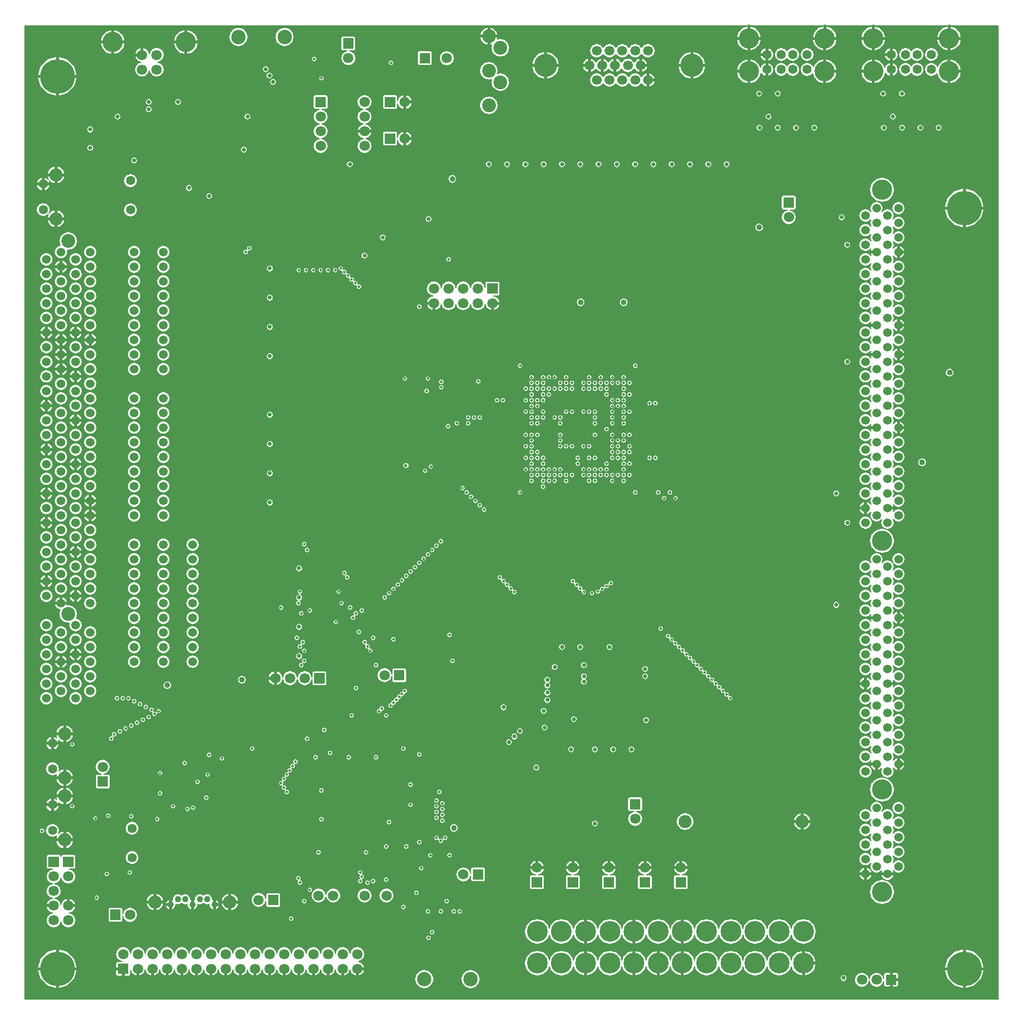
<source format=gbr>
%FSLAX34Y34*%
%MOMM*%
%LNCOPPER_INNER1*%
G71*
G01*
%ADD10C, 0.46*%
%ADD11C, 1.80*%
%ADD12C, 1.60*%
%ADD13C, 2.30*%
%ADD14C, 1.50*%
%ADD15C, 2.40*%
%ADD16C, 0.63*%
%ADD17C, 1.00*%
%ADD18C, 0.70*%
%ADD19C, 1.10*%
%ADD20C, 2.30*%
%ADD21C, 2.50*%
%ADD22C, 1.80*%
%ADD23C, 0.60*%
%ADD24C, 2.40*%
%ADD25C, 1.70*%
%ADD26C, 2.29*%
%ADD27C, 1.02*%
%ADD28C, 3.50*%
%ADD29C, 3.60*%
%ADD30C, 4.00*%
%ADD31C, 6.00*%
%ADD32C, 0.15*%
%ADD33C, 0.50*%
%LPD*%
X35001Y297510D02*
G54D10*
D03*
X55118Y167335D02*
G54D11*
D03*
X80518Y167335D02*
G54D11*
D03*
X55118Y192735D02*
G54D11*
D03*
G36*
X46114Y252538D02*
X64122Y252538D01*
X64122Y234530D01*
X46114Y234530D01*
X46114Y252538D01*
G37*
G36*
X71514Y252538D02*
X89522Y252538D01*
X89522Y234530D01*
X71514Y234530D01*
X71514Y252538D01*
G37*
X53086Y298044D02*
G54D12*
D03*
X53086Y342493D02*
G54D12*
D03*
X87503Y340004D02*
G54D10*
D03*
X74168Y389585D02*
G54D13*
D03*
X53086Y405079D02*
G54D12*
D03*
X74168Y465784D02*
G54D13*
D03*
X53086Y449529D02*
G54D12*
D03*
X87503Y447497D02*
G54D10*
D03*
X93218Y527710D02*
G54D14*
D03*
X67818Y565810D02*
G54D14*
D03*
X93218Y553110D02*
G54D14*
D03*
X93218Y578510D02*
G54D14*
D03*
X67818Y540410D02*
G54D14*
D03*
X93218Y603910D02*
G54D14*
D03*
X67818Y642010D02*
G54D14*
D03*
X93218Y629310D02*
G54D14*
D03*
X93218Y654710D02*
G54D14*
D03*
X67818Y616610D02*
G54D14*
D03*
X67818Y718210D02*
G54D14*
D03*
X93218Y730910D02*
G54D14*
D03*
X93218Y705510D02*
G54D14*
D03*
X67818Y692810D02*
G54D14*
D03*
X93218Y756310D02*
G54D14*
D03*
X67818Y794410D02*
G54D14*
D03*
X93218Y807110D02*
G54D14*
D03*
X67818Y769010D02*
G54D14*
D03*
X93218Y781710D02*
G54D14*
D03*
X93218Y832510D02*
G54D14*
D03*
X93218Y883310D02*
G54D14*
D03*
X67818Y870610D02*
G54D14*
D03*
X67818Y845210D02*
G54D14*
D03*
X93218Y857910D02*
G54D14*
D03*
X93218Y908710D02*
G54D14*
D03*
X67818Y946810D02*
G54D14*
D03*
X93218Y959510D02*
G54D14*
D03*
X67818Y921410D02*
G54D14*
D03*
X93218Y934110D02*
G54D14*
D03*
X93218Y984910D02*
G54D14*
D03*
X67818Y1023010D02*
G54D14*
D03*
X93218Y1035710D02*
G54D14*
D03*
X93218Y1010310D02*
G54D14*
D03*
X67818Y997610D02*
G54D14*
D03*
X93218Y1061110D02*
G54D14*
D03*
X67818Y1099210D02*
G54D14*
D03*
X93218Y1111910D02*
G54D14*
D03*
X67818Y1073810D02*
G54D14*
D03*
X93218Y1086510D02*
G54D14*
D03*
X93218Y1137310D02*
G54D14*
D03*
X67818Y1175410D02*
G54D14*
D03*
X93218Y1188110D02*
G54D14*
D03*
X67818Y1150010D02*
G54D14*
D03*
X93218Y1162710D02*
G54D14*
D03*
X93218Y1213510D02*
G54D14*
D03*
X93218Y1264310D02*
G54D14*
D03*
X67818Y1251610D02*
G54D14*
D03*
X67818Y1226210D02*
G54D14*
D03*
X93218Y1238910D02*
G54D14*
D03*
X93218Y1289710D02*
G54D14*
D03*
X67818Y1302410D02*
G54D14*
D03*
X80518Y1321460D02*
G54D15*
D03*
X175768Y83210D02*
G54D11*
D03*
G36*
X153302Y160490D02*
X171310Y160490D01*
X171310Y142482D01*
X153302Y142482D01*
X153302Y160490D01*
G37*
X129997Y181254D02*
G54D10*
D03*
X187503Y224993D02*
G54D10*
D03*
X146354Y266700D02*
G54D16*
D03*
X147498Y222504D02*
G54D10*
D03*
X190018Y322503D02*
G54D10*
D03*
X127508Y318744D02*
G54D10*
D03*
X150012Y323748D02*
G54D10*
D03*
X140335Y408457D02*
G54D11*
D03*
G36*
X131331Y392061D02*
X149339Y392061D01*
X149339Y374053D01*
X131331Y374053D01*
X131331Y392061D01*
G37*
X159995Y464998D02*
G54D10*
D03*
X170002Y470001D02*
G54D10*
D03*
X180010Y475005D02*
G54D10*
D03*
X190018Y480009D02*
G54D10*
D03*
X155016Y457505D02*
G54D10*
D03*
X132512Y476250D02*
G54D10*
D03*
X185014Y527506D02*
G54D10*
D03*
X164998Y549986D02*
G54D17*
D03*
X175006Y527506D02*
G54D10*
D03*
X164998Y527506D02*
G54D10*
D03*
X158750Y610006D02*
G54D10*
D03*
X143459Y1411224D02*
G54D16*
D03*
X143459Y1391234D02*
G54D16*
D03*
X131318Y1550060D02*
G54D18*
D03*
X166243Y1537360D02*
G54D18*
D03*
X251968Y83210D02*
G54D11*
D03*
X226568Y83210D02*
G54D11*
D03*
X257988Y168960D02*
G54D19*
D03*
X230988Y173735D02*
G54D20*
D03*
X262509Y340004D02*
G54D10*
D03*
X235001Y317500D02*
G54D10*
D03*
X247498Y335001D02*
G54D10*
D03*
X240004Y417499D02*
G54D10*
D03*
X262509Y414985D02*
G54D10*
D03*
X240004Y397509D02*
G54D10*
D03*
X240004Y382498D02*
G54D10*
D03*
X200000Y484988D02*
G54D10*
D03*
X210007Y489991D02*
G54D10*
D03*
X220015Y494995D02*
G54D10*
D03*
X229997Y499998D02*
G54D10*
D03*
X237515Y505003D02*
G54D10*
D03*
X224993Y507492D02*
G54D10*
D03*
X252501Y549986D02*
G54D17*
D03*
X245618Y642010D02*
G54D14*
D03*
X245618Y616610D02*
G54D14*
D03*
X245618Y718210D02*
G54D14*
D03*
X245618Y692810D02*
G54D14*
D03*
X245618Y794410D02*
G54D14*
D03*
X245618Y769010D02*
G54D14*
D03*
X245618Y845210D02*
G54D14*
D03*
X245618Y870610D02*
G54D14*
D03*
X245618Y921410D02*
G54D14*
D03*
X245618Y946810D02*
G54D14*
D03*
X245618Y997610D02*
G54D14*
D03*
X245618Y1023010D02*
G54D14*
D03*
X245618Y1099210D02*
G54D14*
D03*
X245618Y1175410D02*
G54D14*
D03*
X245618Y1150010D02*
G54D14*
D03*
X245618Y1251610D02*
G54D14*
D03*
X245618Y1226210D02*
G54D14*
D03*
X245618Y1302410D02*
G54D14*
D03*
X239268Y1521485D02*
G54D18*
D03*
X220218Y1562760D02*
G54D18*
D03*
X220218Y1550060D02*
G54D18*
D03*
X233959Y1644624D02*
G54D11*
D03*
X233959Y1619225D02*
G54D11*
D03*
X208560Y1644624D02*
G54D11*
D03*
X208560Y1619225D02*
G54D11*
D03*
X328168Y83210D02*
G54D11*
D03*
X302768Y83210D02*
G54D11*
D03*
X292506Y102489D02*
G54D10*
D03*
X283388Y178485D02*
G54D19*
D03*
X321488Y178485D02*
G54D19*
D03*
X308788Y178485D02*
G54D19*
D03*
X334188Y168960D02*
G54D19*
D03*
X296088Y168960D02*
G54D19*
D03*
X287502Y335001D02*
G54D10*
D03*
X310007Y337490D02*
G54D10*
D03*
X320014Y347497D02*
G54D10*
D03*
X320014Y354990D02*
G54D10*
D03*
X297510Y337490D02*
G54D10*
D03*
X337516Y326238D02*
G54D10*
D03*
X282499Y414985D02*
G54D10*
D03*
X305004Y412496D02*
G54D10*
D03*
X305004Y402488D02*
G54D10*
D03*
X322504Y394995D02*
G54D10*
D03*
X305004Y382498D02*
G54D10*
D03*
X324993Y429285D02*
G54D10*
D03*
X296418Y616610D02*
G54D14*
D03*
X296418Y642010D02*
G54D14*
D03*
X296418Y692810D02*
G54D14*
D03*
X296418Y718210D02*
G54D14*
D03*
X296418Y769010D02*
G54D14*
D03*
X296418Y794410D02*
G54D14*
D03*
X324993Y1399412D02*
G54D18*
D03*
X290068Y1413535D02*
G54D18*
D03*
X309118Y1575460D02*
G54D18*
D03*
X337693Y1559585D02*
G54D18*
D03*
X404368Y83210D02*
G54D11*
D03*
X378968Y83210D02*
G54D11*
D03*
X411048Y177241D02*
G54D11*
D03*
X357505Y257504D02*
G54D10*
D03*
X382143Y559460D02*
G54D17*
D03*
X415010Y652501D02*
G54D18*
D03*
X368580Y869010D02*
G54D18*
D03*
X368580Y919810D02*
G54D18*
D03*
X368580Y1021409D02*
G54D18*
D03*
X368580Y1173810D02*
G54D18*
D03*
X368580Y1224610D02*
G54D18*
D03*
X388493Y1302410D02*
G54D10*
D03*
X394843Y1308760D02*
G54D10*
D03*
X369443Y1330985D02*
G54D18*
D03*
X410718Y1454810D02*
G54D18*
D03*
X385318Y1480210D02*
G54D18*
D03*
X391668Y1537360D02*
G54D18*
D03*
X376022Y1675866D02*
G54D21*
D03*
X480568Y83210D02*
G54D11*
D03*
X455168Y83210D02*
G54D11*
D03*
X490016Y175006D02*
G54D10*
D03*
G36*
X427444Y186245D02*
X445453Y186245D01*
X445453Y168237D01*
X427444Y168237D01*
X427444Y186245D01*
G37*
X467512Y145008D02*
G54D10*
D03*
X480009Y214986D02*
G54D10*
D03*
X459994Y394995D02*
G54D10*
D03*
X450012Y380009D02*
G54D10*
D03*
X455016Y387502D02*
G54D10*
D03*
X464998Y402488D02*
G54D10*
D03*
X470002Y410007D02*
G54D10*
D03*
X475006Y417499D02*
G54D10*
D03*
X455016Y372491D02*
G54D10*
D03*
X442494Y494995D02*
G54D17*
D03*
X494995Y457505D02*
G54D10*
D03*
X485013Y584987D02*
G54D10*
D03*
X440258Y562254D02*
G54D11*
D03*
X465658Y562254D02*
G54D11*
D03*
X481280Y651535D02*
G54D18*
D03*
X481280Y600735D02*
G54D18*
D03*
X490016Y610006D02*
G54D10*
D03*
X482498Y617499D02*
G54D10*
D03*
X487502Y624992D02*
G54D10*
D03*
X477494Y632485D02*
G54D10*
D03*
X481280Y702335D02*
G54D18*
D03*
X485013Y675005D02*
G54D10*
D03*
X450012Y684987D02*
G54D10*
D03*
X480009Y692505D02*
G54D10*
D03*
X482498Y712495D02*
G54D10*
D03*
X481280Y753135D02*
G54D18*
D03*
X494995Y784987D02*
G54D10*
D03*
X490016Y794994D02*
G54D10*
D03*
X430479Y867435D02*
G54D18*
D03*
X430479Y918235D02*
G54D18*
D03*
X430479Y1019835D02*
G54D18*
D03*
X430479Y1172235D02*
G54D18*
D03*
X430479Y1223035D02*
G54D18*
D03*
X480568Y1270660D02*
G54D10*
D03*
X493268Y1270660D02*
G54D10*
D03*
X461518Y1543710D02*
G54D18*
D03*
X429768Y1608784D02*
G54D18*
D03*
X436118Y1597685D02*
G54D18*
D03*
X456032Y1675866D02*
G54D21*
D03*
X556768Y83210D02*
G54D11*
D03*
X531368Y83210D02*
G54D11*
D03*
X515112Y184988D02*
G54D22*
D03*
X540512Y184988D02*
G54D22*
D03*
X529996Y140005D02*
G54D10*
D03*
X515010Y259994D02*
G54D10*
D03*
X529996Y280009D02*
G54D10*
D03*
X520014Y337490D02*
G54D10*
D03*
X520014Y317500D02*
G54D10*
D03*
X520014Y387502D02*
G54D10*
D03*
X520014Y367487D02*
G54D10*
D03*
X567512Y424992D02*
G54D10*
D03*
X529996Y424992D02*
G54D10*
D03*
X510007Y424992D02*
G54D10*
D03*
X547497Y384987D02*
G54D10*
D03*
X535000Y432485D02*
G54D10*
D03*
X525018Y472490D02*
G54D10*
D03*
G36*
X507454Y571258D02*
X525462Y571258D01*
X525462Y553250D01*
X507454Y553250D01*
X507454Y571258D01*
G37*
X545008Y659993D02*
G54D10*
D03*
X570001Y684987D02*
G54D10*
D03*
X555015Y692505D02*
G54D10*
D03*
X550012Y712495D02*
G54D10*
D03*
X564998Y737489D02*
G54D10*
D03*
X505968Y1270660D02*
G54D10*
D03*
X518668Y1270660D02*
G54D10*
D03*
X531368Y1270660D02*
G54D10*
D03*
X544068Y1270660D02*
G54D10*
D03*
X559943Y1267485D02*
G54D10*
D03*
X566293Y1261135D02*
G54D10*
D03*
X550418Y1416710D02*
G54D18*
D03*
X518668Y1486560D02*
G54D11*
D03*
X569468Y1454810D02*
G54D18*
D03*
G36*
X509664Y1571764D02*
X527672Y1571764D01*
X527672Y1553756D01*
X509664Y1553756D01*
X509664Y1571764D01*
G37*
X518668Y1537360D02*
G54D11*
D03*
X507543Y1637360D02*
G54D10*
D03*
X520242Y1604035D02*
G54D10*
D03*
X594944Y184988D02*
G54D22*
D03*
X633044Y184988D02*
G54D22*
D03*
X612496Y140005D02*
G54D10*
D03*
X647497Y270002D02*
G54D10*
D03*
X612496Y270002D02*
G54D10*
D03*
X632511Y270002D02*
G54D10*
D03*
X597510Y259994D02*
G54D10*
D03*
X587502Y224993D02*
G54D10*
D03*
X590016Y217500D02*
G54D10*
D03*
X637514Y312496D02*
G54D10*
D03*
X587502Y424992D02*
G54D10*
D03*
X635000Y424992D02*
G54D10*
D03*
X615010Y424992D02*
G54D10*
D03*
X620014Y505003D02*
G54D10*
D03*
X625018Y510006D02*
G54D10*
D03*
X632511Y497509D02*
G54D10*
D03*
X645008Y519988D02*
G54D10*
D03*
X615010Y584987D02*
G54D10*
D03*
X629616Y567486D02*
G54D11*
D03*
X599999Y617499D02*
G54D10*
D03*
X605002Y610006D02*
G54D10*
D03*
X585013Y642493D02*
G54D10*
D03*
X594995Y624992D02*
G54D10*
D03*
X610006Y632485D02*
G54D10*
D03*
X645008Y629996D02*
G54D10*
D03*
X590016Y680009D02*
G54D10*
D03*
X645008Y717499D02*
G54D10*
D03*
X637514Y710006D02*
G54D10*
D03*
X629996Y702487D02*
G54D10*
D03*
X585343Y1242085D02*
G54D10*
D03*
X626618Y1327810D02*
G54D18*
D03*
X594868Y1296060D02*
G54D18*
D03*
X645668Y1296060D02*
G54D18*
D03*
X594868Y1486560D02*
G54D11*
D03*
X594868Y1562760D02*
G54D11*
D03*
X594868Y1537360D02*
G54D11*
D03*
G36*
X630314Y1571764D02*
X648322Y1571764D01*
X648322Y1553756D01*
X630314Y1553756D01*
X630314Y1571764D01*
G37*
X640892Y1631010D02*
G54D10*
D03*
X698754Y39929D02*
G54D21*
D03*
X712343Y121310D02*
G54D10*
D03*
X705993Y111785D02*
G54D10*
D03*
X705002Y157505D02*
G54D10*
D03*
X717499Y175006D02*
G54D10*
D03*
X662508Y164998D02*
G54D10*
D03*
X685012Y189992D02*
G54D10*
D03*
X667512Y270002D02*
G54D10*
D03*
X690016Y257504D02*
G54D10*
D03*
X690016Y277494D02*
G54D10*
D03*
X709168Y254660D02*
G54D10*
D03*
X693293Y232435D02*
G54D10*
D03*
X675005Y322503D02*
G54D10*
D03*
X675005Y342493D02*
G54D10*
D03*
X675005Y357505D02*
G54D10*
D03*
X720014Y319989D02*
G54D10*
D03*
X720014Y329996D02*
G54D10*
D03*
X720014Y340004D02*
G54D10*
D03*
X720014Y349986D02*
G54D10*
D03*
X675005Y377494D02*
G54D10*
D03*
X690016Y429996D02*
G54D10*
D03*
X657504Y402488D02*
G54D10*
D03*
X690016Y397509D02*
G54D10*
D03*
X659994Y535000D02*
G54D10*
D03*
X664998Y540004D02*
G54D10*
D03*
X659994Y732485D02*
G54D10*
D03*
X712496Y784987D02*
G54D10*
D03*
X697510Y770000D02*
G54D10*
D03*
X690016Y762507D02*
G54D10*
D03*
X705002Y777494D02*
G54D10*
D03*
X682498Y754990D02*
G54D10*
D03*
X720014Y792505D02*
G54D10*
D03*
X684479Y913815D02*
G54D23*
D03*
X666801Y931494D02*
G54D23*
D03*
X710006Y929995D02*
G54D10*
D03*
X699998Y922503D02*
G54D10*
D03*
X664998Y1042491D02*
G54D10*
D03*
X664998Y1082497D02*
G54D10*
D03*
X705002Y1082497D02*
G54D10*
D03*
X702818Y1061110D02*
G54D10*
D03*
X715518Y1213510D02*
G54D11*
D03*
X715518Y1238910D02*
G54D11*
D03*
X690016Y1207490D02*
G54D10*
D03*
X705993Y1359560D02*
G54D18*
D03*
X664718Y1562760D02*
G54D11*
D03*
G36*
X690638Y1647964D02*
X708648Y1647964D01*
X708648Y1629956D01*
X690638Y1629956D01*
X690638Y1647964D01*
G37*
X778764Y39929D02*
G54D21*
D03*
X737514Y175006D02*
G54D10*
D03*
X750011Y157505D02*
G54D10*
D03*
X759994Y157505D02*
G54D10*
D03*
X766648Y221691D02*
G54D11*
D03*
G36*
X783044Y230695D02*
X801052Y230695D01*
X801052Y212687D01*
X783044Y212687D01*
X783044Y230695D01*
G37*
X787502Y272491D02*
G54D17*
D03*
X742492Y254990D02*
G54D10*
D03*
X750011Y302488D02*
G54D17*
D03*
X742492Y637489D02*
G54D10*
D03*
X772516Y884986D02*
G54D10*
D03*
X780008Y877494D02*
G54D10*
D03*
X787502Y870000D02*
G54D10*
D03*
X794994Y862507D02*
G54D10*
D03*
X794994Y1015009D02*
G54D10*
D03*
X785012Y1015009D02*
G54D10*
D03*
X775004Y1015009D02*
G54D10*
D03*
X755015Y1005001D02*
G54D10*
D03*
X740004Y999998D02*
G54D10*
D03*
X775004Y1005001D02*
G54D10*
D03*
X792506Y1077493D02*
G54D10*
D03*
X766318Y1213510D02*
G54D11*
D03*
X766318Y1238910D02*
G54D11*
D03*
X791718Y1213510D02*
G54D11*
D03*
X791718Y1238910D02*
G54D11*
D03*
X740918Y1213510D02*
G54D11*
D03*
X740918Y1238910D02*
G54D11*
D03*
X740918Y1289710D02*
G54D10*
D03*
X820014Y219989D02*
G54D10*
D03*
X864743Y470560D02*
G54D18*
D03*
X855218Y461035D02*
G54D18*
D03*
X845693Y451510D02*
G54D18*
D03*
X855218Y711860D02*
G54D10*
D03*
X848868Y718210D02*
G54D10*
D03*
X842518Y724560D02*
G54D10*
D03*
X836168Y730910D02*
G54D10*
D03*
X829818Y737260D02*
G54D10*
D03*
X864997Y884986D02*
G54D10*
D03*
X855015Y884986D02*
G54D10*
D03*
X875004Y924992D02*
G54D10*
D03*
X875004Y915009D02*
G54D10*
D03*
X875004Y954989D02*
G54D10*
D03*
X875004Y945007D02*
G54D10*
D03*
X875004Y934999D02*
G54D10*
D03*
X875004Y964996D02*
G54D10*
D03*
X875004Y1005001D02*
G54D10*
D03*
X875004Y984986D02*
G54D10*
D03*
X875004Y1024991D02*
G54D10*
D03*
X875004Y1015009D02*
G54D10*
D03*
X875004Y1034999D02*
G54D10*
D03*
X864997Y1105001D02*
G54D10*
D03*
X855015Y1105001D02*
G54D10*
D03*
X875004Y1075004D02*
G54D10*
D03*
X875004Y1064996D02*
G54D10*
D03*
X875004Y1054989D02*
G54D10*
D03*
X817118Y1213510D02*
G54D11*
D03*
G36*
X808114Y1247914D02*
X826122Y1247914D01*
X826122Y1229906D01*
X808114Y1229906D01*
X808114Y1247914D01*
G37*
X823468Y1384960D02*
G54D17*
D03*
X810768Y1454810D02*
G54D18*
D03*
X842518Y1454810D02*
G54D18*
D03*
X874268Y1454810D02*
G54D18*
D03*
X830758Y1597050D02*
G54D24*
D03*
X894207Y233350D02*
G54D11*
D03*
X893318Y407060D02*
G54D18*
D03*
X907593Y476910D02*
G54D18*
D03*
X907593Y464210D02*
G54D18*
D03*
X906018Y505485D02*
G54D18*
D03*
X912368Y524535D02*
G54D18*
D03*
X906018Y578510D02*
G54D18*
D03*
X912368Y559460D02*
G54D18*
D03*
X912368Y549935D02*
G54D18*
D03*
X912368Y537235D02*
G54D18*
D03*
X925068Y581685D02*
G54D18*
D03*
X906018Y597560D02*
G54D18*
D03*
X925068Y616610D02*
G54D18*
D03*
X937768Y616610D02*
G54D18*
D03*
X905002Y884986D02*
G54D10*
D03*
X894994Y924992D02*
G54D10*
D03*
X894994Y905002D02*
G54D10*
D03*
X894994Y915009D02*
G54D10*
D03*
X894994Y954989D02*
G54D10*
D03*
X894994Y945007D02*
G54D10*
D03*
X894994Y934999D02*
G54D10*
D03*
X885012Y924992D02*
G54D10*
D03*
X885012Y905002D02*
G54D10*
D03*
X885012Y915009D02*
G54D10*
D03*
X885012Y954989D02*
G54D10*
D03*
X885012Y945007D02*
G54D10*
D03*
X885012Y934999D02*
G54D10*
D03*
X935000Y924992D02*
G54D10*
D03*
X925018Y924992D02*
G54D10*
D03*
X925018Y915009D02*
G54D10*
D03*
X925018Y905002D02*
G54D10*
D03*
X935000Y905002D02*
G54D10*
D03*
X935000Y915009D02*
G54D10*
D03*
X915010Y924992D02*
G54D10*
D03*
X915010Y915009D02*
G54D10*
D03*
X915010Y905002D02*
G54D10*
D03*
X935000Y945007D02*
G54D10*
D03*
X905002Y924992D02*
G54D10*
D03*
X905002Y915009D02*
G54D10*
D03*
X905002Y905002D02*
G54D10*
D03*
X905002Y945007D02*
G54D10*
D03*
X905002Y934999D02*
G54D10*
D03*
X885012Y964996D02*
G54D10*
D03*
X935000Y964996D02*
G54D10*
D03*
X945007Y915009D02*
G54D10*
D03*
X945007Y905002D02*
G54D10*
D03*
X945007Y964996D02*
G54D10*
D03*
X894994Y1005001D02*
G54D10*
D03*
X894994Y984986D02*
G54D10*
D03*
X894994Y1024991D02*
G54D10*
D03*
X894994Y1015009D02*
G54D10*
D03*
X885012Y1005001D02*
G54D10*
D03*
X885012Y984986D02*
G54D10*
D03*
X885012Y1024991D02*
G54D10*
D03*
X885012Y1015009D02*
G54D10*
D03*
X935000Y1005001D02*
G54D10*
D03*
X935000Y984986D02*
G54D10*
D03*
X915010Y984986D02*
G54D10*
D03*
X925018Y1024991D02*
G54D10*
D03*
X935000Y1024991D02*
G54D10*
D03*
X925018Y1015009D02*
G54D10*
D03*
X935000Y1015009D02*
G54D10*
D03*
X905002Y1024991D02*
G54D10*
D03*
X905002Y1015009D02*
G54D10*
D03*
X894994Y1034999D02*
G54D10*
D03*
X885012Y1034999D02*
G54D10*
D03*
X945007Y1005001D02*
G54D10*
D03*
X945007Y984986D02*
G54D10*
D03*
X945007Y1024991D02*
G54D10*
D03*
X945007Y1015009D02*
G54D10*
D03*
X894994Y1075004D02*
G54D10*
D03*
X894994Y1084986D02*
G54D10*
D03*
X894994Y1064996D02*
G54D10*
D03*
X894994Y1054989D02*
G54D10*
D03*
X885012Y1075004D02*
G54D10*
D03*
X885012Y1084986D02*
G54D10*
D03*
X885012Y1064996D02*
G54D10*
D03*
X885012Y1054989D02*
G54D10*
D03*
X925018Y1075004D02*
G54D10*
D03*
X935000Y1075004D02*
G54D10*
D03*
X925018Y1084986D02*
G54D10*
D03*
X935000Y1084986D02*
G54D10*
D03*
X935000Y1064996D02*
G54D10*
D03*
X925018Y1064996D02*
G54D10*
D03*
X915010Y1075004D02*
G54D10*
D03*
X915010Y1084986D02*
G54D10*
D03*
X915010Y1064996D02*
G54D10*
D03*
X915010Y1054989D02*
G54D10*
D03*
X905002Y1075004D02*
G54D10*
D03*
X905002Y1084986D02*
G54D10*
D03*
X905002Y1064996D02*
G54D10*
D03*
X905002Y1054989D02*
G54D10*
D03*
X945007Y1075004D02*
G54D10*
D03*
X945007Y1084986D02*
G54D10*
D03*
X945007Y1064996D02*
G54D10*
D03*
X906018Y1454810D02*
G54D18*
D03*
X937768Y1454810D02*
G54D18*
D03*
X1019200Y233350D02*
G54D11*
D03*
X972261Y302386D02*
G54D17*
D03*
X994994Y310007D02*
G54D18*
D03*
X994918Y399110D02*
G54D18*
D03*
X971093Y462610D02*
G54D18*
D03*
X975868Y584860D02*
G54D18*
D03*
X975868Y522935D02*
G54D18*
D03*
X975868Y565810D02*
G54D18*
D03*
X975868Y556285D02*
G54D18*
D03*
X1007618Y616610D02*
G54D18*
D03*
X1020318Y616610D02*
G54D18*
D03*
X969518Y616610D02*
G54D18*
D03*
X982218Y616610D02*
G54D18*
D03*
X963168Y724560D02*
G54D10*
D03*
X969518Y718210D02*
G54D10*
D03*
X975868Y711860D02*
G54D10*
D03*
X990016Y710006D02*
G54D10*
D03*
X999998Y712495D02*
G54D10*
D03*
X1007516Y717499D02*
G54D10*
D03*
X1015010Y722502D02*
G54D10*
D03*
X1022502Y727507D02*
G54D10*
D03*
X964997Y945007D02*
G54D10*
D03*
X964997Y934999D02*
G54D10*
D03*
X985012Y924992D02*
G54D10*
D03*
X985012Y915009D02*
G54D10*
D03*
X985012Y905002D02*
G54D10*
D03*
X1015010Y924992D02*
G54D10*
D03*
X994994Y924992D02*
G54D10*
D03*
X1005002Y924992D02*
G54D10*
D03*
X1015010Y905002D02*
G54D10*
D03*
X1015010Y915009D02*
G54D10*
D03*
X1005002Y915009D02*
G54D10*
D03*
X994994Y915009D02*
G54D10*
D03*
X994994Y905002D02*
G54D10*
D03*
X1005002Y905002D02*
G54D10*
D03*
X985012Y945007D02*
G54D10*
D03*
X994994Y945007D02*
G54D10*
D03*
X1015010Y934999D02*
G54D10*
D03*
X975004Y924992D02*
G54D10*
D03*
X975004Y905002D02*
G54D10*
D03*
X975004Y915009D02*
G54D10*
D03*
X975004Y945007D02*
G54D10*
D03*
X985012Y964996D02*
G54D10*
D03*
X975004Y964996D02*
G54D10*
D03*
X1025017Y915009D02*
G54D10*
D03*
X1025017Y905002D02*
G54D10*
D03*
X1025017Y954989D02*
G54D10*
D03*
X1025017Y945007D02*
G54D10*
D03*
X1025017Y934999D02*
G54D10*
D03*
X1025017Y964996D02*
G54D10*
D03*
X985012Y1005001D02*
G54D10*
D03*
X985012Y984986D02*
G54D10*
D03*
X1015010Y994994D02*
G54D10*
D03*
X994994Y1005001D02*
G54D10*
D03*
X994994Y984986D02*
G54D10*
D03*
X985012Y1024991D02*
G54D10*
D03*
X994994Y1024991D02*
G54D10*
D03*
X985012Y1015009D02*
G54D10*
D03*
X994994Y1015009D02*
G54D10*
D03*
X975004Y1005001D02*
G54D10*
D03*
X975004Y984986D02*
G54D10*
D03*
X975004Y1024991D02*
G54D10*
D03*
X975004Y1015009D02*
G54D10*
D03*
X1025017Y994994D02*
G54D10*
D03*
X1025017Y1005001D02*
G54D10*
D03*
X1025017Y984986D02*
G54D10*
D03*
X1025017Y1024991D02*
G54D10*
D03*
X1025017Y1015009D02*
G54D10*
D03*
X1025017Y1034999D02*
G54D10*
D03*
X985012Y1075004D02*
G54D10*
D03*
X985012Y1084986D02*
G54D10*
D03*
X985012Y1064996D02*
G54D10*
D03*
X1015010Y1075004D02*
G54D10*
D03*
X1005002Y1075004D02*
G54D10*
D03*
X994994Y1075004D02*
G54D10*
D03*
X1015010Y1084986D02*
G54D10*
D03*
X1005002Y1084986D02*
G54D10*
D03*
X994994Y1084986D02*
G54D10*
D03*
X1015010Y1064996D02*
G54D10*
D03*
X994994Y1064996D02*
G54D10*
D03*
X1005002Y1064996D02*
G54D10*
D03*
X1015010Y1054989D02*
G54D10*
D03*
X975004Y1075004D02*
G54D10*
D03*
X975004Y1084986D02*
G54D10*
D03*
X975004Y1064996D02*
G54D10*
D03*
X975004Y1054989D02*
G54D10*
D03*
X1025017Y1075004D02*
G54D10*
D03*
X1025017Y1084986D02*
G54D10*
D03*
X1025017Y1054989D02*
G54D10*
D03*
X970000Y1215009D02*
G54D17*
D03*
X1005002Y1210004D02*
G54D17*
D03*
X969518Y1454810D02*
G54D18*
D03*
X1001268Y1454810D02*
G54D18*
D03*
X985393Y1626260D02*
G54D25*
D03*
X1007618Y1626260D02*
G54D25*
D03*
X998093Y1600860D02*
G54D25*
D03*
X1020318Y1600860D02*
G54D25*
D03*
X1081710Y233350D02*
G54D11*
D03*
X1064768Y318160D02*
G54D11*
D03*
G36*
X1055764Y352564D02*
X1073772Y352564D01*
X1073772Y334556D01*
X1055764Y334556D01*
X1055764Y352564D01*
G37*
X1083818Y489610D02*
G54D18*
D03*
X1083818Y476910D02*
G54D18*
D03*
X1085392Y527710D02*
G54D18*
D03*
X1082218Y565810D02*
G54D18*
D03*
X1082218Y553110D02*
G54D18*
D03*
X1082218Y578510D02*
G54D18*
D03*
X1082218Y602310D02*
G54D18*
D03*
X1058418Y616610D02*
G54D18*
D03*
X1069518Y616610D02*
G54D18*
D03*
X1075004Y884986D02*
G54D10*
D03*
X1064996Y884986D02*
G54D10*
D03*
X1045006Y924992D02*
G54D10*
D03*
X1045006Y915009D02*
G54D10*
D03*
X1045006Y905002D02*
G54D10*
D03*
X1045006Y954989D02*
G54D10*
D03*
X1045006Y945007D02*
G54D10*
D03*
X1045006Y934999D02*
G54D10*
D03*
X1055014Y924992D02*
G54D10*
D03*
X1055014Y915009D02*
G54D10*
D03*
X1055014Y905002D02*
G54D10*
D03*
X1055014Y954989D02*
G54D10*
D03*
X1055014Y945007D02*
G54D10*
D03*
X1055014Y934999D02*
G54D10*
D03*
X1045006Y964996D02*
G54D10*
D03*
X1055014Y964996D02*
G54D10*
D03*
X1099998Y945007D02*
G54D10*
D03*
X1090016Y945007D02*
G54D10*
D03*
X1045006Y1005001D02*
G54D10*
D03*
X1045006Y984986D02*
G54D10*
D03*
X1045006Y1024991D02*
G54D10*
D03*
X1045006Y1015009D02*
G54D10*
D03*
X1045006Y1034999D02*
G54D10*
D03*
X1055014Y1005001D02*
G54D10*
D03*
X1055014Y984986D02*
G54D10*
D03*
X1055014Y1024991D02*
G54D10*
D03*
X1055014Y1015009D02*
G54D10*
D03*
X1099998Y1040002D02*
G54D10*
D03*
X1090016Y1040002D02*
G54D10*
D03*
X1045006Y1075004D02*
G54D10*
D03*
X1045006Y1084986D02*
G54D10*
D03*
X1045006Y1064996D02*
G54D10*
D03*
X1045006Y1054989D02*
G54D10*
D03*
X1075004Y1105001D02*
G54D10*
D03*
X1064996Y1105001D02*
G54D10*
D03*
X1055014Y1075004D02*
G54D10*
D03*
X1055014Y1064996D02*
G54D10*
D03*
X1055014Y1054989D02*
G54D10*
D03*
X1045006Y1215009D02*
G54D17*
D03*
X1085012Y1254988D02*
G54D17*
D03*
X1064768Y1302410D02*
G54D17*
D03*
X1064768Y1454810D02*
G54D18*
D03*
X1096518Y1454810D02*
G54D18*
D03*
X1052068Y1626260D02*
G54D25*
D03*
X1074293Y1626260D02*
G54D25*
D03*
X1064768Y1600860D02*
G54D25*
D03*
X1086993Y1600860D02*
G54D25*
D03*
X1144194Y233350D02*
G54D11*
D03*
X1151534Y313410D02*
G54D26*
D03*
X1172718Y584860D02*
G54D10*
D03*
X1179068Y578510D02*
G54D10*
D03*
X1121918Y635660D02*
G54D10*
D03*
X1128268Y629310D02*
G54D10*
D03*
X1134618Y622960D02*
G54D10*
D03*
X1140968Y616610D02*
G54D10*
D03*
X1147318Y610260D02*
G54D10*
D03*
X1153668Y603910D02*
G54D10*
D03*
X1160018Y597560D02*
G54D10*
D03*
X1125016Y884986D02*
G54D10*
D03*
X1134999Y875004D02*
G54D10*
D03*
X1115009Y875004D02*
G54D10*
D03*
X1128268Y1454810D02*
G54D18*
D03*
X1160018Y1454810D02*
G54D18*
D03*
X1191768Y565810D02*
G54D10*
D03*
X1204468Y553110D02*
G54D10*
D03*
X1210818Y546760D02*
G54D10*
D03*
X1223518Y534060D02*
G54D10*
D03*
X1217168Y540410D02*
G54D10*
D03*
X1198118Y559460D02*
G54D10*
D03*
X1229868Y527710D02*
G54D10*
D03*
X1191768Y1454810D02*
G54D18*
D03*
X1223518Y1454810D02*
G54D18*
D03*
X1280008Y1305001D02*
G54D17*
D03*
X1280008Y1345006D02*
G54D17*
D03*
X1280668Y1518310D02*
G54D18*
D03*
X1312418Y1518310D02*
G54D18*
D03*
X1296543Y1537360D02*
G54D18*
D03*
X1293368Y1619300D02*
G54D12*
D03*
X1293368Y1645310D02*
G54D12*
D03*
X1318362Y1619300D02*
G54D12*
D03*
X1318362Y1645310D02*
G54D12*
D03*
X1354734Y313410D02*
G54D26*
D03*
X1375918Y1315110D02*
G54D18*
D03*
X1344168Y1518310D02*
G54D18*
D03*
X1375918Y1518310D02*
G54D18*
D03*
X1360043Y1537360D02*
G54D18*
D03*
X1363345Y1619300D02*
G54D12*
D03*
X1363345Y1645310D02*
G54D12*
D03*
X1458468Y38760D02*
G54D11*
D03*
X1426718Y41935D02*
G54D18*
D03*
X1426718Y102260D02*
G54D18*
D03*
X1464818Y222910D02*
G54D14*
D03*
X1464818Y248310D02*
G54D14*
D03*
X1464818Y273710D02*
G54D14*
D03*
X1464818Y299110D02*
G54D14*
D03*
X1464818Y324510D02*
G54D14*
D03*
X1464818Y400710D02*
G54D14*
D03*
X1464818Y426110D02*
G54D14*
D03*
X1464818Y451510D02*
G54D14*
D03*
X1464818Y476910D02*
G54D14*
D03*
X1464818Y502310D02*
G54D14*
D03*
X1464818Y527710D02*
G54D14*
D03*
X1464818Y553110D02*
G54D14*
D03*
X1464818Y578510D02*
G54D14*
D03*
X1464818Y603910D02*
G54D14*
D03*
X1464818Y629310D02*
G54D14*
D03*
X1464818Y654710D02*
G54D14*
D03*
X1464818Y680110D02*
G54D14*
D03*
X1464818Y705510D02*
G54D14*
D03*
X1464818Y730910D02*
G54D14*
D03*
X1464818Y756310D02*
G54D14*
D03*
X1464818Y832510D02*
G54D14*
D03*
X1464818Y857910D02*
G54D14*
D03*
X1464818Y883310D02*
G54D14*
D03*
X1433068Y832510D02*
G54D18*
D03*
X1464818Y908710D02*
G54D14*
D03*
X1464818Y934110D02*
G54D14*
D03*
X1464818Y959510D02*
G54D14*
D03*
X1464818Y984910D02*
G54D14*
D03*
X1464818Y1010310D02*
G54D14*
D03*
X1464818Y1035710D02*
G54D14*
D03*
X1464818Y1061110D02*
G54D14*
D03*
X1464818Y1086510D02*
G54D14*
D03*
X1464818Y1111910D02*
G54D14*
D03*
X1433068Y1111910D02*
G54D18*
D03*
X1464818Y1137310D02*
G54D14*
D03*
X1464818Y1162710D02*
G54D14*
D03*
X1464818Y1188110D02*
G54D14*
D03*
X1464818Y1213510D02*
G54D14*
D03*
X1464818Y1238910D02*
G54D14*
D03*
X1464818Y1264310D02*
G54D14*
D03*
X1464818Y1289710D02*
G54D14*
D03*
X1464818Y1315110D02*
G54D14*
D03*
X1464818Y1340510D02*
G54D14*
D03*
X1433068Y1315110D02*
G54D18*
D03*
X1464818Y1365910D02*
G54D14*
D03*
X1423543Y1362735D02*
G54D18*
D03*
G36*
X1500264Y47764D02*
X1518272Y47764D01*
X1518272Y29756D01*
X1500264Y29756D01*
X1500264Y47764D01*
G37*
X1502918Y222910D02*
G54D14*
D03*
X1521968Y235610D02*
G54D14*
D03*
X1502918Y248310D02*
G54D14*
D03*
X1502918Y273710D02*
G54D14*
D03*
X1521968Y261010D02*
G54D14*
D03*
X1502918Y299110D02*
G54D14*
D03*
X1521968Y311810D02*
G54D14*
D03*
X1502918Y324510D02*
G54D14*
D03*
X1521968Y337210D02*
G54D14*
D03*
X1502918Y400710D02*
G54D14*
D03*
X1502918Y426110D02*
G54D14*
D03*
X1521968Y413410D02*
G54D14*
D03*
X1502918Y451510D02*
G54D14*
D03*
X1521968Y464210D02*
G54D14*
D03*
X1502918Y476910D02*
G54D14*
D03*
X1502918Y502310D02*
G54D14*
D03*
X1521968Y489610D02*
G54D14*
D03*
X1502918Y527710D02*
G54D14*
D03*
X1521968Y540410D02*
G54D14*
D03*
X1502918Y553110D02*
G54D14*
D03*
X1502918Y578510D02*
G54D14*
D03*
X1521968Y565810D02*
G54D14*
D03*
X1502918Y603910D02*
G54D14*
D03*
X1521968Y616610D02*
G54D14*
D03*
X1502918Y629310D02*
G54D14*
D03*
X1502918Y654710D02*
G54D14*
D03*
X1521968Y642010D02*
G54D14*
D03*
X1502918Y680110D02*
G54D14*
D03*
X1521968Y692810D02*
G54D14*
D03*
X1502918Y705510D02*
G54D14*
D03*
X1502918Y730910D02*
G54D14*
D03*
X1521968Y718210D02*
G54D14*
D03*
X1502918Y756310D02*
G54D14*
D03*
X1521968Y769010D02*
G54D14*
D03*
X1502918Y832510D02*
G54D14*
D03*
X1521968Y845210D02*
G54D14*
D03*
X1502918Y857910D02*
G54D14*
D03*
X1502918Y883310D02*
G54D14*
D03*
X1521968Y870610D02*
G54D14*
D03*
X1502918Y908710D02*
G54D14*
D03*
X1521968Y921410D02*
G54D14*
D03*
X1502918Y934110D02*
G54D14*
D03*
X1502918Y959510D02*
G54D14*
D03*
X1521968Y946810D02*
G54D14*
D03*
X1502918Y984910D02*
G54D14*
D03*
X1521968Y997610D02*
G54D14*
D03*
X1502918Y1010310D02*
G54D14*
D03*
X1502918Y1035710D02*
G54D14*
D03*
X1521968Y1023010D02*
G54D14*
D03*
X1502918Y1061110D02*
G54D14*
D03*
X1521968Y1073810D02*
G54D14*
D03*
X1502918Y1086510D02*
G54D14*
D03*
X1502918Y1111910D02*
G54D14*
D03*
X1521968Y1099210D02*
G54D14*
D03*
X1502918Y1137310D02*
G54D14*
D03*
X1521968Y1150010D02*
G54D14*
D03*
X1502918Y1162710D02*
G54D14*
D03*
X1502918Y1188110D02*
G54D14*
D03*
X1521968Y1175410D02*
G54D14*
D03*
X1502918Y1213510D02*
G54D14*
D03*
X1521968Y1226210D02*
G54D14*
D03*
X1502918Y1238910D02*
G54D14*
D03*
X1502918Y1264310D02*
G54D14*
D03*
X1521968Y1251610D02*
G54D14*
D03*
X1502918Y1289710D02*
G54D14*
D03*
X1521968Y1302410D02*
G54D14*
D03*
X1502918Y1315110D02*
G54D14*
D03*
X1502918Y1340510D02*
G54D14*
D03*
X1521968Y1327810D02*
G54D14*
D03*
X1502918Y1365910D02*
G54D14*
D03*
X1521968Y1378610D02*
G54D14*
D03*
X1541018Y1454810D02*
G54D18*
D03*
X1496568Y1518310D02*
G54D18*
D03*
X1528318Y1518310D02*
G54D18*
D03*
X1560068Y1518310D02*
G54D18*
D03*
X1512443Y1537360D02*
G54D18*
D03*
X1509268Y1619300D02*
G54D12*
D03*
X1509268Y1645310D02*
G54D12*
D03*
X1534262Y1619300D02*
G54D12*
D03*
X1534262Y1645310D02*
G54D12*
D03*
X1554251Y1619300D02*
G54D12*
D03*
X1554251Y1645310D02*
G54D12*
D03*
X1610868Y1092860D02*
G54D27*
D03*
X1591818Y1518310D02*
G54D18*
D03*
X1575943Y1537360D02*
G54D18*
D03*
X1579245Y1619300D02*
G54D12*
D03*
X1579245Y1645310D02*
G54D12*
D03*
X1609877Y1615897D02*
G54D28*
D03*
X55118Y141935D02*
G54D11*
D03*
X80518Y141935D02*
G54D11*
D03*
X55118Y218135D02*
G54D11*
D03*
X80518Y218135D02*
G54D11*
D03*
X74168Y281635D02*
G54D13*
D03*
X74168Y357835D02*
G54D13*
D03*
X67818Y743610D02*
G54D14*
D03*
X67818Y591210D02*
G54D14*
D03*
X80518Y673760D02*
G54D15*
D03*
X67818Y819810D02*
G54D14*
D03*
X67818Y896010D02*
G54D14*
D03*
X67818Y972210D02*
G54D14*
D03*
X67818Y1048410D02*
G54D14*
D03*
X67818Y1124610D02*
G54D14*
D03*
X67818Y1200810D02*
G54D14*
D03*
X67818Y1277010D02*
G54D14*
D03*
X59157Y1360068D02*
G54D13*
D03*
X59157Y1436268D02*
G54D13*
D03*
G36*
X166764Y66814D02*
X184772Y66814D01*
X184772Y48806D01*
X166764Y48806D01*
X166764Y66814D01*
G37*
X147498Y207492D02*
G54D10*
D03*
X146354Y286690D02*
G54D16*
D03*
X157760Y1666850D02*
G54D28*
D03*
X251968Y57810D02*
G54D11*
D03*
X226568Y57810D02*
G54D11*
D03*
X240004Y362509D02*
G54D10*
D03*
X245618Y591210D02*
G54D14*
D03*
X245618Y667410D02*
G54D14*
D03*
X245618Y743610D02*
G54D14*
D03*
X215011Y512496D02*
G54D10*
D03*
X205004Y517499D02*
G54D10*
D03*
X245618Y896010D02*
G54D14*
D03*
X245618Y972210D02*
G54D14*
D03*
X245618Y1048410D02*
G54D14*
D03*
X245618Y1124610D02*
G54D14*
D03*
X245618Y1200810D02*
G54D14*
D03*
X245618Y1277010D02*
G54D14*
D03*
X328168Y57810D02*
G54D11*
D03*
X302768Y57810D02*
G54D11*
D03*
X322504Y364998D02*
G54D10*
D03*
X296418Y591210D02*
G54D14*
D03*
X296418Y667410D02*
G54D14*
D03*
X296418Y743610D02*
G54D14*
D03*
X337693Y1508785D02*
G54D18*
D03*
X404368Y57810D02*
G54D11*
D03*
X378968Y57810D02*
G54D11*
D03*
X399999Y440004D02*
G54D10*
D03*
X368580Y970610D02*
G54D18*
D03*
X368580Y1275409D02*
G54D18*
D03*
X368580Y1123010D02*
G54D18*
D03*
X480568Y57810D02*
G54D11*
D03*
X455168Y57810D02*
G54D11*
D03*
X459994Y364998D02*
G54D10*
D03*
X482498Y207492D02*
G54D10*
D03*
X490016Y592505D02*
G54D10*
D03*
X430479Y969035D02*
G54D18*
D03*
X430479Y1121435D02*
G54D18*
D03*
X430479Y1273835D02*
G54D18*
D03*
X556768Y57810D02*
G54D11*
D03*
X531368Y57810D02*
G54D11*
D03*
X507518Y289992D02*
G54D10*
D03*
X559994Y745007D02*
G54D10*
D03*
X553593Y1273835D02*
G54D10*
D03*
X518668Y1511960D02*
G54D11*
D03*
X587502Y210006D02*
G54D10*
D03*
X599999Y207492D02*
G54D10*
D03*
X610006Y210006D02*
G54D10*
D03*
X632511Y212496D02*
G54D10*
D03*
X640004Y515010D02*
G54D10*
D03*
X594868Y1511960D02*
G54D11*
D03*
G36*
X630314Y1508264D02*
X648322Y1508264D01*
X648322Y1490256D01*
X630314Y1490256D01*
X630314Y1508264D01*
G37*
X662508Y440004D02*
G54D10*
D03*
X720014Y284987D02*
G54D10*
D03*
X675005Y747496D02*
G54D10*
D03*
X667512Y740003D02*
G54D10*
D03*
X664718Y1499260D02*
G54D11*
D03*
X735000Y284987D02*
G54D10*
D03*
X747496Y592505D02*
G54D10*
D03*
X764997Y892504D02*
G54D10*
D03*
X744093Y1350035D02*
G54D18*
D03*
X747268Y1429410D02*
G54D17*
D03*
X836168Y511835D02*
G54D18*
D03*
X864997Y894994D02*
G54D10*
D03*
X864997Y1045007D02*
G54D10*
D03*
X875004Y975004D02*
G54D10*
D03*
X875004Y1045007D02*
G54D10*
D03*
X825018Y1045007D02*
G54D10*
D03*
X835000Y1045007D02*
G54D10*
D03*
X830758Y1657045D02*
G54D24*
D03*
X940943Y438810D02*
G54D18*
D03*
G36*
X885203Y216953D02*
X903211Y216953D01*
X903211Y198945D01*
X885203Y198945D01*
X885203Y216953D01*
G37*
X912368Y588035D02*
G54D18*
D03*
X885012Y975004D02*
G54D10*
D03*
X935000Y975004D02*
G54D10*
D03*
X905002Y894994D02*
G54D10*
D03*
X894994Y1045007D02*
G54D10*
D03*
X885012Y1045007D02*
G54D10*
D03*
X905002Y1045007D02*
G54D10*
D03*
X945007Y975004D02*
G54D10*
D03*
X978866Y67513D02*
G54D29*
D03*
X978866Y122529D02*
G54D29*
D03*
X1013968Y438810D02*
G54D18*
D03*
X1026668Y438810D02*
G54D18*
D03*
X994918Y438810D02*
G54D18*
D03*
X975868Y438810D02*
G54D18*
D03*
G36*
X1010196Y216953D02*
X1028205Y216953D01*
X1028205Y198945D01*
X1010196Y198945D01*
X1010196Y216953D01*
G37*
X975868Y513409D02*
G54D18*
D03*
X985012Y975004D02*
G54D10*
D03*
X975004Y975004D02*
G54D10*
D03*
X1025017Y975004D02*
G54D10*
D03*
X1025017Y1045007D02*
G54D10*
D03*
X998093Y1651660D02*
G54D25*
D03*
X1020318Y1651660D02*
G54D25*
D03*
X1062863Y67513D02*
G54D29*
D03*
X1062863Y122529D02*
G54D29*
D03*
X1058418Y438810D02*
G54D18*
D03*
X1071118Y438810D02*
G54D18*
D03*
G36*
X1072706Y216953D02*
X1090714Y216953D01*
X1090714Y198945D01*
X1072706Y198945D01*
X1072706Y216953D01*
G37*
X1045006Y975004D02*
G54D10*
D03*
X1075004Y894994D02*
G54D10*
D03*
X1045006Y1045007D02*
G54D10*
D03*
X1055014Y1045007D02*
G54D10*
D03*
X1064768Y1651660D02*
G54D25*
D03*
X1086993Y1651660D02*
G54D25*
D03*
X1146861Y67513D02*
G54D29*
D03*
X1146861Y122529D02*
G54D29*
D03*
G36*
X1135190Y216953D02*
X1153198Y216953D01*
X1153198Y198945D01*
X1135190Y198945D01*
X1135190Y216953D01*
G37*
X1166368Y591210D02*
G54D10*
D03*
X1230858Y67513D02*
G54D29*
D03*
X1230858Y122529D02*
G54D29*
D03*
X1314856Y67513D02*
G54D29*
D03*
X1314856Y122529D02*
G54D29*
D03*
X1280008Y1577492D02*
G54D18*
D03*
X1312494Y1577492D02*
G54D18*
D03*
X1521968Y286410D02*
G54D14*
D03*
X1521968Y438810D02*
G54D14*
D03*
X1521968Y515010D02*
G54D14*
D03*
X1521968Y591210D02*
G54D14*
D03*
X1521968Y667410D02*
G54D14*
D03*
X1521968Y743610D02*
G54D14*
D03*
X1521968Y896010D02*
G54D14*
D03*
X1521968Y972210D02*
G54D14*
D03*
X1521968Y1048410D02*
G54D14*
D03*
X1521968Y1124610D02*
G54D14*
D03*
X1521968Y1200810D02*
G54D14*
D03*
X1521968Y1277010D02*
G54D14*
D03*
X1521968Y1353210D02*
G54D14*
D03*
X1527962Y1577238D02*
G54D18*
D03*
X1609877Y1673047D02*
G54D28*
D03*
X42418Y527710D02*
G54D14*
D03*
X42418Y553110D02*
G54D14*
D03*
X42418Y578510D02*
G54D14*
D03*
X42418Y603910D02*
G54D14*
D03*
X42418Y629310D02*
G54D14*
D03*
X42418Y654710D02*
G54D14*
D03*
X42418Y730910D02*
G54D14*
D03*
X42418Y705510D02*
G54D14*
D03*
X42418Y756310D02*
G54D14*
D03*
X42418Y807110D02*
G54D14*
D03*
X42418Y781710D02*
G54D14*
D03*
X42418Y832510D02*
G54D14*
D03*
X42418Y883310D02*
G54D14*
D03*
X42418Y857910D02*
G54D14*
D03*
X42418Y908710D02*
G54D14*
D03*
X42418Y959510D02*
G54D14*
D03*
X42418Y934110D02*
G54D14*
D03*
X42418Y984910D02*
G54D14*
D03*
X42418Y1035710D02*
G54D14*
D03*
X42418Y1010310D02*
G54D14*
D03*
X42418Y1061110D02*
G54D14*
D03*
X42418Y1111910D02*
G54D14*
D03*
X42418Y1086510D02*
G54D14*
D03*
X42418Y1137310D02*
G54D14*
D03*
X42418Y1188110D02*
G54D14*
D03*
X42418Y1162710D02*
G54D14*
D03*
X42418Y1213510D02*
G54D14*
D03*
X42418Y1264310D02*
G54D14*
D03*
X42418Y1238910D02*
G54D14*
D03*
X42418Y1289710D02*
G54D14*
D03*
X36932Y1375943D02*
G54D12*
D03*
X201168Y83210D02*
G54D11*
D03*
X277368Y83210D02*
G54D11*
D03*
X353568Y83210D02*
G54D11*
D03*
X361162Y173735D02*
G54D20*
D03*
X270688Y178485D02*
G54D19*
D03*
X187706Y151486D02*
G54D11*
D03*
X191364Y250901D02*
G54D12*
D03*
X275006Y340004D02*
G54D10*
D03*
X191364Y301700D02*
G54D12*
D03*
X347218Y422935D02*
G54D10*
D03*
X118618Y565810D02*
G54D14*
D03*
X118618Y540410D02*
G54D14*
D03*
X194996Y522503D02*
G54D10*
D03*
X118618Y642010D02*
G54D14*
D03*
X118618Y616610D02*
G54D14*
D03*
X194818Y642010D02*
G54D14*
D03*
X194818Y616610D02*
G54D14*
D03*
X118618Y718210D02*
G54D14*
D03*
X118618Y692810D02*
G54D14*
D03*
X194818Y718210D02*
G54D14*
D03*
X194818Y692810D02*
G54D14*
D03*
X118618Y794410D02*
G54D14*
D03*
X118618Y769010D02*
G54D14*
D03*
X194818Y794410D02*
G54D14*
D03*
X194818Y769010D02*
G54D14*
D03*
X118618Y870610D02*
G54D14*
D03*
X118618Y845210D02*
G54D14*
D03*
X194818Y845210D02*
G54D14*
D03*
X194818Y870610D02*
G54D14*
D03*
X118618Y946810D02*
G54D14*
D03*
X118618Y921410D02*
G54D14*
D03*
X194818Y921410D02*
G54D14*
D03*
X194818Y946810D02*
G54D14*
D03*
X118618Y1023010D02*
G54D14*
D03*
X118618Y997610D02*
G54D14*
D03*
X194818Y997610D02*
G54D14*
D03*
X194818Y1023010D02*
G54D14*
D03*
X118618Y1099210D02*
G54D14*
D03*
X118618Y1073810D02*
G54D14*
D03*
X194818Y1099210D02*
G54D14*
D03*
X118618Y1175410D02*
G54D14*
D03*
X118618Y1150010D02*
G54D14*
D03*
X194818Y1175410D02*
G54D14*
D03*
X194818Y1150010D02*
G54D14*
D03*
X118618Y1251610D02*
G54D14*
D03*
X118618Y1226210D02*
G54D14*
D03*
X194818Y1251610D02*
G54D14*
D03*
X194818Y1226210D02*
G54D14*
D03*
X118618Y1302410D02*
G54D14*
D03*
X194818Y1302410D02*
G54D14*
D03*
X271018Y1337335D02*
G54D18*
D03*
X188468Y1375435D02*
G54D12*
D03*
X194818Y1461160D02*
G54D18*
D03*
X118618Y1483385D02*
G54D18*
D03*
X271018Y1562760D02*
G54D18*
D03*
X118618Y1515135D02*
G54D18*
D03*
X429768Y83210D02*
G54D11*
D03*
X505968Y83210D02*
G54D11*
D03*
X582168Y83210D02*
G54D11*
D03*
X499999Y194996D02*
G54D10*
D03*
X577494Y259994D02*
G54D10*
D03*
X572516Y497509D02*
G54D10*
D03*
X650012Y524992D02*
G54D10*
D03*
X655016Y529996D02*
G54D10*
D03*
X491058Y562254D02*
G54D11*
D03*
X580009Y545007D02*
G54D10*
D03*
G36*
X646011Y576490D02*
X664020Y576490D01*
X664020Y558482D01*
X646011Y558482D01*
X646011Y576490D01*
G37*
X419380Y602310D02*
G54D18*
D03*
X419380Y703909D02*
G54D18*
D03*
X580009Y675005D02*
G54D10*
D03*
X499999Y680009D02*
G54D10*
D03*
X652500Y724991D02*
G54D10*
D03*
X419380Y754710D02*
G54D18*
D03*
X572643Y1254785D02*
G54D10*
D03*
X578993Y1248435D02*
G54D10*
D03*
X648843Y1346860D02*
G54D18*
D03*
X423418Y1619910D02*
G54D18*
D03*
X566776Y1639138D02*
G54D11*
D03*
X727506Y157505D02*
G54D10*
D03*
X727506Y280009D02*
G54D10*
D03*
X956716Y233350D02*
G54D11*
D03*
X729996Y314985D02*
G54D10*
D03*
X729996Y324993D02*
G54D10*
D03*
X729996Y335001D02*
G54D10*
D03*
X729996Y345008D02*
G54D10*
D03*
X958392Y491185D02*
G54D18*
D03*
X956818Y730910D02*
G54D10*
D03*
X727506Y799998D02*
G54D10*
D03*
X802513Y854989D02*
G54D10*
D03*
X955014Y905002D02*
G54D10*
D03*
X955014Y915009D02*
G54D10*
D03*
X955014Y954989D02*
G54D10*
D03*
X955014Y964996D02*
G54D10*
D03*
X955014Y1005001D02*
G54D10*
D03*
X955014Y984986D02*
G54D10*
D03*
X955014Y1024991D02*
G54D10*
D03*
X955014Y1015009D02*
G54D10*
D03*
X955014Y1075004D02*
G54D10*
D03*
X955014Y1084986D02*
G54D10*
D03*
X955014Y1064996D02*
G54D10*
D03*
X955014Y1054989D02*
G54D10*
D03*
X728218Y1067460D02*
G54D10*
D03*
X728218Y1076985D02*
G54D10*
D03*
X810768Y1557045D02*
G54D24*
D03*
X810768Y1617040D02*
G54D24*
D03*
X737743Y1638960D02*
G54D11*
D03*
X810768Y1677060D02*
G54D24*
D03*
X1185418Y572160D02*
G54D10*
D03*
X1109218Y648360D02*
G54D10*
D03*
X1105002Y884986D02*
G54D10*
D03*
X1034999Y905002D02*
G54D10*
D03*
X1034999Y915009D02*
G54D10*
D03*
X1034999Y954989D02*
G54D10*
D03*
X1034999Y945007D02*
G54D10*
D03*
X1034999Y964996D02*
G54D10*
D03*
X1034999Y1024991D02*
G54D10*
D03*
X1034999Y1034999D02*
G54D10*
D03*
X1034999Y1075004D02*
G54D10*
D03*
X1034999Y1084986D02*
G54D10*
D03*
X1261618Y1473860D02*
G54D18*
D03*
X1033018Y1454810D02*
G54D18*
D03*
X1262202Y1615897D02*
G54D28*
D03*
X1029843Y1626260D02*
G54D25*
D03*
X1042543Y1600860D02*
G54D25*
D03*
X1483868Y38760D02*
G54D11*
D03*
X1483868Y235610D02*
G54D14*
D03*
X1483868Y261010D02*
G54D14*
D03*
X1483868Y311810D02*
G54D14*
D03*
X1483868Y337210D02*
G54D14*
D03*
X1483868Y413410D02*
G54D14*
D03*
X1483868Y464210D02*
G54D14*
D03*
X1483868Y489610D02*
G54D14*
D03*
X1483868Y540410D02*
G54D14*
D03*
X1483868Y565810D02*
G54D14*
D03*
X1483868Y616610D02*
G54D14*
D03*
X1483868Y642010D02*
G54D14*
D03*
X1483868Y692810D02*
G54D14*
D03*
X1483868Y718210D02*
G54D14*
D03*
X1414018Y689635D02*
G54D18*
D03*
X1483868Y769010D02*
G54D14*
D03*
X1483868Y845210D02*
G54D14*
D03*
X1483868Y870610D02*
G54D14*
D03*
X1414018Y883310D02*
G54D18*
D03*
X1483868Y921410D02*
G54D14*
D03*
X1483868Y946810D02*
G54D14*
D03*
X1563243Y937285D02*
G54D27*
D03*
X1483868Y997610D02*
G54D14*
D03*
X1483868Y1023010D02*
G54D14*
D03*
X1483868Y1073810D02*
G54D14*
D03*
X1483868Y1099210D02*
G54D14*
D03*
X1483868Y1150010D02*
G54D14*
D03*
X1483868Y1175410D02*
G54D14*
D03*
X1483868Y1226210D02*
G54D14*
D03*
X1483868Y1251610D02*
G54D14*
D03*
X1483868Y1302410D02*
G54D14*
D03*
X1483868Y1327810D02*
G54D14*
D03*
X1483868Y1378610D02*
G54D14*
D03*
G36*
X1322464Y1397139D02*
X1340472Y1397139D01*
X1340472Y1379131D01*
X1322464Y1379131D01*
X1322464Y1397139D01*
G37*
X1338352Y1619300D02*
G54D12*
D03*
X1338352Y1645310D02*
G54D12*
D03*
X1393978Y1615897D02*
G54D28*
D03*
X1478102Y1615897D02*
G54D28*
D03*
X36932Y1420393D02*
G54D12*
D03*
X201168Y57810D02*
G54D11*
D03*
X277368Y57810D02*
G54D11*
D03*
X353568Y57810D02*
G54D11*
D03*
X118618Y743610D02*
G54D14*
D03*
X118618Y591210D02*
G54D14*
D03*
X194818Y591210D02*
G54D14*
D03*
X194818Y667410D02*
G54D14*
D03*
X194818Y743610D02*
G54D14*
D03*
X118618Y819810D02*
G54D14*
D03*
X118618Y896010D02*
G54D14*
D03*
X118618Y972210D02*
G54D14*
D03*
X118618Y1048410D02*
G54D14*
D03*
X194818Y896010D02*
G54D14*
D03*
X194818Y972210D02*
G54D14*
D03*
X194818Y1048410D02*
G54D14*
D03*
X118618Y1124610D02*
G54D14*
D03*
X118618Y1200810D02*
G54D14*
D03*
X118618Y1277010D02*
G54D14*
D03*
X194818Y1124610D02*
G54D14*
D03*
X194818Y1200810D02*
G54D14*
D03*
X194818Y1277010D02*
G54D14*
D03*
X188468Y1426235D02*
G54D12*
D03*
X284760Y1666850D02*
G54D28*
D03*
X429768Y57810D02*
G54D11*
D03*
X505968Y57810D02*
G54D11*
D03*
X582168Y57810D02*
G54D11*
D03*
X575006Y667486D02*
G54D10*
D03*
G36*
X557771Y1673542D02*
X575780Y1673542D01*
X575780Y1655534D01*
X557771Y1655534D01*
X557771Y1673542D01*
G37*
X936879Y67513D02*
G54D29*
D03*
X936879Y122529D02*
G54D29*
D03*
X894868Y67513D02*
G54D29*
D03*
X894868Y122529D02*
G54D29*
D03*
X953643Y438810D02*
G54D18*
D03*
X725018Y364998D02*
G54D10*
D03*
G36*
X947712Y216953D02*
X965721Y216953D01*
X965721Y198945D01*
X947712Y198945D01*
X947712Y216953D01*
G37*
X955014Y975004D02*
G54D10*
D03*
X909193Y1626260D02*
G54D30*
D03*
X1188872Y67513D02*
G54D29*
D03*
X1188872Y122529D02*
G54D29*
D03*
X1272870Y67513D02*
G54D29*
D03*
X1272870Y122529D02*
G54D29*
D03*
X1020877Y67513D02*
G54D29*
D03*
X1020877Y122529D02*
G54D29*
D03*
X1104874Y67513D02*
G54D29*
D03*
X1104874Y122529D02*
G54D29*
D03*
X1034999Y975004D02*
G54D10*
D03*
X1034999Y1045007D02*
G54D10*
D03*
X1042543Y1651660D02*
G54D25*
D03*
X1163193Y1626260D02*
G54D30*
D03*
X1356868Y67513D02*
G54D29*
D03*
X1356868Y122529D02*
G54D29*
D03*
X1483868Y286410D02*
G54D14*
D03*
X1493393Y368960D02*
G54D28*
D03*
X1483868Y438810D02*
G54D14*
D03*
X1483868Y515010D02*
G54D14*
D03*
X1483868Y591210D02*
G54D14*
D03*
X1483868Y667410D02*
G54D14*
D03*
X1483868Y743610D02*
G54D14*
D03*
X1483868Y896010D02*
G54D14*
D03*
X1483868Y972210D02*
G54D14*
D03*
X1483868Y1048410D02*
G54D14*
D03*
X1483868Y1124610D02*
G54D14*
D03*
X1483868Y1200810D02*
G54D14*
D03*
X1483868Y1277010D02*
G54D14*
D03*
X1483868Y1353210D02*
G54D14*
D03*
X1331468Y1362735D02*
G54D11*
D03*
X1495450Y1577238D02*
G54D18*
D03*
X1262202Y1673047D02*
G54D28*
D03*
X1493393Y191160D02*
G54D28*
D03*
X1493393Y800760D02*
G54D28*
D03*
X1393978Y1673047D02*
G54D28*
D03*
X1478102Y1673047D02*
G54D28*
D03*
X1493393Y1410360D02*
G54D28*
D03*
X61468Y57810D02*
G54D31*
D03*
X61468Y1607210D02*
G54D31*
D03*
X1636268Y57810D02*
G54D31*
D03*
X1636268Y1378610D02*
G54D31*
D03*
G54D32*
X5004Y5003D02*
X1694992Y5003D01*
X1694992Y1694992D01*
X1610055Y1694992D01*
X1620876Y1692097D01*
X1628928Y1684045D01*
X1631874Y1673047D01*
X1628928Y1662049D01*
X1620876Y1653997D01*
X1609877Y1651050D01*
X1598880Y1653997D01*
X1590828Y1662049D01*
X1587856Y1673047D01*
X1590828Y1684045D01*
X1598880Y1692097D01*
X1609674Y1694992D01*
X1478280Y1694992D01*
X1489100Y1692097D01*
X1497152Y1684045D01*
X1500098Y1673047D01*
X1497152Y1662049D01*
X1489100Y1653997D01*
X1478102Y1651050D01*
X1467104Y1653997D01*
X1459052Y1662049D01*
X1456106Y1673047D01*
X1459052Y1684045D01*
X1467104Y1692097D01*
X1477924Y1694992D01*
X1394156Y1694992D01*
X1404976Y1692097D01*
X1413028Y1684045D01*
X1415974Y1673047D01*
X1413028Y1662049D01*
X1404976Y1653997D01*
X1393978Y1651050D01*
X1382979Y1653997D01*
X1374928Y1662049D01*
X1371956Y1673047D01*
X1374928Y1684045D01*
X1382979Y1692097D01*
X1393774Y1694992D01*
X1262380Y1694992D01*
X1273200Y1692097D01*
X1281252Y1684045D01*
X1284198Y1673047D01*
X1281252Y1662049D01*
X1273200Y1653997D01*
X1262202Y1651050D01*
X1251204Y1653997D01*
X1243152Y1662049D01*
X1240206Y1673047D01*
X1243152Y1684045D01*
X1251204Y1692097D01*
X1262024Y1694992D01*
X5004Y1694992D01*
X5004Y5003D01*
X1694992Y5003D01*
G54D32*
X456032Y1692707D02*
X464439Y1690446D01*
X470612Y1684274D01*
X472846Y1675866D01*
X470612Y1667459D01*
X464439Y1661312D01*
X456032Y1659052D01*
X447624Y1661312D01*
X441452Y1667459D01*
X439217Y1675866D01*
X441452Y1684274D01*
X447624Y1690446D01*
X456032Y1692707D01*
G54D32*
X376022Y1692707D02*
X384454Y1690446D01*
X390602Y1684274D01*
X392862Y1675866D01*
X390602Y1667459D01*
X384454Y1661312D01*
X376022Y1659052D01*
X367614Y1661312D01*
X361468Y1667459D01*
X359207Y1675866D01*
X361468Y1684274D01*
X367614Y1690446D01*
X376022Y1692707D01*
G54D32*
X1086993Y1664334D02*
X1093318Y1662633D01*
X1097966Y1657985D01*
X1099668Y1651660D01*
X1097966Y1645310D01*
X1093318Y1640662D01*
X1086993Y1638960D01*
X1080643Y1640662D01*
X1075995Y1645310D01*
X1075868Y1645793D01*
X1075740Y1645310D01*
X1071092Y1640662D01*
X1064768Y1638960D01*
X1058418Y1640662D01*
X1053770Y1645310D01*
X1053642Y1645793D01*
X1053516Y1645310D01*
X1048868Y1640662D01*
X1042543Y1638960D01*
X1036193Y1640662D01*
X1031544Y1645310D01*
X1031418Y1645793D01*
X1031291Y1645310D01*
X1026642Y1640662D01*
X1020318Y1638960D01*
X1013968Y1640662D01*
X1009320Y1645310D01*
X1009193Y1645793D01*
X1009066Y1645310D01*
X1004418Y1640662D01*
X998093Y1638960D01*
X991743Y1640662D01*
X987095Y1645310D01*
X985393Y1651660D01*
X987095Y1657985D01*
X991743Y1662633D01*
X998093Y1664334D01*
X1004418Y1662633D01*
X1009066Y1657985D01*
X1009193Y1657502D01*
X1009320Y1657985D01*
X1013968Y1662633D01*
X1020318Y1664334D01*
X1026642Y1662633D01*
X1031291Y1657985D01*
X1031418Y1657502D01*
X1031544Y1657985D01*
X1036193Y1662633D01*
X1042543Y1664334D01*
X1048868Y1662633D01*
X1053516Y1657985D01*
X1053642Y1657502D01*
X1053770Y1657985D01*
X1058418Y1662633D01*
X1064768Y1664334D01*
X1071092Y1662633D01*
X1075740Y1657985D01*
X1075868Y1657502D01*
X1075995Y1657985D01*
X1080643Y1662633D01*
X1086993Y1664334D01*
G54D32*
X1554251Y1657451D02*
X1560347Y1655826D01*
X1564792Y1651381D01*
X1566418Y1645310D01*
X1564792Y1639214D01*
X1560347Y1634769D01*
X1554251Y1633143D01*
X1548181Y1634769D01*
X1544244Y1638681D01*
X1540332Y1634769D01*
X1534262Y1633143D01*
X1528166Y1634769D01*
X1523720Y1639214D01*
X1522095Y1645310D01*
X1523720Y1651381D01*
X1528166Y1655826D01*
X1534262Y1657451D01*
X1540332Y1655826D01*
X1544244Y1651914D01*
X1548181Y1655826D01*
X1554251Y1657451D01*
G54D32*
X1338352Y1657451D02*
X1344448Y1655826D01*
X1348892Y1651381D01*
X1350518Y1645310D01*
X1348892Y1639214D01*
X1344448Y1634769D01*
X1338352Y1633143D01*
X1332280Y1634769D01*
X1328344Y1638681D01*
X1324432Y1634769D01*
X1318362Y1633143D01*
X1312266Y1634769D01*
X1307820Y1639214D01*
X1306195Y1645310D01*
X1307820Y1651381D01*
X1312266Y1655826D01*
X1318362Y1657451D01*
X1324432Y1655826D01*
X1328344Y1651914D01*
X1332280Y1655826D01*
X1338352Y1657451D01*
G54D32*
X233959Y1657832D02*
X240564Y1656054D01*
X245389Y1651228D01*
X247167Y1644624D01*
X245389Y1638020D01*
X240564Y1633195D01*
X235814Y1631924D01*
X240564Y1630654D01*
X245389Y1625828D01*
X247167Y1619225D01*
X245389Y1612620D01*
X240564Y1607794D01*
X233959Y1606016D01*
X227356Y1607794D01*
X222529Y1612620D01*
X221260Y1617370D01*
X219990Y1612620D01*
X215163Y1607794D01*
X208560Y1606016D01*
X201955Y1607794D01*
X197130Y1612620D01*
X195352Y1619225D01*
X197130Y1625828D01*
X201955Y1630654D01*
X206680Y1631924D01*
X201955Y1633195D01*
X197130Y1638020D01*
X195352Y1644624D01*
X197130Y1651228D01*
X201955Y1656054D01*
X208560Y1657832D01*
X215163Y1656054D01*
X219990Y1651228D01*
X221260Y1646479D01*
X222529Y1651228D01*
X227356Y1656054D01*
X233959Y1657832D01*
G54D32*
X284760Y1688845D02*
X295758Y1685899D01*
X303810Y1677847D01*
X306756Y1666850D01*
X303810Y1655851D01*
X295758Y1647799D01*
X284760Y1644853D01*
X273761Y1647799D01*
X265709Y1655851D01*
X262763Y1666850D01*
X265709Y1677847D01*
X273761Y1685899D01*
X284760Y1688845D01*
G54D32*
X157760Y1688845D02*
X168758Y1685899D01*
X176810Y1677847D01*
X179756Y1666850D01*
X176810Y1655851D01*
X168758Y1647799D01*
X157760Y1644853D01*
X146761Y1647799D01*
X138710Y1655851D01*
X135763Y1666850D01*
X138710Y1677847D01*
X146761Y1685899D01*
X157760Y1688845D01*
G54D32*
X810768Y1693341D02*
X818896Y1691157D01*
X824865Y1685188D01*
X827050Y1677060D01*
X825703Y1672005D01*
X830758Y1673351D01*
X838911Y1671167D01*
X844880Y1665199D01*
X847064Y1657045D01*
X844880Y1648891D01*
X838911Y1642923D01*
X830758Y1640738D01*
X822604Y1642923D01*
X816636Y1648891D01*
X814451Y1657045D01*
X815797Y1662100D01*
X810768Y1660753D01*
X802614Y1662938D01*
X796646Y1668907D01*
X794462Y1677060D01*
X796646Y1685188D01*
X802614Y1691157D01*
X810768Y1693341D01*
G54D32*
X1579245Y1657451D02*
X1585341Y1655826D01*
X1589786Y1651381D01*
X1591412Y1645310D01*
X1589786Y1639214D01*
X1585341Y1634769D01*
X1579245Y1633143D01*
X1573174Y1634769D01*
X1568730Y1639214D01*
X1567078Y1645310D01*
X1568730Y1651381D01*
X1573174Y1655826D01*
X1579245Y1657451D01*
G54D32*
X1509268Y1657451D02*
X1515338Y1655826D01*
X1519784Y1651381D01*
X1521409Y1645310D01*
X1519784Y1639214D01*
X1515338Y1634769D01*
X1509268Y1633143D01*
X1503172Y1634769D01*
X1498727Y1639214D01*
X1497102Y1645310D01*
X1498727Y1651381D01*
X1503172Y1655826D01*
X1509268Y1657451D01*
G54D32*
X1363345Y1657451D02*
X1369441Y1655826D01*
X1373886Y1651381D01*
X1375512Y1645310D01*
X1373886Y1639214D01*
X1369441Y1634769D01*
X1363345Y1633143D01*
X1357274Y1634769D01*
X1352830Y1639214D01*
X1351178Y1645310D01*
X1352830Y1651381D01*
X1357274Y1655826D01*
X1363345Y1657451D01*
G54D32*
X1293368Y1657451D02*
X1299439Y1655826D01*
X1303884Y1651381D01*
X1305509Y1645310D01*
X1303884Y1639214D01*
X1299439Y1634769D01*
X1293368Y1633143D01*
X1287272Y1634769D01*
X1282827Y1639214D01*
X1281202Y1645310D01*
X1282827Y1651381D01*
X1287272Y1655826D01*
X1293368Y1657451D01*
G54D32*
X507543Y1642185D02*
X509956Y1641526D01*
X511708Y1639773D01*
X512368Y1637360D01*
X511708Y1634946D01*
X509956Y1633195D01*
X507543Y1632534D01*
X505130Y1633195D01*
X503378Y1634946D01*
X502717Y1637360D01*
X503378Y1639773D01*
X505130Y1641526D01*
X507543Y1642185D01*
G54D32*
X1074293Y1638935D02*
X1080618Y1637233D01*
X1085266Y1632584D01*
X1086968Y1626260D01*
X1085266Y1619910D01*
X1080618Y1615262D01*
X1074293Y1613560D01*
X1067943Y1615262D01*
X1063294Y1619910D01*
X1063168Y1620392D01*
X1063041Y1619910D01*
X1058392Y1615262D01*
X1052068Y1613560D01*
X1045718Y1615262D01*
X1041070Y1619910D01*
X1040943Y1620392D01*
X1040816Y1619910D01*
X1036168Y1615262D01*
X1029843Y1613560D01*
X1023493Y1615262D01*
X1018845Y1619910D01*
X1018718Y1620392D01*
X1018590Y1619910D01*
X1013942Y1615262D01*
X1007618Y1613560D01*
X1001268Y1615262D01*
X996620Y1619910D01*
X996492Y1620392D01*
X996366Y1619910D01*
X991718Y1615262D01*
X985393Y1613560D01*
X979043Y1615262D01*
X974394Y1619910D01*
X972693Y1626260D01*
X974394Y1632584D01*
X979043Y1637233D01*
X985393Y1638935D01*
X991718Y1637233D01*
X996366Y1632584D01*
X996492Y1632102D01*
X996620Y1632584D01*
X1001268Y1637233D01*
X1007618Y1638935D01*
X1013942Y1637233D01*
X1018590Y1632584D01*
X1018718Y1632102D01*
X1018845Y1632584D01*
X1023493Y1637233D01*
X1029843Y1638935D01*
X1036168Y1637233D01*
X1040816Y1632584D01*
X1040943Y1632102D01*
X1041070Y1632584D01*
X1045718Y1637233D01*
X1052068Y1638935D01*
X1058392Y1637233D01*
X1063041Y1632584D01*
X1063168Y1632102D01*
X1063294Y1632584D01*
X1067943Y1637233D01*
X1074293Y1638935D01*
G54D32*
X709117Y1651686D02*
X710565Y1651304D01*
X711987Y1649882D01*
X712368Y1648434D01*
X712368Y1629460D01*
X711987Y1628013D01*
X710565Y1626590D01*
X709117Y1626210D01*
X690144Y1626210D01*
X688696Y1626590D01*
X687273Y1628013D01*
X686892Y1629460D01*
X686892Y1648434D01*
X687273Y1649882D01*
X688696Y1651304D01*
X690144Y1651686D01*
X709117Y1651686D01*
G54D32*
X640892Y1635836D02*
X643306Y1635175D01*
X645058Y1633422D01*
X645719Y1631010D01*
X645058Y1628597D01*
X643306Y1626844D01*
X640892Y1626183D01*
X638480Y1626844D01*
X636728Y1628597D01*
X636067Y1631010D01*
X636728Y1633422D01*
X638480Y1635175D01*
X640892Y1635836D01*
G54D32*
X576275Y1677289D02*
X577723Y1676908D01*
X579146Y1675486D01*
X579526Y1674037D01*
X579526Y1655038D01*
X579146Y1653591D01*
X577723Y1652168D01*
X576275Y1651787D01*
X568833Y1651787D01*
X573380Y1650568D01*
X578206Y1645741D01*
X579984Y1639138D01*
X578206Y1632534D01*
X573380Y1627708D01*
X566776Y1625930D01*
X560172Y1627708D01*
X555346Y1632534D01*
X553593Y1639138D01*
X555346Y1645741D01*
X560172Y1650568D01*
X564718Y1651787D01*
X557276Y1651787D01*
X555828Y1652168D01*
X554406Y1653591D01*
X554025Y1655038D01*
X554025Y1674037D01*
X554406Y1675486D01*
X555828Y1676908D01*
X557276Y1677289D01*
X576275Y1677289D01*
G54D32*
X1554251Y1631467D02*
X1560347Y1629841D01*
X1564792Y1625371D01*
X1566418Y1619300D01*
X1564792Y1613205D01*
X1560347Y1608759D01*
X1554251Y1607134D01*
X1548181Y1608759D01*
X1544244Y1612671D01*
X1540332Y1608759D01*
X1534262Y1607134D01*
X1528166Y1608759D01*
X1523720Y1613205D01*
X1522095Y1619300D01*
X1523720Y1625371D01*
X1528166Y1629841D01*
X1534262Y1631467D01*
X1540332Y1629841D01*
X1544244Y1625904D01*
X1548181Y1629841D01*
X1554251Y1631467D01*
G54D32*
X1338352Y1631467D02*
X1344448Y1629841D01*
X1348892Y1625371D01*
X1350518Y1619300D01*
X1348892Y1613205D01*
X1344448Y1608759D01*
X1338352Y1607134D01*
X1332280Y1608759D01*
X1328344Y1612671D01*
X1324432Y1608759D01*
X1318362Y1607134D01*
X1312266Y1608759D01*
X1307820Y1613205D01*
X1306195Y1619300D01*
X1307820Y1625371D01*
X1312266Y1629841D01*
X1318362Y1631467D01*
X1324432Y1629841D01*
X1328344Y1625904D01*
X1332280Y1629841D01*
X1338352Y1631467D01*
G54D32*
X737743Y1652142D02*
X744322Y1650390D01*
X749173Y1645539D01*
X750926Y1638960D01*
X749173Y1632356D01*
X744322Y1627505D01*
X737743Y1625752D01*
X731139Y1627505D01*
X726288Y1632356D01*
X724535Y1638960D01*
X726288Y1645539D01*
X731139Y1650390D01*
X737743Y1652142D01*
G54D32*
X1609877Y1637893D02*
X1620876Y1634946D01*
X1628928Y1626895D01*
X1631874Y1615897D01*
X1628928Y1604899D01*
X1620876Y1596847D01*
X1609877Y1593901D01*
X1598880Y1596847D01*
X1590828Y1604899D01*
X1588846Y1612265D01*
X1585341Y1608759D01*
X1579245Y1607134D01*
X1573174Y1608759D01*
X1568730Y1613205D01*
X1567078Y1619300D01*
X1568730Y1625371D01*
X1573174Y1629841D01*
X1579245Y1631467D01*
X1585341Y1629841D01*
X1589786Y1625371D01*
X1590090Y1624228D01*
X1590828Y1626895D01*
X1598880Y1634946D01*
X1609877Y1637893D01*
G54D32*
X1393978Y1637893D02*
X1404976Y1634946D01*
X1413028Y1626895D01*
X1415974Y1615897D01*
X1413028Y1604899D01*
X1404976Y1596847D01*
X1393978Y1593901D01*
X1382979Y1596847D01*
X1374928Y1604899D01*
X1372946Y1612265D01*
X1369441Y1608759D01*
X1363345Y1607134D01*
X1357274Y1608759D01*
X1352830Y1613205D01*
X1351178Y1619300D01*
X1352830Y1625371D01*
X1357274Y1629841D01*
X1363345Y1631467D01*
X1369441Y1629841D01*
X1373886Y1625371D01*
X1374191Y1624228D01*
X1374928Y1626895D01*
X1382979Y1634946D01*
X1393978Y1637893D01*
G54D32*
X423418Y1625955D02*
X426440Y1625143D01*
X428650Y1622933D01*
X429464Y1619910D01*
X428650Y1616862D01*
X426440Y1614652D01*
X423418Y1613839D01*
X420370Y1614652D01*
X418160Y1616862D01*
X417347Y1619910D01*
X418160Y1622933D01*
X420370Y1625143D01*
X423418Y1625955D01*
G54D32*
X1478102Y1637893D02*
X1489100Y1634946D01*
X1497152Y1626895D01*
X1498142Y1623212D01*
X1498727Y1625371D01*
X1503172Y1629841D01*
X1509268Y1631467D01*
X1515338Y1629841D01*
X1519784Y1625371D01*
X1521409Y1619300D01*
X1519784Y1613205D01*
X1515338Y1608759D01*
X1509268Y1607134D01*
X1503172Y1608759D01*
X1499235Y1612697D01*
X1497152Y1604899D01*
X1489100Y1596847D01*
X1478102Y1593901D01*
X1467104Y1596847D01*
X1459052Y1604899D01*
X1456106Y1615897D01*
X1459052Y1626895D01*
X1467104Y1634946D01*
X1478102Y1637893D01*
G54D32*
X1262202Y1637893D02*
X1273200Y1634946D01*
X1281252Y1626895D01*
X1282242Y1623212D01*
X1282827Y1625371D01*
X1287272Y1629841D01*
X1293368Y1631467D01*
X1299439Y1629841D01*
X1303884Y1625371D01*
X1305509Y1619300D01*
X1303884Y1613205D01*
X1299439Y1608759D01*
X1293368Y1607134D01*
X1287272Y1608759D01*
X1283335Y1612697D01*
X1281252Y1604899D01*
X1273200Y1596847D01*
X1262202Y1593901D01*
X1251204Y1596847D01*
X1243152Y1604899D01*
X1240206Y1615897D01*
X1243152Y1626895D01*
X1251204Y1634946D01*
X1262202Y1637893D01*
G54D32*
X1086993Y1613535D02*
X1093318Y1611833D01*
X1097966Y1607185D01*
X1099668Y1600860D01*
X1097966Y1594510D01*
X1093318Y1589862D01*
X1086993Y1588160D01*
X1080643Y1589862D01*
X1075995Y1594510D01*
X1075868Y1594993D01*
X1075740Y1594510D01*
X1071092Y1589862D01*
X1064768Y1588160D01*
X1058418Y1589862D01*
X1053770Y1594510D01*
X1053642Y1594993D01*
X1053516Y1594510D01*
X1048868Y1589862D01*
X1042543Y1588160D01*
X1036193Y1589862D01*
X1031544Y1594510D01*
X1031418Y1594993D01*
X1031291Y1594510D01*
X1026642Y1589862D01*
X1020318Y1588160D01*
X1013968Y1589862D01*
X1009320Y1594510D01*
X1009193Y1594993D01*
X1009066Y1594510D01*
X1004418Y1589862D01*
X998093Y1588160D01*
X991743Y1589862D01*
X987095Y1594510D01*
X985393Y1600860D01*
X987095Y1607185D01*
X991743Y1611833D01*
X998093Y1613535D01*
X1004418Y1611833D01*
X1009066Y1607185D01*
X1009193Y1606702D01*
X1009320Y1607185D01*
X1013968Y1611833D01*
X1020318Y1613535D01*
X1026642Y1611833D01*
X1031291Y1607185D01*
X1031418Y1606702D01*
X1031544Y1607185D01*
X1036193Y1611833D01*
X1042543Y1613535D01*
X1048868Y1611833D01*
X1053516Y1607185D01*
X1053642Y1606702D01*
X1053770Y1607185D01*
X1058418Y1611833D01*
X1064768Y1613535D01*
X1071092Y1611833D01*
X1075740Y1607185D01*
X1075868Y1606702D01*
X1075995Y1607185D01*
X1080643Y1611833D01*
X1086993Y1613535D01*
G54D32*
X429768Y1614830D02*
X432790Y1614018D01*
X435000Y1611807D01*
X435813Y1608784D01*
X435000Y1605762D01*
X432790Y1603552D01*
X429768Y1602739D01*
X426720Y1603552D01*
X424510Y1605762D01*
X423698Y1608784D01*
X424510Y1611807D01*
X426720Y1614018D01*
X429768Y1614830D01*
G54D32*
X1163193Y1650848D02*
X1175486Y1647546D01*
X1184478Y1638554D01*
X1187780Y1626260D01*
X1184478Y1613941D01*
X1175486Y1604949D01*
X1163193Y1601647D01*
X1150874Y1604949D01*
X1141882Y1613941D01*
X1138580Y1626260D01*
X1141882Y1638554D01*
X1150874Y1647546D01*
X1163193Y1650848D01*
G54D32*
X909193Y1650848D02*
X921486Y1647546D01*
X930478Y1638554D01*
X933780Y1626260D01*
X930478Y1613941D01*
X921486Y1604949D01*
X909193Y1601647D01*
X896874Y1604949D01*
X887882Y1613941D01*
X884580Y1626260D01*
X887882Y1638554D01*
X896874Y1647546D01*
X909193Y1650848D01*
G54D32*
X520242Y1608836D02*
X522656Y1608201D01*
X524408Y1606423D01*
X525069Y1604035D01*
X524408Y1601622D01*
X522656Y1599844D01*
X520242Y1599209D01*
X517830Y1599844D01*
X516077Y1601622D01*
X515417Y1604035D01*
X516077Y1606423D01*
X517830Y1608201D01*
X520242Y1608836D01*
G54D32*
X436118Y1603730D02*
X439140Y1602917D01*
X441350Y1600707D01*
X442163Y1597685D01*
X441350Y1594637D01*
X439140Y1592427D01*
X436118Y1591615D01*
X433070Y1592427D01*
X430860Y1594637D01*
X430048Y1597685D01*
X430860Y1600707D01*
X433070Y1602917D01*
X436118Y1603730D01*
G54D32*
X810768Y1633347D02*
X818896Y1631162D01*
X824865Y1625193D01*
X827050Y1617040D01*
X825703Y1612011D01*
X830758Y1613357D01*
X838911Y1611173D01*
X844880Y1605203D01*
X847064Y1597050D01*
X844880Y1588897D01*
X838911Y1582927D01*
X830758Y1580743D01*
X822604Y1582927D01*
X816636Y1588897D01*
X814451Y1597050D01*
X815797Y1602104D01*
X810768Y1600733D01*
X802614Y1602917D01*
X796646Y1608886D01*
X794462Y1617040D01*
X796646Y1625193D01*
X802614Y1631162D01*
X810768Y1633347D01*
G54D32*
X61468Y1642135D02*
X78918Y1637462D01*
X91719Y1624659D01*
X96393Y1607210D01*
X91719Y1589735D01*
X78918Y1576934D01*
X61468Y1572259D01*
X43993Y1576934D01*
X31191Y1589735D01*
X26518Y1607210D01*
X31191Y1624659D01*
X43993Y1637462D01*
X61468Y1642135D01*
G54D32*
X1312494Y1583563D02*
X1315542Y1582750D01*
X1317752Y1580515D01*
X1318565Y1577492D01*
X1317752Y1574470D01*
X1315542Y1572259D01*
X1312494Y1571446D01*
X1309472Y1572259D01*
X1307262Y1574470D01*
X1306449Y1577492D01*
X1307262Y1580515D01*
X1309472Y1582750D01*
X1312494Y1583563D01*
G54D32*
X1280008Y1583563D02*
X1283030Y1582750D01*
X1285240Y1580515D01*
X1286053Y1577492D01*
X1285240Y1574470D01*
X1283030Y1572259D01*
X1280008Y1571446D01*
X1276985Y1572259D01*
X1274750Y1574470D01*
X1273937Y1577492D01*
X1274750Y1580515D01*
X1276985Y1582750D01*
X1280008Y1583563D01*
G54D32*
X1527962Y1583308D02*
X1530985Y1582496D01*
X1533195Y1580286D01*
X1534008Y1577238D01*
X1533195Y1574216D01*
X1530985Y1572006D01*
X1527962Y1571193D01*
X1524940Y1572006D01*
X1522704Y1574216D01*
X1521892Y1577238D01*
X1522704Y1580286D01*
X1524940Y1582496D01*
X1527962Y1583308D01*
G54D32*
X1495450Y1583308D02*
X1498473Y1582496D01*
X1500708Y1580286D01*
X1501521Y1577238D01*
X1500708Y1574216D01*
X1498473Y1572006D01*
X1495450Y1571193D01*
X1492428Y1572006D01*
X1490218Y1574216D01*
X1489406Y1577238D01*
X1490218Y1580286D01*
X1492428Y1582496D01*
X1495450Y1583308D01*
G54D32*
X664718Y1575942D02*
X671296Y1574190D01*
X676148Y1569339D01*
X677900Y1562760D01*
X676148Y1556156D01*
X671296Y1551304D01*
X664718Y1549552D01*
X658114Y1551304D01*
X653262Y1556156D01*
X652043Y1560703D01*
X652043Y1553261D01*
X651662Y1551813D01*
X650240Y1550391D01*
X648792Y1550009D01*
X629818Y1550009D01*
X628370Y1550391D01*
X626948Y1551813D01*
X626567Y1553261D01*
X626567Y1572234D01*
X626948Y1573682D01*
X628370Y1575104D01*
X629818Y1575485D01*
X648792Y1575485D01*
X650240Y1575104D01*
X651662Y1573682D01*
X652043Y1572234D01*
X652043Y1564792D01*
X653262Y1569339D01*
X658114Y1574190D01*
X664718Y1575942D01*
G54D32*
X271018Y1568805D02*
X274040Y1567992D01*
X276250Y1565783D01*
X277063Y1562760D01*
X276250Y1559712D01*
X274040Y1557503D01*
X271018Y1556690D01*
X267970Y1557503D01*
X265760Y1559712D01*
X264948Y1562760D01*
X265760Y1565783D01*
X267970Y1567992D01*
X271018Y1568805D01*
G54D32*
X220218Y1568805D02*
X223240Y1567992D01*
X225450Y1565783D01*
X226263Y1562760D01*
X225450Y1559712D01*
X223240Y1557503D01*
X220218Y1556690D01*
X217170Y1557503D01*
X214960Y1559712D01*
X214148Y1562760D01*
X214960Y1565783D01*
X217170Y1567992D01*
X220218Y1568805D01*
G54D32*
X220218Y1556105D02*
X223240Y1555292D01*
X225450Y1553082D01*
X226263Y1550060D01*
X225450Y1547012D01*
X223240Y1544802D01*
X220218Y1543990D01*
X217170Y1544802D01*
X214960Y1547012D01*
X214148Y1550060D01*
X214960Y1553082D01*
X217170Y1555292D01*
X220218Y1556105D01*
G54D32*
X810768Y1573351D02*
X818896Y1571167D01*
X824865Y1565199D01*
X827050Y1557045D01*
X824865Y1548892D01*
X818896Y1542923D01*
X810768Y1540738D01*
X802614Y1542923D01*
X796646Y1548892D01*
X794462Y1557045D01*
X796646Y1565199D01*
X802614Y1571167D01*
X810768Y1573351D01*
G54D32*
X1512443Y1543406D02*
X1515466Y1542593D01*
X1517676Y1540382D01*
X1518488Y1537360D01*
X1517676Y1534312D01*
X1515466Y1532102D01*
X1512443Y1531289D01*
X1509395Y1532102D01*
X1507186Y1534312D01*
X1506372Y1537360D01*
X1507186Y1540382D01*
X1509395Y1542593D01*
X1512443Y1543406D01*
G54D32*
X1296543Y1543406D02*
X1299566Y1542593D01*
X1301776Y1540382D01*
X1302588Y1537360D01*
X1301776Y1534312D01*
X1299566Y1532102D01*
X1296543Y1531289D01*
X1293495Y1532102D01*
X1291285Y1534312D01*
X1290472Y1537360D01*
X1291285Y1540382D01*
X1293495Y1542593D01*
X1296543Y1543406D01*
G54D32*
X391668Y1543406D02*
X394690Y1542593D01*
X396900Y1540382D01*
X397714Y1537360D01*
X396900Y1534312D01*
X394690Y1532102D01*
X391668Y1531289D01*
X388620Y1532102D01*
X386410Y1534312D01*
X385597Y1537360D01*
X386410Y1540382D01*
X388620Y1542593D01*
X391668Y1543406D01*
G54D32*
X166243Y1543406D02*
X169266Y1542593D01*
X171476Y1540382D01*
X172288Y1537360D01*
X171476Y1534312D01*
X169266Y1532102D01*
X166243Y1531289D01*
X163195Y1532102D01*
X160985Y1534312D01*
X160172Y1537360D01*
X160985Y1540382D01*
X163195Y1542593D01*
X166243Y1543406D01*
G54D32*
X1591818Y1524355D02*
X1594841Y1523542D01*
X1597050Y1521332D01*
X1597864Y1518310D01*
X1597050Y1515262D01*
X1594841Y1513052D01*
X1591818Y1512240D01*
X1588770Y1513052D01*
X1586560Y1515262D01*
X1585748Y1518310D01*
X1586560Y1521332D01*
X1588770Y1523542D01*
X1591818Y1524355D01*
G54D32*
X1560068Y1524355D02*
X1563091Y1523542D01*
X1565300Y1521332D01*
X1566114Y1518310D01*
X1565300Y1515262D01*
X1563091Y1513052D01*
X1560068Y1512240D01*
X1557020Y1513052D01*
X1554810Y1515262D01*
X1553998Y1518310D01*
X1554810Y1521332D01*
X1557020Y1523542D01*
X1560068Y1524355D01*
G54D32*
X1528318Y1524355D02*
X1531341Y1523542D01*
X1533550Y1521332D01*
X1534364Y1518310D01*
X1533550Y1515262D01*
X1531341Y1513052D01*
X1528318Y1512240D01*
X1525270Y1513052D01*
X1523060Y1515262D01*
X1522248Y1518310D01*
X1523060Y1521332D01*
X1525270Y1523542D01*
X1528318Y1524355D01*
G54D32*
X1496568Y1524355D02*
X1499591Y1523542D01*
X1501800Y1521332D01*
X1502614Y1518310D01*
X1501800Y1515262D01*
X1499591Y1513052D01*
X1496568Y1512240D01*
X1493520Y1513052D01*
X1491310Y1515262D01*
X1490498Y1518310D01*
X1491310Y1521332D01*
X1493520Y1523542D01*
X1496568Y1524355D01*
G54D32*
X1375918Y1524355D02*
X1378940Y1523542D01*
X1381150Y1521332D01*
X1381964Y1518310D01*
X1381150Y1515262D01*
X1378940Y1513052D01*
X1375918Y1512240D01*
X1372870Y1513052D01*
X1370660Y1515262D01*
X1369847Y1518310D01*
X1370660Y1521332D01*
X1372870Y1523542D01*
X1375918Y1524355D01*
G54D32*
X1344168Y1524355D02*
X1347190Y1523542D01*
X1349400Y1521332D01*
X1350214Y1518310D01*
X1349400Y1515262D01*
X1347190Y1513052D01*
X1344168Y1512240D01*
X1341120Y1513052D01*
X1338910Y1515262D01*
X1338097Y1518310D01*
X1338910Y1521332D01*
X1341120Y1523542D01*
X1344168Y1524355D01*
G54D32*
X1312418Y1524355D02*
X1315440Y1523542D01*
X1317650Y1521332D01*
X1318464Y1518310D01*
X1317650Y1515262D01*
X1315440Y1513052D01*
X1312418Y1512240D01*
X1309370Y1513052D01*
X1307160Y1515262D01*
X1306347Y1518310D01*
X1307160Y1521332D01*
X1309370Y1523542D01*
X1312418Y1524355D01*
G54D32*
X1280668Y1524355D02*
X1283690Y1523542D01*
X1285900Y1521332D01*
X1286714Y1518310D01*
X1285900Y1515262D01*
X1283690Y1513052D01*
X1280668Y1512240D01*
X1277620Y1513052D01*
X1275410Y1515262D01*
X1274597Y1518310D01*
X1275410Y1521332D01*
X1277620Y1523542D01*
X1280668Y1524355D01*
G54D32*
X118618Y1521180D02*
X121640Y1520367D01*
X123850Y1518158D01*
X124663Y1515135D01*
X123850Y1512087D01*
X121640Y1509878D01*
X118618Y1509065D01*
X115570Y1509878D01*
X113360Y1512087D01*
X112547Y1515135D01*
X113360Y1518158D01*
X115570Y1520367D01*
X118618Y1521180D01*
G54D32*
X664718Y1512442D02*
X671296Y1510690D01*
X676148Y1505839D01*
X677900Y1499260D01*
X676148Y1492656D01*
X671296Y1487804D01*
X664718Y1486052D01*
X658114Y1487804D01*
X653262Y1492656D01*
X652043Y1497203D01*
X652043Y1489761D01*
X651662Y1488313D01*
X650240Y1486891D01*
X648792Y1486509D01*
X629818Y1486509D01*
X628370Y1486891D01*
X626948Y1488313D01*
X626567Y1489761D01*
X626567Y1508734D01*
X626948Y1510182D01*
X628370Y1511604D01*
X629818Y1511985D01*
X648792Y1511985D01*
X650240Y1511604D01*
X651662Y1510182D01*
X652043Y1508734D01*
X652043Y1501292D01*
X653262Y1505839D01*
X658114Y1510690D01*
X664718Y1512442D01*
G54D32*
X118618Y1489430D02*
X121640Y1488617D01*
X123850Y1486408D01*
X124663Y1483385D01*
X123850Y1480337D01*
X121640Y1478128D01*
X118618Y1477315D01*
X115570Y1478128D01*
X113360Y1480337D01*
X112547Y1483385D01*
X113360Y1486408D01*
X115570Y1488617D01*
X118618Y1489430D01*
G54D32*
X385318Y1486255D02*
X388341Y1485442D01*
X390550Y1483233D01*
X391364Y1480210D01*
X390550Y1477162D01*
X388341Y1474952D01*
X385318Y1474139D01*
X382270Y1474952D01*
X380060Y1477162D01*
X379248Y1480210D01*
X380060Y1483233D01*
X382270Y1485442D01*
X385318Y1486255D01*
G54D32*
X594868Y1575942D02*
X601446Y1574190D01*
X606298Y1569339D01*
X608050Y1562760D01*
X606298Y1556156D01*
X601446Y1551304D01*
X596722Y1550060D01*
X601446Y1548790D01*
X606298Y1543938D01*
X608050Y1537360D01*
X606298Y1530756D01*
X601446Y1525905D01*
X596722Y1524660D01*
X601446Y1523390D01*
X606298Y1518539D01*
X608050Y1511960D01*
X606298Y1505356D01*
X601446Y1500505D01*
X596722Y1499260D01*
X601446Y1497990D01*
X606298Y1493138D01*
X608050Y1486560D01*
X606298Y1479956D01*
X601446Y1475104D01*
X594868Y1473352D01*
X588264Y1475104D01*
X583412Y1479956D01*
X581660Y1486560D01*
X583412Y1493138D01*
X588264Y1497990D01*
X592988Y1499260D01*
X588264Y1500505D01*
X583412Y1505356D01*
X581660Y1511960D01*
X583412Y1518539D01*
X588264Y1523390D01*
X592988Y1524660D01*
X588264Y1525905D01*
X583412Y1530756D01*
X581660Y1537360D01*
X583412Y1543938D01*
X588264Y1548790D01*
X592988Y1550060D01*
X588264Y1551304D01*
X583412Y1556156D01*
X581660Y1562760D01*
X583412Y1569339D01*
X588264Y1574190D01*
X594868Y1575942D01*
G54D32*
X528142Y1575485D02*
X529590Y1575104D01*
X531012Y1573682D01*
X531394Y1572234D01*
X531394Y1553261D01*
X531012Y1551813D01*
X529590Y1550391D01*
X528142Y1550009D01*
X520700Y1550009D01*
X525246Y1548790D01*
X530098Y1543938D01*
X531850Y1537360D01*
X530098Y1530756D01*
X525246Y1525905D01*
X520522Y1524660D01*
X525246Y1523390D01*
X530098Y1518539D01*
X531850Y1511960D01*
X530098Y1505356D01*
X525246Y1500505D01*
X520522Y1499260D01*
X525246Y1497990D01*
X530098Y1493138D01*
X531850Y1486560D01*
X530098Y1479956D01*
X525246Y1475104D01*
X518668Y1473352D01*
X512064Y1475104D01*
X507212Y1479956D01*
X505460Y1486560D01*
X507212Y1493138D01*
X512064Y1497990D01*
X516788Y1499260D01*
X512064Y1500505D01*
X507212Y1505356D01*
X505460Y1511960D01*
X507212Y1518539D01*
X512064Y1523390D01*
X516788Y1524660D01*
X512064Y1525905D01*
X507212Y1530756D01*
X505460Y1537360D01*
X507212Y1543938D01*
X512064Y1548790D01*
X516610Y1550009D01*
X509168Y1550009D01*
X507720Y1550391D01*
X506298Y1551813D01*
X505918Y1553261D01*
X505918Y1572234D01*
X506298Y1573682D01*
X507720Y1575104D01*
X509168Y1575485D01*
X528142Y1575485D01*
G54D32*
X194818Y1467205D02*
X197841Y1466393D01*
X200050Y1464183D01*
X200863Y1461160D01*
X200050Y1458112D01*
X197841Y1455902D01*
X194818Y1455089D01*
X191770Y1455902D01*
X189560Y1458112D01*
X188747Y1461160D01*
X189560Y1464183D01*
X191770Y1466393D01*
X194818Y1467205D01*
G54D32*
X1223518Y1460855D02*
X1226540Y1460042D01*
X1228750Y1457832D01*
X1229563Y1454810D01*
X1228750Y1451762D01*
X1226540Y1449552D01*
X1223518Y1448740D01*
X1220470Y1449552D01*
X1218260Y1451762D01*
X1217448Y1454810D01*
X1218260Y1457832D01*
X1220470Y1460042D01*
X1223518Y1460855D01*
G54D32*
X1191768Y1460855D02*
X1194790Y1460042D01*
X1197000Y1457832D01*
X1197813Y1454810D01*
X1197000Y1451762D01*
X1194790Y1449552D01*
X1191768Y1448740D01*
X1188720Y1449552D01*
X1186510Y1451762D01*
X1185698Y1454810D01*
X1186510Y1457832D01*
X1188720Y1460042D01*
X1191768Y1460855D01*
G54D32*
X1160018Y1460855D02*
X1163040Y1460042D01*
X1165250Y1457832D01*
X1166063Y1454810D01*
X1165250Y1451762D01*
X1163040Y1449552D01*
X1160018Y1448740D01*
X1156970Y1449552D01*
X1154760Y1451762D01*
X1153948Y1454810D01*
X1154760Y1457832D01*
X1156970Y1460042D01*
X1160018Y1460855D01*
G54D32*
X1128268Y1460855D02*
X1131290Y1460042D01*
X1133500Y1457832D01*
X1134313Y1454810D01*
X1133500Y1451762D01*
X1131290Y1449552D01*
X1128268Y1448740D01*
X1125220Y1449552D01*
X1123010Y1451762D01*
X1122198Y1454810D01*
X1123010Y1457832D01*
X1125220Y1460042D01*
X1128268Y1460855D01*
G54D32*
X1096518Y1460855D02*
X1099540Y1460042D01*
X1101750Y1457832D01*
X1102563Y1454810D01*
X1101750Y1451762D01*
X1099540Y1449552D01*
X1096518Y1448740D01*
X1093470Y1449552D01*
X1091260Y1451762D01*
X1090448Y1454810D01*
X1091260Y1457832D01*
X1093470Y1460042D01*
X1096518Y1460855D01*
G54D32*
X1064768Y1460855D02*
X1067790Y1460042D01*
X1070000Y1457832D01*
X1070813Y1454810D01*
X1070000Y1451762D01*
X1067790Y1449552D01*
X1064768Y1448740D01*
X1061720Y1449552D01*
X1059510Y1451762D01*
X1058698Y1454810D01*
X1059510Y1457832D01*
X1061720Y1460042D01*
X1064768Y1460855D01*
G54D32*
X1033018Y1460855D02*
X1036040Y1460042D01*
X1038250Y1457832D01*
X1039063Y1454810D01*
X1038250Y1451762D01*
X1036040Y1449552D01*
X1033018Y1448740D01*
X1029970Y1449552D01*
X1027760Y1451762D01*
X1026948Y1454810D01*
X1027760Y1457832D01*
X1029970Y1460042D01*
X1033018Y1460855D01*
G54D32*
X1001268Y1460855D02*
X1004290Y1460042D01*
X1006500Y1457832D01*
X1007313Y1454810D01*
X1006500Y1451762D01*
X1004290Y1449552D01*
X1001268Y1448740D01*
X998220Y1449552D01*
X996010Y1451762D01*
X995198Y1454810D01*
X996010Y1457832D01*
X998220Y1460042D01*
X1001268Y1460855D01*
G54D32*
X969518Y1460855D02*
X972540Y1460042D01*
X974750Y1457832D01*
X975563Y1454810D01*
X974750Y1451762D01*
X972540Y1449552D01*
X969518Y1448740D01*
X966470Y1449552D01*
X964260Y1451762D01*
X963448Y1454810D01*
X964260Y1457832D01*
X966470Y1460042D01*
X969518Y1460855D01*
G54D32*
X937768Y1460855D02*
X940790Y1460042D01*
X943000Y1457832D01*
X943813Y1454810D01*
X943000Y1451762D01*
X940790Y1449552D01*
X937768Y1448740D01*
X934720Y1449552D01*
X932510Y1451762D01*
X931698Y1454810D01*
X932510Y1457832D01*
X934720Y1460042D01*
X937768Y1460855D01*
G54D32*
X906018Y1460855D02*
X909040Y1460042D01*
X911250Y1457832D01*
X912063Y1454810D01*
X911250Y1451762D01*
X909040Y1449552D01*
X906018Y1448740D01*
X902970Y1449552D01*
X900760Y1451762D01*
X899948Y1454810D01*
X900760Y1457832D01*
X902970Y1460042D01*
X906018Y1460855D01*
G54D32*
X874268Y1460855D02*
X877290Y1460042D01*
X879500Y1457832D01*
X880313Y1454810D01*
X879500Y1451762D01*
X877290Y1449552D01*
X874268Y1448740D01*
X871220Y1449552D01*
X869010Y1451762D01*
X868198Y1454810D01*
X869010Y1457832D01*
X871220Y1460042D01*
X874268Y1460855D01*
G54D32*
X842518Y1460855D02*
X845540Y1460042D01*
X847750Y1457832D01*
X848563Y1454810D01*
X847750Y1451762D01*
X845540Y1449552D01*
X842518Y1448740D01*
X839470Y1449552D01*
X837260Y1451762D01*
X836448Y1454810D01*
X837260Y1457832D01*
X839470Y1460042D01*
X842518Y1460855D01*
G54D32*
X810768Y1460855D02*
X813790Y1460042D01*
X816000Y1457832D01*
X816813Y1454810D01*
X816000Y1451762D01*
X813790Y1449552D01*
X810768Y1448740D01*
X807720Y1449552D01*
X805510Y1451762D01*
X804698Y1454810D01*
X805510Y1457832D01*
X807720Y1460042D01*
X810768Y1460855D01*
G54D32*
X569468Y1460855D02*
X572490Y1460042D01*
X574700Y1457832D01*
X575513Y1454810D01*
X574700Y1451762D01*
X572490Y1449552D01*
X569468Y1448740D01*
X566420Y1449552D01*
X564210Y1451762D01*
X563398Y1454810D01*
X564210Y1457832D01*
X566420Y1460042D01*
X569468Y1460855D01*
G54D32*
X59157Y1452041D02*
X67056Y1449934D01*
X72822Y1444142D01*
X74955Y1436268D01*
X72822Y1428369D01*
X67056Y1422578D01*
X59157Y1420469D01*
X51257Y1422578D01*
X47498Y1426362D01*
X49098Y1420393D01*
X47472Y1414297D01*
X43002Y1409852D01*
X36932Y1408227D01*
X30836Y1409852D01*
X26390Y1414297D01*
X24765Y1420393D01*
X26390Y1426464D01*
X30836Y1430909D01*
X36932Y1432560D01*
X43002Y1430909D01*
X45441Y1428470D01*
X43358Y1436268D01*
X45491Y1444142D01*
X51257Y1449934D01*
X59157Y1452041D01*
G54D32*
X747268Y1437005D02*
X751052Y1435989D01*
X753846Y1433194D01*
X754862Y1429410D01*
X753846Y1425600D01*
X751052Y1422806D01*
X747268Y1421790D01*
X743458Y1422806D01*
X740664Y1425600D01*
X739648Y1429410D01*
X740664Y1433194D01*
X743458Y1435989D01*
X747268Y1437005D01*
G54D32*
X188468Y1438376D02*
X194539Y1436750D01*
X198984Y1432306D01*
X200609Y1426235D01*
X198984Y1420139D01*
X194539Y1415694D01*
X188468Y1414068D01*
X182372Y1415694D01*
X177927Y1420139D01*
X176302Y1426235D01*
X177927Y1432306D01*
X182372Y1436750D01*
X188468Y1438376D01*
G54D32*
X290068Y1419580D02*
X293091Y1418768D01*
X295300Y1416558D01*
X296114Y1413535D01*
X295300Y1410487D01*
X293091Y1408277D01*
X290068Y1407464D01*
X287020Y1408277D01*
X284810Y1410487D01*
X283998Y1413535D01*
X284810Y1416558D01*
X287020Y1418768D01*
X290068Y1419580D01*
G54D32*
X324993Y1405483D02*
X328041Y1404671D01*
X330251Y1402461D01*
X331064Y1399412D01*
X330251Y1396390D01*
X328041Y1394180D01*
X324993Y1393367D01*
X321970Y1394180D01*
X319760Y1396390D01*
X318948Y1399412D01*
X319760Y1402461D01*
X321970Y1404671D01*
X324993Y1405483D01*
G54D32*
X1493393Y1432356D02*
X1504392Y1429410D01*
X1512443Y1421358D01*
X1515389Y1410360D01*
X1512443Y1399337D01*
X1504392Y1391285D01*
X1493393Y1388338D01*
X1482370Y1391285D01*
X1474318Y1399337D01*
X1471371Y1410360D01*
X1474318Y1421358D01*
X1482370Y1429410D01*
X1493393Y1432356D01*
G54D32*
X1521968Y1390243D02*
X1527785Y1388694D01*
X1532052Y1384427D01*
X1533602Y1378610D01*
X1532052Y1372768D01*
X1527785Y1368501D01*
X1521968Y1366951D01*
X1516126Y1368501D01*
X1513027Y1371625D01*
X1514551Y1365910D01*
X1513027Y1360170D01*
X1516126Y1363293D01*
X1521968Y1364843D01*
X1527785Y1363293D01*
X1532052Y1359026D01*
X1533602Y1353210D01*
X1532052Y1347368D01*
X1527785Y1343101D01*
X1521968Y1341552D01*
X1516126Y1343101D01*
X1513027Y1346225D01*
X1514551Y1340510D01*
X1513027Y1334770D01*
X1516126Y1337894D01*
X1521968Y1339443D01*
X1527785Y1337894D01*
X1532052Y1333627D01*
X1533602Y1327810D01*
X1532052Y1321968D01*
X1527785Y1317700D01*
X1521968Y1316151D01*
X1516126Y1317700D01*
X1513027Y1320825D01*
X1514551Y1315110D01*
X1513027Y1309369D01*
X1516126Y1312494D01*
X1521968Y1314044D01*
X1527785Y1312494D01*
X1532052Y1308226D01*
X1533602Y1302410D01*
X1532052Y1296568D01*
X1527785Y1292301D01*
X1521968Y1290751D01*
X1516126Y1292301D01*
X1513027Y1295425D01*
X1514551Y1289710D01*
X1513027Y1283970D01*
X1516126Y1287094D01*
X1521968Y1288643D01*
X1527785Y1287094D01*
X1532052Y1282827D01*
X1533602Y1277010D01*
X1532052Y1271168D01*
X1527785Y1266901D01*
X1521968Y1265352D01*
X1516126Y1266901D01*
X1513027Y1270025D01*
X1514551Y1264310D01*
X1513027Y1258569D01*
X1516126Y1261694D01*
X1521968Y1263243D01*
X1527785Y1261694D01*
X1532052Y1257427D01*
X1533602Y1251610D01*
X1532052Y1245768D01*
X1527785Y1241501D01*
X1521968Y1239951D01*
X1516126Y1241501D01*
X1513027Y1244625D01*
X1514551Y1238910D01*
X1513027Y1233170D01*
X1516126Y1236293D01*
X1521968Y1237843D01*
X1527785Y1236293D01*
X1532052Y1232026D01*
X1533602Y1226210D01*
X1532052Y1220368D01*
X1527785Y1216101D01*
X1521968Y1214552D01*
X1516126Y1216101D01*
X1513027Y1219225D01*
X1514551Y1213510D01*
X1513027Y1207770D01*
X1516126Y1210894D01*
X1521968Y1212443D01*
X1527785Y1210894D01*
X1532052Y1206627D01*
X1533602Y1200810D01*
X1532052Y1194968D01*
X1527785Y1190700D01*
X1521968Y1189151D01*
X1516126Y1190700D01*
X1513027Y1193825D01*
X1514551Y1188110D01*
X1513027Y1182369D01*
X1516126Y1185494D01*
X1521968Y1187044D01*
X1527785Y1185494D01*
X1532052Y1181226D01*
X1533602Y1175410D01*
X1532052Y1169568D01*
X1527785Y1165301D01*
X1521968Y1163751D01*
X1516126Y1165301D01*
X1513027Y1168425D01*
X1514551Y1162710D01*
X1513027Y1156970D01*
X1516126Y1160094D01*
X1521968Y1161643D01*
X1527785Y1160094D01*
X1532052Y1155827D01*
X1533602Y1150010D01*
X1532052Y1144168D01*
X1527785Y1139901D01*
X1521968Y1138352D01*
X1516126Y1139901D01*
X1513027Y1143025D01*
X1514551Y1137310D01*
X1513027Y1131569D01*
X1516126Y1134694D01*
X1521968Y1136243D01*
X1527785Y1134694D01*
X1532052Y1130427D01*
X1533602Y1124610D01*
X1532052Y1118768D01*
X1527785Y1114501D01*
X1521968Y1112951D01*
X1516126Y1114501D01*
X1513027Y1117625D01*
X1514551Y1111910D01*
X1513027Y1106170D01*
X1516126Y1109293D01*
X1521968Y1110843D01*
X1527785Y1109293D01*
X1532052Y1105026D01*
X1533602Y1099210D01*
X1532052Y1093368D01*
X1527785Y1089101D01*
X1521968Y1087552D01*
X1516126Y1089101D01*
X1513027Y1092225D01*
X1514551Y1086510D01*
X1513027Y1080770D01*
X1516126Y1083894D01*
X1521968Y1085443D01*
X1527785Y1083894D01*
X1532052Y1079627D01*
X1533602Y1073810D01*
X1532052Y1067968D01*
X1527785Y1063700D01*
X1521968Y1062151D01*
X1516126Y1063700D01*
X1513027Y1066825D01*
X1514551Y1061110D01*
X1513027Y1055369D01*
X1516126Y1058494D01*
X1521968Y1060044D01*
X1527785Y1058494D01*
X1532052Y1054226D01*
X1533602Y1048410D01*
X1532052Y1042568D01*
X1527785Y1038301D01*
X1521968Y1036751D01*
X1516126Y1038301D01*
X1513027Y1041425D01*
X1514551Y1035710D01*
X1513027Y1029970D01*
X1516126Y1033094D01*
X1521968Y1034643D01*
X1527785Y1033094D01*
X1532052Y1028827D01*
X1533602Y1023010D01*
X1532052Y1017168D01*
X1527785Y1012901D01*
X1521968Y1011352D01*
X1516126Y1012901D01*
X1513027Y1016025D01*
X1514551Y1010310D01*
X1513027Y1004569D01*
X1516126Y1007694D01*
X1521968Y1009243D01*
X1527785Y1007694D01*
X1532052Y1003427D01*
X1533602Y997610D01*
X1532052Y991768D01*
X1527785Y987501D01*
X1521968Y985951D01*
X1516126Y987501D01*
X1513027Y990625D01*
X1514551Y984910D01*
X1513027Y979170D01*
X1516126Y982293D01*
X1521968Y983843D01*
X1527785Y982293D01*
X1532052Y978026D01*
X1533602Y972210D01*
X1532052Y966368D01*
X1527785Y962101D01*
X1521968Y960552D01*
X1516126Y962101D01*
X1513027Y965225D01*
X1514551Y959510D01*
X1513027Y953770D01*
X1516126Y956894D01*
X1521968Y958443D01*
X1527785Y956894D01*
X1532052Y952627D01*
X1533602Y946810D01*
X1532052Y940968D01*
X1527785Y936700D01*
X1521968Y935151D01*
X1516126Y936700D01*
X1513027Y939825D01*
X1514551Y934110D01*
X1513027Y928369D01*
X1516126Y931494D01*
X1521968Y933044D01*
X1527785Y931494D01*
X1532052Y927226D01*
X1533602Y921410D01*
X1532052Y915568D01*
X1527785Y911301D01*
X1521968Y909751D01*
X1516126Y911301D01*
X1513027Y914425D01*
X1514551Y908710D01*
X1513027Y902970D01*
X1516126Y906094D01*
X1521968Y907643D01*
X1527785Y906094D01*
X1532052Y901827D01*
X1533602Y896010D01*
X1532052Y890168D01*
X1527785Y885901D01*
X1521968Y884352D01*
X1516126Y885901D01*
X1513027Y889025D01*
X1514551Y883310D01*
X1513027Y877569D01*
X1516126Y880694D01*
X1521968Y882243D01*
X1527785Y880694D01*
X1532052Y876427D01*
X1533602Y870610D01*
X1532052Y864768D01*
X1527785Y860501D01*
X1521968Y858951D01*
X1516126Y860501D01*
X1513027Y863625D01*
X1514551Y857910D01*
X1513027Y852170D01*
X1516126Y855293D01*
X1521968Y856843D01*
X1527785Y855293D01*
X1532052Y851026D01*
X1533602Y845210D01*
X1532052Y839368D01*
X1527785Y835101D01*
X1521968Y833552D01*
X1516126Y835101D01*
X1513027Y838225D01*
X1514551Y832510D01*
X1513002Y826668D01*
X1508734Y822401D01*
X1502918Y820852D01*
X1497076Y822401D01*
X1492808Y826668D01*
X1491260Y832510D01*
X1492784Y838225D01*
X1489684Y835101D01*
X1483868Y833552D01*
X1478026Y835101D01*
X1474927Y838225D01*
X1476451Y832510D01*
X1474902Y826668D01*
X1470634Y822401D01*
X1464818Y820852D01*
X1458976Y822401D01*
X1454709Y826668D01*
X1453160Y832510D01*
X1454709Y838327D01*
X1458976Y842594D01*
X1464818Y844143D01*
X1470634Y842594D01*
X1473734Y839470D01*
X1472209Y845210D01*
X1473734Y850925D01*
X1470634Y847801D01*
X1464818Y846251D01*
X1458976Y847801D01*
X1454709Y852068D01*
X1453160Y857910D01*
X1454709Y863726D01*
X1458976Y867994D01*
X1464818Y869544D01*
X1470634Y867994D01*
X1473734Y864869D01*
X1472209Y870610D01*
X1473734Y876325D01*
X1470634Y873200D01*
X1464818Y871651D01*
X1458976Y873200D01*
X1454709Y877468D01*
X1453160Y883310D01*
X1454709Y889127D01*
X1458976Y893394D01*
X1464818Y894943D01*
X1470634Y893394D01*
X1473734Y890270D01*
X1472209Y896010D01*
X1473734Y901725D01*
X1470634Y898601D01*
X1464818Y897052D01*
X1458976Y898601D01*
X1454709Y902868D01*
X1453160Y908710D01*
X1454709Y914526D01*
X1458976Y918793D01*
X1464818Y920343D01*
X1470634Y918793D01*
X1473734Y915670D01*
X1472209Y921410D01*
X1473734Y927125D01*
X1470634Y924001D01*
X1464818Y922451D01*
X1458976Y924001D01*
X1454709Y928268D01*
X1453160Y934110D01*
X1454709Y939927D01*
X1458976Y944194D01*
X1464818Y945743D01*
X1470634Y944194D01*
X1473734Y941069D01*
X1472209Y946810D01*
X1473734Y952525D01*
X1470634Y949401D01*
X1464818Y947852D01*
X1458976Y949401D01*
X1454709Y953668D01*
X1453160Y959510D01*
X1454709Y965327D01*
X1458976Y969594D01*
X1464818Y971143D01*
X1470634Y969594D01*
X1473734Y966470D01*
X1472209Y972210D01*
X1473734Y977925D01*
X1470634Y974801D01*
X1464818Y973251D01*
X1458976Y974801D01*
X1454709Y979068D01*
X1453160Y984910D01*
X1454709Y990726D01*
X1458976Y994994D01*
X1464818Y996544D01*
X1470634Y994994D01*
X1473734Y991869D01*
X1472209Y997610D01*
X1473734Y1003325D01*
X1470634Y1000200D01*
X1464818Y998651D01*
X1458976Y1000200D01*
X1454709Y1004468D01*
X1453160Y1010310D01*
X1454709Y1016127D01*
X1458976Y1020394D01*
X1464818Y1021943D01*
X1470634Y1020394D01*
X1473734Y1017270D01*
X1472209Y1023010D01*
X1473734Y1028725D01*
X1470634Y1025601D01*
X1464818Y1024052D01*
X1458976Y1025601D01*
X1454709Y1029868D01*
X1453160Y1035710D01*
X1454709Y1041526D01*
X1458976Y1045793D01*
X1464818Y1047343D01*
X1470634Y1045793D01*
X1473734Y1042670D01*
X1472209Y1048410D01*
X1473734Y1054125D01*
X1470634Y1051001D01*
X1464818Y1049451D01*
X1458976Y1051001D01*
X1454709Y1055268D01*
X1453160Y1061110D01*
X1454709Y1066927D01*
X1458976Y1071194D01*
X1464818Y1072743D01*
X1470634Y1071194D01*
X1473734Y1068069D01*
X1472209Y1073810D01*
X1473734Y1079525D01*
X1470634Y1076401D01*
X1464818Y1074852D01*
X1458976Y1076401D01*
X1454709Y1080668D01*
X1453160Y1086510D01*
X1454709Y1092327D01*
X1458976Y1096594D01*
X1464818Y1098143D01*
X1470634Y1096594D01*
X1473734Y1093470D01*
X1472209Y1099210D01*
X1473734Y1104925D01*
X1470634Y1101801D01*
X1464818Y1100251D01*
X1458976Y1101801D01*
X1454709Y1106068D01*
X1453160Y1111910D01*
X1454709Y1117726D01*
X1458976Y1121994D01*
X1464818Y1123544D01*
X1470634Y1121994D01*
X1473734Y1118869D01*
X1472209Y1124610D01*
X1473734Y1130325D01*
X1470634Y1127200D01*
X1464818Y1125651D01*
X1458976Y1127200D01*
X1454709Y1131468D01*
X1453160Y1137310D01*
X1454709Y1143127D01*
X1458976Y1147394D01*
X1464818Y1148943D01*
X1470634Y1147394D01*
X1473734Y1144270D01*
X1472209Y1150010D01*
X1473734Y1155725D01*
X1470634Y1152601D01*
X1464818Y1151052D01*
X1458976Y1152601D01*
X1454709Y1156868D01*
X1453160Y1162710D01*
X1454709Y1168526D01*
X1458976Y1172793D01*
X1464818Y1174343D01*
X1470634Y1172793D01*
X1473734Y1169670D01*
X1472209Y1175410D01*
X1473734Y1181125D01*
X1470634Y1178001D01*
X1464818Y1176451D01*
X1458976Y1178001D01*
X1454709Y1182268D01*
X1453160Y1188110D01*
X1454709Y1193927D01*
X1458976Y1198194D01*
X1464818Y1199743D01*
X1470634Y1198194D01*
X1473734Y1195069D01*
X1472209Y1200810D01*
X1473734Y1206525D01*
X1470634Y1203401D01*
X1464818Y1201852D01*
X1458976Y1203401D01*
X1454709Y1207668D01*
X1453160Y1213510D01*
X1454709Y1219327D01*
X1458976Y1223594D01*
X1464818Y1225143D01*
X1470634Y1223594D01*
X1473734Y1220470D01*
X1472209Y1226210D01*
X1473734Y1231925D01*
X1470634Y1228801D01*
X1464818Y1227251D01*
X1458976Y1228801D01*
X1454709Y1233068D01*
X1453160Y1238910D01*
X1454709Y1244726D01*
X1458976Y1248994D01*
X1464818Y1250544D01*
X1470634Y1248994D01*
X1473734Y1245869D01*
X1472209Y1251610D01*
X1473734Y1257325D01*
X1470634Y1254200D01*
X1464818Y1252651D01*
X1458976Y1254200D01*
X1454709Y1258468D01*
X1453160Y1264310D01*
X1454709Y1270127D01*
X1458976Y1274394D01*
X1464818Y1275943D01*
X1470634Y1274394D01*
X1473734Y1271270D01*
X1472209Y1277010D01*
X1473734Y1282725D01*
X1470634Y1279601D01*
X1464818Y1278052D01*
X1458976Y1279601D01*
X1454709Y1283868D01*
X1453160Y1289710D01*
X1454709Y1295526D01*
X1458976Y1299793D01*
X1464818Y1301343D01*
X1470634Y1299793D01*
X1473734Y1296670D01*
X1472209Y1302410D01*
X1473734Y1308125D01*
X1470634Y1305001D01*
X1464818Y1303451D01*
X1458976Y1305001D01*
X1454709Y1309268D01*
X1453160Y1315110D01*
X1454709Y1320927D01*
X1458976Y1325194D01*
X1464818Y1326743D01*
X1470634Y1325194D01*
X1473734Y1322069D01*
X1472209Y1327810D01*
X1473734Y1333525D01*
X1470634Y1330401D01*
X1464818Y1328852D01*
X1458976Y1330401D01*
X1454709Y1334668D01*
X1453160Y1340510D01*
X1454709Y1346327D01*
X1458976Y1350594D01*
X1464818Y1352143D01*
X1470634Y1350594D01*
X1473734Y1347470D01*
X1472209Y1353210D01*
X1473734Y1358925D01*
X1470634Y1355801D01*
X1464818Y1354251D01*
X1458976Y1355801D01*
X1454709Y1360068D01*
X1453160Y1365910D01*
X1454709Y1371726D01*
X1458976Y1375994D01*
X1464818Y1377544D01*
X1470634Y1375994D01*
X1473734Y1372869D01*
X1472209Y1378610D01*
X1473759Y1384427D01*
X1478026Y1388694D01*
X1483868Y1390243D01*
X1489684Y1388694D01*
X1493952Y1384427D01*
X1495502Y1378610D01*
X1493978Y1372869D01*
X1497076Y1375994D01*
X1502918Y1377544D01*
X1508734Y1375994D01*
X1511834Y1372869D01*
X1510310Y1378610D01*
X1511859Y1384427D01*
X1516126Y1388694D01*
X1521968Y1390243D01*
G54D32*
X188468Y1387576D02*
X194539Y1385951D01*
X198984Y1381506D01*
X200609Y1375435D01*
X198984Y1369339D01*
X194539Y1364894D01*
X188468Y1363268D01*
X182372Y1364894D01*
X177927Y1369339D01*
X176302Y1375435D01*
X177927Y1381506D01*
X182372Y1385951D01*
X188468Y1387576D01*
G54D32*
X1423543Y1368781D02*
X1426566Y1367968D01*
X1428776Y1365757D01*
X1429588Y1362735D01*
X1428776Y1359687D01*
X1426566Y1357477D01*
X1423543Y1356664D01*
X1420495Y1357477D01*
X1418285Y1359687D01*
X1417472Y1362735D01*
X1418285Y1365757D01*
X1420495Y1367968D01*
X1423543Y1368781D01*
G54D32*
X705993Y1365605D02*
X709016Y1364792D01*
X711226Y1362582D01*
X712038Y1359560D01*
X711226Y1356512D01*
X709016Y1354302D01*
X705993Y1353490D01*
X702945Y1354302D01*
X700735Y1356512D01*
X699922Y1359560D01*
X700735Y1362582D01*
X702945Y1364792D01*
X705993Y1365605D01*
G54D32*
X1340942Y1400860D02*
X1342390Y1400479D01*
X1343812Y1399057D01*
X1344194Y1397609D01*
X1344194Y1378636D01*
X1343812Y1377188D01*
X1342390Y1375766D01*
X1340942Y1375384D01*
X1333500Y1375384D01*
X1338046Y1374165D01*
X1342898Y1369313D01*
X1344650Y1362735D01*
X1342898Y1356131D01*
X1338046Y1351280D01*
X1331468Y1349527D01*
X1324864Y1351280D01*
X1320012Y1356131D01*
X1318260Y1362735D01*
X1320012Y1369313D01*
X1324864Y1374165D01*
X1329411Y1375384D01*
X1321968Y1375384D01*
X1320521Y1375766D01*
X1319098Y1377188D01*
X1318717Y1378636D01*
X1318717Y1397609D01*
X1319098Y1399057D01*
X1320521Y1400479D01*
X1321968Y1400860D01*
X1340942Y1400860D01*
G54D32*
X36932Y1388110D02*
X43002Y1386459D01*
X47472Y1382013D01*
X49098Y1375943D01*
X47498Y1369974D01*
X51257Y1373733D01*
X59157Y1375841D01*
X67056Y1373733D01*
X72822Y1367942D01*
X74955Y1360068D01*
X72822Y1352168D01*
X67056Y1346378D01*
X59157Y1344269D01*
X51257Y1346378D01*
X45491Y1352168D01*
X43358Y1360068D01*
X45441Y1367841D01*
X43002Y1365402D01*
X36932Y1363776D01*
X30836Y1365402D01*
X26390Y1369847D01*
X24765Y1375943D01*
X26390Y1382013D01*
X30836Y1386459D01*
X36932Y1388110D01*
G54D32*
X1636268Y1413535D02*
X1653718Y1408861D01*
X1666520Y1396060D01*
X1671193Y1378610D01*
X1666520Y1361135D01*
X1653718Y1348333D01*
X1636268Y1343660D01*
X1618793Y1348333D01*
X1605992Y1361135D01*
X1601318Y1378610D01*
X1605992Y1396060D01*
X1618793Y1408861D01*
X1636268Y1413535D01*
G54D32*
X1280008Y1352600D02*
X1283818Y1351584D01*
X1286586Y1348791D01*
X1287602Y1345006D01*
X1286586Y1341196D01*
X1283818Y1338402D01*
X1280008Y1337386D01*
X1276198Y1338402D01*
X1273404Y1341196D01*
X1272388Y1345006D01*
X1273404Y1348791D01*
X1276198Y1351584D01*
X1280008Y1352600D01*
G54D32*
X626618Y1333855D02*
X629640Y1333042D01*
X631850Y1330832D01*
X632663Y1327810D01*
X631850Y1324762D01*
X629640Y1322552D01*
X626618Y1321740D01*
X623570Y1322552D01*
X621360Y1324762D01*
X620548Y1327810D01*
X621360Y1330832D01*
X623570Y1333042D01*
X626618Y1333855D01*
G54D32*
X1433068Y1321156D02*
X1436091Y1320343D01*
X1438300Y1318132D01*
X1439114Y1315110D01*
X1438300Y1312062D01*
X1436091Y1309852D01*
X1433068Y1309039D01*
X1430020Y1309852D01*
X1427810Y1312062D01*
X1426998Y1315110D01*
X1427810Y1318132D01*
X1430020Y1320343D01*
X1433068Y1321156D01*
G54D32*
X394843Y1313561D02*
X397230Y1312925D01*
X399008Y1311147D01*
X399644Y1308760D01*
X399008Y1306347D01*
X397230Y1304569D01*
X394843Y1303934D01*
X392735Y1304493D01*
X393294Y1302410D01*
X392659Y1299997D01*
X390881Y1298219D01*
X388493Y1297584D01*
X386080Y1298219D01*
X384302Y1299997D01*
X383667Y1302410D01*
X384302Y1304798D01*
X386080Y1306576D01*
X388493Y1307211D01*
X390576Y1306652D01*
X390017Y1308760D01*
X390652Y1311147D01*
X392430Y1312925D01*
X394843Y1313561D01*
G54D32*
X80518Y1337742D02*
X88646Y1335557D01*
X94615Y1329588D01*
X96800Y1321460D01*
X94615Y1313306D01*
X88646Y1307338D01*
X80518Y1305154D01*
X78588Y1305661D01*
X79451Y1302410D01*
X77902Y1296568D01*
X73635Y1292301D01*
X67818Y1290751D01*
X61976Y1292301D01*
X57709Y1296568D01*
X56160Y1302410D01*
X57709Y1308226D01*
X61976Y1312494D01*
X66294Y1313637D01*
X64211Y1321460D01*
X66396Y1329588D01*
X72365Y1335557D01*
X80518Y1337742D01*
G54D32*
X245618Y1314044D02*
X251434Y1312494D01*
X255702Y1308226D01*
X257252Y1302410D01*
X255702Y1296568D01*
X251434Y1292301D01*
X245618Y1290751D01*
X239776Y1292301D01*
X235509Y1296568D01*
X233959Y1302410D01*
X235509Y1308226D01*
X239776Y1312494D01*
X245618Y1314044D01*
G54D32*
X194818Y1314044D02*
X200635Y1312494D01*
X204902Y1308226D01*
X206451Y1302410D01*
X204902Y1296568D01*
X200635Y1292301D01*
X194818Y1290751D01*
X188976Y1292301D01*
X184709Y1296568D01*
X183160Y1302410D01*
X184709Y1308226D01*
X188976Y1312494D01*
X194818Y1314044D01*
G54D32*
X118618Y1314044D02*
X124435Y1312494D01*
X128702Y1308226D01*
X130251Y1302410D01*
X128702Y1296568D01*
X124435Y1292301D01*
X118618Y1290751D01*
X112776Y1292301D01*
X108509Y1296568D01*
X106960Y1302410D01*
X108509Y1308226D01*
X112776Y1312494D01*
X118618Y1314044D01*
G54D32*
X594868Y1302105D02*
X597890Y1301292D01*
X600100Y1299082D01*
X600913Y1296060D01*
X600100Y1293012D01*
X597890Y1290802D01*
X594868Y1289990D01*
X591820Y1290802D01*
X589610Y1293012D01*
X588798Y1296060D01*
X589610Y1299082D01*
X591820Y1301292D01*
X594868Y1302105D01*
G54D32*
X740918Y1294511D02*
X743306Y1293875D01*
X745084Y1292097D01*
X745718Y1289710D01*
X745084Y1287297D01*
X743306Y1285519D01*
X740918Y1284884D01*
X738505Y1285519D01*
X736727Y1287297D01*
X736092Y1289710D01*
X736727Y1292097D01*
X738505Y1293875D01*
X740918Y1294511D01*
G54D32*
X93218Y1301343D02*
X99034Y1299793D01*
X103302Y1295526D01*
X104851Y1289710D01*
X103302Y1283868D01*
X99034Y1279601D01*
X93218Y1278052D01*
X87376Y1279601D01*
X83109Y1283868D01*
X81559Y1289710D01*
X83109Y1295526D01*
X87376Y1299793D01*
X93218Y1301343D01*
G54D32*
X42418Y1301343D02*
X48234Y1299793D01*
X52502Y1295526D01*
X54051Y1289710D01*
X52502Y1283868D01*
X48234Y1279601D01*
X42418Y1278052D01*
X36576Y1279601D01*
X32309Y1283868D01*
X30760Y1289710D01*
X32309Y1295526D01*
X36576Y1299793D01*
X42418Y1301343D01*
G54D32*
X430479Y1279880D02*
X433502Y1279067D01*
X435737Y1276858D01*
X436524Y1273835D01*
X435737Y1270787D01*
X433502Y1268577D01*
X430479Y1267764D01*
X427456Y1268577D01*
X425247Y1270787D01*
X424434Y1273835D01*
X425247Y1276858D01*
X427456Y1279067D01*
X430479Y1279880D01*
G54D32*
X544068Y1275461D02*
X546456Y1274826D01*
X548234Y1273048D01*
X548869Y1270660D01*
X548234Y1268247D01*
X546456Y1266469D01*
X544068Y1265834D01*
X541655Y1266469D01*
X539877Y1268247D01*
X539242Y1270660D01*
X539877Y1273048D01*
X541655Y1274826D01*
X544068Y1275461D01*
G54D32*
X531368Y1275461D02*
X533756Y1274826D01*
X535534Y1273048D01*
X536168Y1270660D01*
X535534Y1268247D01*
X533756Y1266469D01*
X531368Y1265834D01*
X528955Y1266469D01*
X527177Y1268247D01*
X526542Y1270660D01*
X527177Y1273048D01*
X528955Y1274826D01*
X531368Y1275461D01*
G54D32*
X518668Y1275461D02*
X521056Y1274826D01*
X522834Y1273048D01*
X523468Y1270660D01*
X522834Y1268247D01*
X521056Y1266469D01*
X518668Y1265834D01*
X516255Y1266469D01*
X514477Y1268247D01*
X513842Y1270660D01*
X514477Y1273048D01*
X516255Y1274826D01*
X518668Y1275461D01*
G54D32*
X505968Y1275461D02*
X508356Y1274826D01*
X510134Y1273048D01*
X510768Y1270660D01*
X510134Y1268247D01*
X508356Y1266469D01*
X505968Y1265834D01*
X503555Y1266469D01*
X501777Y1268247D01*
X501142Y1270660D01*
X501777Y1273048D01*
X503555Y1274826D01*
X505968Y1275461D01*
G54D32*
X493268Y1275461D02*
X495656Y1274826D01*
X497434Y1273048D01*
X498068Y1270660D01*
X497434Y1268247D01*
X495656Y1266469D01*
X493268Y1265834D01*
X490855Y1266469D01*
X489077Y1268247D01*
X488442Y1270660D01*
X489077Y1273048D01*
X490855Y1274826D01*
X493268Y1275461D01*
G54D32*
X480568Y1275461D02*
X482956Y1274826D01*
X484734Y1273048D01*
X485369Y1270660D01*
X484734Y1268247D01*
X482956Y1266469D01*
X480568Y1265834D01*
X478155Y1266469D01*
X476377Y1268247D01*
X475742Y1270660D01*
X476377Y1273048D01*
X478155Y1274826D01*
X480568Y1275461D01*
G54D32*
X245618Y1288643D02*
X251434Y1287094D01*
X255702Y1282827D01*
X257252Y1277010D01*
X255702Y1271168D01*
X251434Y1266901D01*
X245618Y1265352D01*
X239776Y1266901D01*
X235509Y1271168D01*
X233959Y1277010D01*
X235509Y1282827D01*
X239776Y1287094D01*
X245618Y1288643D01*
G54D32*
X194818Y1288643D02*
X200635Y1287094D01*
X204902Y1282827D01*
X206451Y1277010D01*
X204902Y1271168D01*
X200635Y1266901D01*
X194818Y1265352D01*
X188976Y1266901D01*
X184709Y1271168D01*
X183160Y1277010D01*
X184709Y1282827D01*
X188976Y1287094D01*
X194818Y1288643D01*
G54D32*
X118618Y1288643D02*
X124435Y1287094D01*
X128702Y1282827D01*
X130251Y1277010D01*
X128702Y1271168D01*
X124435Y1266901D01*
X118618Y1265352D01*
X112776Y1266901D01*
X108509Y1271168D01*
X106960Y1277010D01*
X108509Y1282827D01*
X112776Y1287094D01*
X118618Y1288643D01*
G54D32*
X67818Y1288643D02*
X73635Y1287094D01*
X77902Y1282827D01*
X79451Y1277010D01*
X77902Y1271168D01*
X73635Y1266901D01*
X67818Y1265352D01*
X61976Y1266901D01*
X57709Y1271168D01*
X56160Y1277010D01*
X57709Y1282827D01*
X61976Y1287094D01*
X67818Y1288643D01*
G54D32*
X93218Y1275943D02*
X99034Y1274394D01*
X103302Y1270127D01*
X104851Y1264310D01*
X103302Y1258468D01*
X99034Y1254200D01*
X93218Y1252651D01*
X87376Y1254200D01*
X83109Y1258468D01*
X81559Y1264310D01*
X83109Y1270127D01*
X87376Y1274394D01*
X93218Y1275943D01*
G54D32*
X42418Y1275943D02*
X48234Y1274394D01*
X52502Y1270127D01*
X54051Y1264310D01*
X52502Y1258468D01*
X48234Y1254200D01*
X42418Y1252651D01*
X36576Y1254200D01*
X32309Y1258468D01*
X30760Y1264310D01*
X32309Y1270127D01*
X36576Y1274394D01*
X42418Y1275943D01*
G54D32*
X791718Y1252093D02*
X798296Y1250340D01*
X803148Y1245489D01*
X804367Y1240942D01*
X804367Y1248384D01*
X804748Y1249832D01*
X806170Y1251255D01*
X807618Y1251636D01*
X826592Y1251636D01*
X828040Y1251255D01*
X829462Y1249832D01*
X829844Y1248384D01*
X829844Y1229410D01*
X829462Y1227963D01*
X828040Y1226540D01*
X826592Y1226159D01*
X819150Y1226159D01*
X823696Y1224940D01*
X828548Y1220089D01*
X830300Y1213510D01*
X828548Y1206906D01*
X823696Y1202054D01*
X817118Y1200302D01*
X810514Y1202054D01*
X805662Y1206906D01*
X804418Y1211630D01*
X803148Y1206906D01*
X798296Y1202054D01*
X791718Y1200302D01*
X785114Y1202054D01*
X780262Y1206906D01*
X779018Y1211630D01*
X777748Y1206906D01*
X772897Y1202054D01*
X766318Y1200302D01*
X759714Y1202054D01*
X754862Y1206906D01*
X753618Y1211630D01*
X752348Y1206906D01*
X747496Y1202054D01*
X740918Y1200302D01*
X734314Y1202054D01*
X729462Y1206906D01*
X728218Y1211630D01*
X726948Y1206906D01*
X722096Y1202054D01*
X715518Y1200302D01*
X708914Y1202054D01*
X704063Y1206906D01*
X702310Y1213510D01*
X704063Y1220089D01*
X708914Y1224940D01*
X713638Y1226210D01*
X708914Y1227455D01*
X704063Y1232306D01*
X702310Y1238910D01*
X704063Y1245489D01*
X708914Y1250340D01*
X715518Y1252093D01*
X722096Y1250340D01*
X726948Y1245489D01*
X728218Y1240764D01*
X729462Y1245489D01*
X734314Y1250340D01*
X740918Y1252093D01*
X747496Y1250340D01*
X752348Y1245489D01*
X753618Y1240764D01*
X754862Y1245489D01*
X759714Y1250340D01*
X766318Y1252093D01*
X772897Y1250340D01*
X777748Y1245489D01*
X779018Y1240764D01*
X780262Y1245489D01*
X785114Y1250340D01*
X791718Y1252093D01*
G54D32*
X245618Y1263243D02*
X251434Y1261694D01*
X255702Y1257427D01*
X257252Y1251610D01*
X255702Y1245768D01*
X251434Y1241501D01*
X245618Y1239951D01*
X239776Y1241501D01*
X235509Y1245768D01*
X233959Y1251610D01*
X235509Y1257427D01*
X239776Y1261694D01*
X245618Y1263243D01*
G54D32*
X194818Y1263243D02*
X200635Y1261694D01*
X204902Y1257427D01*
X206451Y1251610D01*
X204902Y1245768D01*
X200635Y1241501D01*
X194818Y1239951D01*
X188976Y1241501D01*
X184709Y1245768D01*
X183160Y1251610D01*
X184709Y1257427D01*
X188976Y1261694D01*
X194818Y1263243D01*
G54D32*
X118618Y1263243D02*
X124435Y1261694D01*
X128702Y1257427D01*
X130251Y1251610D01*
X128702Y1245768D01*
X124435Y1241501D01*
X118618Y1239951D01*
X112776Y1241501D01*
X108509Y1245768D01*
X106960Y1251610D01*
X108509Y1257427D01*
X112776Y1261694D01*
X118618Y1263243D01*
G54D32*
X67818Y1263243D02*
X73635Y1261694D01*
X77902Y1257427D01*
X79451Y1251610D01*
X77902Y1245768D01*
X73635Y1241501D01*
X67818Y1239951D01*
X61976Y1241501D01*
X57709Y1245768D01*
X56160Y1251610D01*
X57709Y1257427D01*
X61976Y1261694D01*
X67818Y1263243D01*
G54D32*
X553593Y1278636D02*
X555980Y1278000D01*
X557758Y1276222D01*
X558394Y1273835D01*
X557835Y1271726D01*
X559943Y1272285D01*
X562330Y1271651D01*
X564108Y1269873D01*
X564744Y1267485D01*
X564184Y1265377D01*
X566293Y1265936D01*
X568680Y1265300D01*
X570458Y1263522D01*
X571094Y1261135D01*
X570534Y1259027D01*
X572643Y1259586D01*
X575030Y1258951D01*
X576808Y1257173D01*
X577444Y1254785D01*
X576885Y1252677D01*
X578993Y1253235D01*
X581381Y1252601D01*
X583159Y1250823D01*
X583794Y1248435D01*
X583235Y1246327D01*
X585343Y1246886D01*
X587730Y1246250D01*
X589508Y1244472D01*
X590144Y1242085D01*
X589508Y1239672D01*
X587730Y1237894D01*
X585343Y1237259D01*
X582930Y1237894D01*
X581152Y1239672D01*
X580517Y1242085D01*
X581076Y1244168D01*
X578993Y1243609D01*
X576580Y1244244D01*
X574802Y1246022D01*
X574167Y1248435D01*
X574726Y1250517D01*
X572643Y1249959D01*
X570230Y1250594D01*
X568452Y1252372D01*
X567817Y1254785D01*
X568376Y1256868D01*
X566293Y1256309D01*
X563880Y1256944D01*
X562102Y1258722D01*
X561467Y1261135D01*
X562026Y1263218D01*
X559943Y1262659D01*
X557530Y1263294D01*
X555752Y1265072D01*
X555117Y1267485D01*
X555676Y1269568D01*
X553593Y1269009D01*
X551180Y1269644D01*
X549402Y1271422D01*
X548767Y1273835D01*
X549402Y1276222D01*
X551180Y1278000D01*
X553593Y1278636D01*
G54D32*
X93218Y1250544D02*
X99034Y1248994D01*
X103302Y1244726D01*
X104851Y1238910D01*
X103302Y1233068D01*
X99034Y1228801D01*
X93218Y1227251D01*
X87376Y1228801D01*
X83109Y1233068D01*
X81559Y1238910D01*
X83109Y1244726D01*
X87376Y1248994D01*
X93218Y1250544D01*
G54D32*
X42418Y1250544D02*
X48234Y1248994D01*
X52502Y1244726D01*
X54051Y1238910D01*
X52502Y1233068D01*
X48234Y1228801D01*
X42418Y1227251D01*
X36576Y1228801D01*
X32309Y1233068D01*
X30760Y1238910D01*
X32309Y1244726D01*
X36576Y1248994D01*
X42418Y1250544D01*
G54D32*
X430479Y1229080D02*
X433502Y1228268D01*
X435737Y1226058D01*
X436524Y1223035D01*
X435737Y1219987D01*
X433502Y1217777D01*
X430479Y1216964D01*
X427456Y1217777D01*
X425247Y1219987D01*
X424434Y1223035D01*
X425247Y1226058D01*
X427456Y1228268D01*
X430479Y1229080D01*
G54D32*
X245618Y1237843D02*
X251434Y1236293D01*
X255702Y1232026D01*
X257252Y1226210D01*
X255702Y1220368D01*
X251434Y1216101D01*
X245618Y1214552D01*
X239776Y1216101D01*
X235509Y1220368D01*
X233959Y1226210D01*
X235509Y1232026D01*
X239776Y1236293D01*
X245618Y1237843D01*
G54D32*
X194818Y1237843D02*
X200635Y1236293D01*
X204902Y1232026D01*
X206451Y1226210D01*
X204902Y1220368D01*
X200635Y1216101D01*
X194818Y1214552D01*
X188976Y1216101D01*
X184709Y1220368D01*
X183160Y1226210D01*
X184709Y1232026D01*
X188976Y1236293D01*
X194818Y1237843D01*
G54D32*
X118618Y1237843D02*
X124435Y1236293D01*
X128702Y1232026D01*
X130251Y1226210D01*
X128702Y1220368D01*
X124435Y1216101D01*
X118618Y1214552D01*
X112776Y1216101D01*
X108509Y1220368D01*
X106960Y1226210D01*
X108509Y1232026D01*
X112776Y1236293D01*
X118618Y1237843D01*
G54D32*
X67818Y1237843D02*
X73635Y1236293D01*
X77902Y1232026D01*
X79451Y1226210D01*
X77902Y1220368D01*
X73635Y1216101D01*
X67818Y1214552D01*
X61976Y1216101D01*
X57709Y1220368D01*
X56160Y1226210D01*
X57709Y1232026D01*
X61976Y1236293D01*
X67818Y1237843D01*
G54D32*
X1045006Y1222603D02*
X1048817Y1221587D01*
X1051585Y1218794D01*
X1052627Y1215009D01*
X1051585Y1211198D01*
X1048817Y1208405D01*
X1045006Y1207388D01*
X1041197Y1208405D01*
X1038428Y1211198D01*
X1037387Y1215009D01*
X1038428Y1218794D01*
X1041197Y1221587D01*
X1045006Y1222603D01*
G54D32*
X970000Y1222603D02*
X973810Y1221587D01*
X976605Y1218794D01*
X977620Y1215009D01*
X976605Y1211198D01*
X973810Y1208405D01*
X970000Y1207388D01*
X966190Y1208405D01*
X963422Y1211198D01*
X962406Y1215009D01*
X963422Y1218794D01*
X966190Y1221587D01*
X970000Y1222603D01*
G54D32*
X690016Y1212316D02*
X692404Y1211655D01*
X694182Y1209904D01*
X694817Y1207490D01*
X694182Y1205103D01*
X692404Y1203325D01*
X690016Y1202690D01*
X687604Y1203325D01*
X685826Y1205103D01*
X685190Y1207490D01*
X685826Y1209904D01*
X687604Y1211655D01*
X690016Y1212316D01*
G54D32*
X93218Y1225143D02*
X99034Y1223594D01*
X103302Y1219327D01*
X104851Y1213510D01*
X103302Y1207668D01*
X99034Y1203401D01*
X93218Y1201852D01*
X87376Y1203401D01*
X83109Y1207668D01*
X81559Y1213510D01*
X83109Y1219327D01*
X87376Y1223594D01*
X93218Y1225143D01*
G54D32*
X42418Y1225143D02*
X48234Y1223594D01*
X52502Y1219327D01*
X54051Y1213510D01*
X52502Y1207668D01*
X48234Y1203401D01*
X42418Y1201852D01*
X36576Y1203401D01*
X32309Y1207668D01*
X30760Y1213510D01*
X32309Y1219327D01*
X36576Y1223594D01*
X42418Y1225143D01*
G54D32*
X245618Y1212443D02*
X251434Y1210894D01*
X255702Y1206627D01*
X257252Y1200810D01*
X255702Y1194968D01*
X251434Y1190700D01*
X245618Y1189151D01*
X239776Y1190700D01*
X235509Y1194968D01*
X233959Y1200810D01*
X235509Y1206627D01*
X239776Y1210894D01*
X245618Y1212443D01*
G54D32*
X194818Y1212443D02*
X200635Y1210894D01*
X204902Y1206627D01*
X206451Y1200810D01*
X204902Y1194968D01*
X200635Y1190700D01*
X194818Y1189151D01*
X188976Y1190700D01*
X184709Y1194968D01*
X183160Y1200810D01*
X184709Y1206627D01*
X188976Y1210894D01*
X194818Y1212443D01*
G54D32*
X118618Y1212443D02*
X124435Y1210894D01*
X128702Y1206627D01*
X130251Y1200810D01*
X128702Y1194968D01*
X124435Y1190700D01*
X118618Y1189151D01*
X112776Y1190700D01*
X108509Y1194968D01*
X106960Y1200810D01*
X108509Y1206627D01*
X112776Y1210894D01*
X118618Y1212443D01*
G54D32*
X67818Y1212443D02*
X73635Y1210894D01*
X77902Y1206627D01*
X79451Y1200810D01*
X77902Y1194968D01*
X73635Y1190700D01*
X67818Y1189151D01*
X61976Y1190700D01*
X57709Y1194968D01*
X56160Y1200810D01*
X57709Y1206627D01*
X61976Y1210894D01*
X67818Y1212443D01*
G54D32*
X93218Y1199743D02*
X99034Y1198194D01*
X103302Y1193927D01*
X104851Y1188110D01*
X103302Y1182268D01*
X99034Y1178001D01*
X93218Y1176451D01*
X87376Y1178001D01*
X83109Y1182268D01*
X81559Y1188110D01*
X83109Y1193927D01*
X87376Y1198194D01*
X93218Y1199743D01*
G54D32*
X42418Y1199743D02*
X48234Y1198194D01*
X52502Y1193927D01*
X54051Y1188110D01*
X52502Y1182268D01*
X48234Y1178001D01*
X42418Y1176451D01*
X36576Y1178001D01*
X32309Y1182268D01*
X30760Y1188110D01*
X32309Y1193927D01*
X36576Y1198194D01*
X42418Y1199743D01*
G54D32*
X430479Y1178281D02*
X433502Y1177468D01*
X435737Y1175257D01*
X436524Y1172235D01*
X435737Y1169187D01*
X433502Y1166977D01*
X430479Y1166164D01*
X427456Y1166977D01*
X425247Y1169187D01*
X424434Y1172235D01*
X425247Y1175257D01*
X427456Y1177468D01*
X430479Y1178281D01*
G54D32*
X245618Y1187044D02*
X251434Y1185494D01*
X255702Y1181226D01*
X257252Y1175410D01*
X255702Y1169568D01*
X251434Y1165301D01*
X245618Y1163751D01*
X239776Y1165301D01*
X235509Y1169568D01*
X233959Y1175410D01*
X235509Y1181226D01*
X239776Y1185494D01*
X245618Y1187044D01*
G54D32*
X194818Y1187044D02*
X200635Y1185494D01*
X204902Y1181226D01*
X206451Y1175410D01*
X204902Y1169568D01*
X200635Y1165301D01*
X194818Y1163751D01*
X188976Y1165301D01*
X184709Y1169568D01*
X183160Y1175410D01*
X184709Y1181226D01*
X188976Y1185494D01*
X194818Y1187044D01*
G54D32*
X118618Y1187044D02*
X124435Y1185494D01*
X128702Y1181226D01*
X130251Y1175410D01*
X128702Y1169568D01*
X124435Y1165301D01*
X118618Y1163751D01*
X112776Y1165301D01*
X108509Y1169568D01*
X106960Y1175410D01*
X108509Y1181226D01*
X112776Y1185494D01*
X118618Y1187044D01*
G54D32*
X67818Y1187044D02*
X73635Y1185494D01*
X77902Y1181226D01*
X79451Y1175410D01*
X77902Y1169568D01*
X73635Y1165301D01*
X67818Y1163751D01*
X61976Y1165301D01*
X57709Y1169568D01*
X56160Y1175410D01*
X57709Y1181226D01*
X61976Y1185494D01*
X67818Y1187044D01*
G54D32*
X93218Y1174343D02*
X99034Y1172793D01*
X103302Y1168526D01*
X104851Y1162710D01*
X103302Y1156868D01*
X99034Y1152601D01*
X93218Y1151052D01*
X87376Y1152601D01*
X83109Y1156868D01*
X81559Y1162710D01*
X83109Y1168526D01*
X87376Y1172793D01*
X93218Y1174343D01*
G54D32*
X42418Y1174343D02*
X48234Y1172793D01*
X52502Y1168526D01*
X54051Y1162710D01*
X52502Y1156868D01*
X48234Y1152601D01*
X42418Y1151052D01*
X36576Y1152601D01*
X32309Y1156868D01*
X30760Y1162710D01*
X32309Y1168526D01*
X36576Y1172793D01*
X42418Y1174343D01*
G54D32*
X245618Y1161643D02*
X251434Y1160094D01*
X255702Y1155827D01*
X257252Y1150010D01*
X255702Y1144168D01*
X251434Y1139901D01*
X245618Y1138352D01*
X239776Y1139901D01*
X235509Y1144168D01*
X233959Y1150010D01*
X235509Y1155827D01*
X239776Y1160094D01*
X245618Y1161643D01*
G54D32*
X194818Y1161643D02*
X200635Y1160094D01*
X204902Y1155827D01*
X206451Y1150010D01*
X204902Y1144168D01*
X200635Y1139901D01*
X194818Y1138352D01*
X188976Y1139901D01*
X184709Y1144168D01*
X183160Y1150010D01*
X184709Y1155827D01*
X188976Y1160094D01*
X194818Y1161643D01*
G54D32*
X118618Y1161643D02*
X124435Y1160094D01*
X128702Y1155827D01*
X130251Y1150010D01*
X128702Y1144168D01*
X124435Y1139901D01*
X118618Y1138352D01*
X112776Y1139901D01*
X108509Y1144168D01*
X106960Y1150010D01*
X108509Y1155827D01*
X112776Y1160094D01*
X118618Y1161643D01*
G54D32*
X67818Y1161643D02*
X73635Y1160094D01*
X77902Y1155827D01*
X79451Y1150010D01*
X77902Y1144168D01*
X73635Y1139901D01*
X67818Y1138352D01*
X61976Y1139901D01*
X57709Y1144168D01*
X56160Y1150010D01*
X57709Y1155827D01*
X61976Y1160094D01*
X67818Y1161643D01*
G54D32*
X93218Y1148943D02*
X99034Y1147394D01*
X103302Y1143127D01*
X104851Y1137310D01*
X103302Y1131468D01*
X99034Y1127200D01*
X93218Y1125651D01*
X87376Y1127200D01*
X83109Y1131468D01*
X81559Y1137310D01*
X83109Y1143127D01*
X87376Y1147394D01*
X93218Y1148943D01*
G54D32*
X42418Y1148943D02*
X48234Y1147394D01*
X52502Y1143127D01*
X54051Y1137310D01*
X52502Y1131468D01*
X48234Y1127200D01*
X42418Y1125651D01*
X36576Y1127200D01*
X32309Y1131468D01*
X30760Y1137310D01*
X32309Y1143127D01*
X36576Y1147394D01*
X42418Y1148943D01*
G54D32*
X430479Y1127480D02*
X433502Y1126667D01*
X435737Y1124457D01*
X436524Y1121435D01*
X435737Y1118387D01*
X433502Y1116177D01*
X430479Y1115365D01*
X427456Y1116177D01*
X425247Y1118387D01*
X424434Y1121435D01*
X425247Y1124457D01*
X427456Y1126667D01*
X430479Y1127480D01*
G54D32*
X245618Y1136243D02*
X251434Y1134694D01*
X255702Y1130427D01*
X257252Y1124610D01*
X255702Y1118768D01*
X251434Y1114501D01*
X245618Y1112951D01*
X239776Y1114501D01*
X235509Y1118768D01*
X233959Y1124610D01*
X235509Y1130427D01*
X239776Y1134694D01*
X245618Y1136243D01*
G54D32*
X194818Y1136243D02*
X200635Y1134694D01*
X204902Y1130427D01*
X206451Y1124610D01*
X204902Y1118768D01*
X200635Y1114501D01*
X194818Y1112951D01*
X188976Y1114501D01*
X184709Y1118768D01*
X183160Y1124610D01*
X184709Y1130427D01*
X188976Y1134694D01*
X194818Y1136243D01*
G54D32*
X118618Y1136243D02*
X124435Y1134694D01*
X128702Y1130427D01*
X130251Y1124610D01*
X128702Y1118768D01*
X124435Y1114501D01*
X118618Y1112951D01*
X112776Y1114501D01*
X108509Y1118768D01*
X106960Y1124610D01*
X108509Y1130427D01*
X112776Y1134694D01*
X118618Y1136243D01*
G54D32*
X67818Y1136243D02*
X73635Y1134694D01*
X77902Y1130427D01*
X79451Y1124610D01*
X77902Y1118768D01*
X73635Y1114501D01*
X67818Y1112951D01*
X61976Y1114501D01*
X57709Y1118768D01*
X56160Y1124610D01*
X57709Y1130427D01*
X61976Y1134694D01*
X67818Y1136243D01*
G54D32*
X1433068Y1117955D02*
X1436091Y1117143D01*
X1438300Y1114933D01*
X1439114Y1111910D01*
X1438300Y1108862D01*
X1436091Y1106652D01*
X1433068Y1105839D01*
X1430020Y1106652D01*
X1427810Y1108862D01*
X1426998Y1111910D01*
X1427810Y1114933D01*
X1430020Y1117143D01*
X1433068Y1117955D01*
G54D32*
X93218Y1123544D02*
X99034Y1121994D01*
X103302Y1117726D01*
X104851Y1111910D01*
X103302Y1106068D01*
X99034Y1101801D01*
X93218Y1100251D01*
X87376Y1101801D01*
X83109Y1106068D01*
X81559Y1111910D01*
X83109Y1117726D01*
X87376Y1121994D01*
X93218Y1123544D01*
G54D32*
X42418Y1123544D02*
X48234Y1121994D01*
X52502Y1117726D01*
X54051Y1111910D01*
X52502Y1106068D01*
X48234Y1101801D01*
X42418Y1100251D01*
X36576Y1101801D01*
X32309Y1106068D01*
X30760Y1111910D01*
X32309Y1117726D01*
X36576Y1121994D01*
X42418Y1123544D01*
G54D32*
X1064996Y1109802D02*
X1067410Y1109167D01*
X1069162Y1107414D01*
X1069822Y1105001D01*
X1069162Y1102588D01*
X1067410Y1100836D01*
X1064996Y1100175D01*
X1062609Y1100836D01*
X1060831Y1102588D01*
X1060196Y1105001D01*
X1060831Y1107414D01*
X1062609Y1109167D01*
X1064996Y1109802D01*
G54D32*
X864997Y1109802D02*
X867410Y1109167D01*
X869162Y1107414D01*
X869823Y1105001D01*
X869162Y1102588D01*
X867410Y1100836D01*
X864997Y1100175D01*
X862610Y1100836D01*
X860832Y1102588D01*
X860196Y1105001D01*
X860832Y1107414D01*
X862610Y1109167D01*
X864997Y1109802D01*
G54D32*
X245618Y1110843D02*
X251434Y1109293D01*
X255702Y1105026D01*
X257252Y1099210D01*
X255702Y1093368D01*
X251434Y1089101D01*
X245618Y1087552D01*
X239776Y1089101D01*
X235509Y1093368D01*
X233959Y1099210D01*
X235509Y1105026D01*
X239776Y1109293D01*
X245618Y1110843D01*
G54D32*
X194818Y1110843D02*
X200635Y1109293D01*
X204902Y1105026D01*
X206451Y1099210D01*
X204902Y1093368D01*
X200635Y1089101D01*
X194818Y1087552D01*
X188976Y1089101D01*
X184709Y1093368D01*
X183160Y1099210D01*
X184709Y1105026D01*
X188976Y1109293D01*
X194818Y1110843D01*
G54D32*
X118618Y1110843D02*
X124435Y1109293D01*
X128702Y1105026D01*
X130251Y1099210D01*
X128702Y1093368D01*
X124435Y1089101D01*
X118618Y1087552D01*
X112776Y1089101D01*
X108509Y1093368D01*
X106960Y1099210D01*
X108509Y1105026D01*
X112776Y1109293D01*
X118618Y1110843D01*
G54D32*
X67818Y1110843D02*
X73635Y1109293D01*
X77902Y1105026D01*
X79451Y1099210D01*
X77902Y1093368D01*
X73635Y1089101D01*
X67818Y1087552D01*
X61976Y1089101D01*
X57709Y1093368D01*
X56160Y1099210D01*
X57709Y1105026D01*
X61976Y1109293D01*
X67818Y1110843D01*
G54D32*
X1610868Y1100530D02*
X1614704Y1099515D01*
X1617523Y1096695D01*
X1618539Y1092860D01*
X1617523Y1088999D01*
X1614704Y1086180D01*
X1610868Y1085164D01*
X1607007Y1086180D01*
X1604188Y1088999D01*
X1603172Y1092860D01*
X1604188Y1096695D01*
X1607007Y1099515D01*
X1610868Y1100530D01*
G54D32*
X1045006Y1089812D02*
X1047420Y1089177D01*
X1049172Y1087399D01*
X1049807Y1084986D01*
X1049172Y1082598D01*
X1047420Y1080820D01*
X1045006Y1080186D01*
X1042594Y1080820D01*
X1040841Y1082598D01*
X1040181Y1084986D01*
X1040841Y1087399D01*
X1042594Y1089177D01*
X1045006Y1089812D01*
G54D32*
X1025017Y1089812D02*
X1027404Y1089177D01*
X1029182Y1087399D01*
X1029818Y1084986D01*
X1029182Y1082598D01*
X1027404Y1080820D01*
X1025017Y1080186D01*
X1022604Y1080820D01*
X1020826Y1082598D01*
X1020191Y1084986D01*
X1020826Y1087399D01*
X1022604Y1089177D01*
X1025017Y1089812D01*
G54D32*
X1005002Y1089812D02*
X1007415Y1089177D01*
X1009167Y1087399D01*
X1009828Y1084986D01*
X1009167Y1082598D01*
X1007415Y1080820D01*
X1005002Y1080186D01*
X1002588Y1080820D01*
X1000836Y1082598D01*
X1000201Y1084986D01*
X1000836Y1087399D01*
X1002588Y1089177D01*
X1005002Y1089812D01*
G54D32*
X985012Y1089812D02*
X987425Y1089177D01*
X989178Y1087399D01*
X989813Y1084986D01*
X989178Y1082598D01*
X987425Y1080820D01*
X985012Y1080186D01*
X982599Y1080820D01*
X980846Y1082598D01*
X980186Y1084986D01*
X980846Y1087399D01*
X982599Y1089177D01*
X985012Y1089812D01*
G54D32*
X945007Y1089812D02*
X947420Y1089177D01*
X949173Y1087399D01*
X949808Y1084986D01*
X949173Y1082598D01*
X947420Y1080820D01*
X945007Y1080186D01*
X942594Y1080820D01*
X940842Y1082598D01*
X940181Y1084986D01*
X940842Y1087399D01*
X942594Y1089177D01*
X945007Y1089812D01*
G54D32*
X925018Y1089812D02*
X927405Y1089177D01*
X929183Y1087399D01*
X929818Y1084986D01*
X929183Y1082598D01*
X927405Y1080820D01*
X925018Y1080186D01*
X922604Y1080820D01*
X920826Y1082598D01*
X920191Y1084986D01*
X920826Y1087399D01*
X922604Y1089177D01*
X925018Y1089812D01*
G54D32*
X915010Y1089812D02*
X917423Y1089177D01*
X919175Y1087399D01*
X919810Y1084986D01*
X919175Y1082598D01*
X917423Y1080820D01*
X915010Y1080186D01*
X912596Y1080820D01*
X910844Y1082598D01*
X910184Y1084986D01*
X910844Y1087399D01*
X912596Y1089177D01*
X915010Y1089812D01*
G54D32*
X905002Y1089812D02*
X907415Y1089177D01*
X909168Y1087399D01*
X909828Y1084986D01*
X909168Y1082598D01*
X907415Y1080820D01*
X905002Y1080186D01*
X902589Y1080820D01*
X900836Y1082598D01*
X900202Y1084986D01*
X900836Y1087399D01*
X902589Y1089177D01*
X905002Y1089812D01*
G54D32*
X885012Y1089812D02*
X887400Y1089177D01*
X889178Y1087399D01*
X889812Y1084986D01*
X889178Y1082598D01*
X887400Y1080820D01*
X885012Y1080186D01*
X882600Y1080820D01*
X880846Y1082598D01*
X880186Y1084986D01*
X880846Y1087399D01*
X882600Y1089177D01*
X885012Y1089812D01*
G54D32*
X705002Y1087323D02*
X707416Y1086662D01*
X709168Y1084909D01*
X709828Y1082497D01*
X709168Y1080084D01*
X707416Y1078331D01*
X705002Y1077670D01*
X702590Y1078331D01*
X700836Y1080084D01*
X700202Y1082497D01*
X700836Y1084909D01*
X702590Y1086662D01*
X705002Y1087323D01*
G54D32*
X664998Y1087323D02*
X667410Y1086662D01*
X669163Y1084909D01*
X669824Y1082497D01*
X669163Y1080084D01*
X667410Y1078331D01*
X664998Y1077670D01*
X662610Y1078331D01*
X660832Y1080084D01*
X660197Y1082497D01*
X660832Y1084909D01*
X662610Y1086662D01*
X664998Y1087323D01*
G54D32*
X93218Y1098143D02*
X99034Y1096594D01*
X103302Y1092327D01*
X104851Y1086510D01*
X103302Y1080668D01*
X99034Y1076401D01*
X93218Y1074852D01*
X87376Y1076401D01*
X83109Y1080668D01*
X81559Y1086510D01*
X83109Y1092327D01*
X87376Y1096594D01*
X93218Y1098143D01*
G54D32*
X42418Y1098143D02*
X48234Y1096594D01*
X52502Y1092327D01*
X54051Y1086510D01*
X52502Y1080668D01*
X48234Y1076401D01*
X42418Y1074852D01*
X36576Y1076401D01*
X32309Y1080668D01*
X30760Y1086510D01*
X32309Y1092327D01*
X36576Y1096594D01*
X42418Y1098143D01*
G54D32*
X792506Y1082319D02*
X794918Y1081659D01*
X796671Y1079906D01*
X797332Y1077493D01*
X796671Y1075080D01*
X794918Y1073328D01*
X792506Y1072692D01*
X790092Y1073328D01*
X788340Y1075080D01*
X787680Y1077493D01*
X788340Y1079906D01*
X790092Y1081659D01*
X792506Y1082319D01*
G54D32*
X1055014Y1079804D02*
X1057402Y1079169D01*
X1059180Y1077417D01*
X1059815Y1075004D01*
X1059180Y1072591D01*
X1057402Y1070838D01*
X1055014Y1070178D01*
X1052602Y1070838D01*
X1050849Y1072591D01*
X1050188Y1075004D01*
X1050849Y1077417D01*
X1052602Y1079169D01*
X1055014Y1079804D01*
G54D32*
X1045006Y1079804D02*
X1047420Y1079169D01*
X1049172Y1077417D01*
X1049807Y1075004D01*
X1049172Y1072591D01*
X1047420Y1070838D01*
X1045006Y1070178D01*
X1042594Y1070838D01*
X1040841Y1072591D01*
X1040181Y1075004D01*
X1040841Y1077417D01*
X1042594Y1079169D01*
X1045006Y1079804D01*
G54D32*
X1034999Y1079804D02*
X1037412Y1079169D01*
X1039165Y1077417D01*
X1039825Y1075004D01*
X1039165Y1072591D01*
X1037412Y1070838D01*
X1034999Y1070178D01*
X1032586Y1070838D01*
X1030834Y1072591D01*
X1030198Y1075004D01*
X1030834Y1077417D01*
X1032586Y1079169D01*
X1034999Y1079804D01*
G54D32*
X1025017Y1079804D02*
X1027404Y1079169D01*
X1029182Y1077417D01*
X1029818Y1075004D01*
X1029182Y1072591D01*
X1027404Y1070838D01*
X1025017Y1070178D01*
X1022604Y1070838D01*
X1020826Y1072591D01*
X1020191Y1075004D01*
X1020826Y1077417D01*
X1022604Y1079169D01*
X1025017Y1079804D01*
G54D32*
X1015010Y1079804D02*
X1017422Y1079169D01*
X1019175Y1077417D01*
X1019810Y1075004D01*
X1019175Y1072591D01*
X1017422Y1070838D01*
X1015010Y1070178D01*
X1012596Y1070838D01*
X1010844Y1072591D01*
X1010184Y1075004D01*
X1010844Y1077417D01*
X1012596Y1079169D01*
X1015010Y1079804D01*
G54D32*
X1005002Y1079804D02*
X1007415Y1079169D01*
X1009167Y1077417D01*
X1009828Y1075004D01*
X1009167Y1072591D01*
X1007415Y1070838D01*
X1005002Y1070178D01*
X1002588Y1070838D01*
X1000836Y1072591D01*
X1000201Y1075004D01*
X1000836Y1077417D01*
X1002588Y1079169D01*
X1005002Y1079804D01*
G54D32*
X994994Y1079804D02*
X997408Y1079169D01*
X999186Y1077417D01*
X999820Y1075004D01*
X999186Y1072591D01*
X997408Y1070838D01*
X994994Y1070178D01*
X992606Y1070838D01*
X990828Y1072591D01*
X990194Y1075004D01*
X990828Y1077417D01*
X992606Y1079169D01*
X994994Y1079804D01*
G54D32*
X985012Y1079804D02*
X987425Y1079169D01*
X989178Y1077417D01*
X989813Y1075004D01*
X989178Y1072591D01*
X987425Y1070838D01*
X985012Y1070178D01*
X982599Y1070838D01*
X980846Y1072591D01*
X980186Y1075004D01*
X980846Y1077417D01*
X982599Y1079169D01*
X985012Y1079804D01*
G54D32*
X975004Y1079804D02*
X977417Y1079169D01*
X979170Y1077417D01*
X979830Y1075004D01*
X979170Y1072591D01*
X977417Y1070838D01*
X975004Y1070178D01*
X972592Y1070838D01*
X970838Y1072591D01*
X970204Y1075004D01*
X970838Y1077417D01*
X972592Y1079169D01*
X975004Y1079804D01*
G54D32*
X955014Y1079804D02*
X957402Y1079169D01*
X959180Y1077417D01*
X959815Y1075004D01*
X959180Y1072591D01*
X957402Y1070838D01*
X955014Y1070178D01*
X952602Y1070838D01*
X950849Y1072591D01*
X950189Y1075004D01*
X950849Y1077417D01*
X952602Y1079169D01*
X955014Y1079804D01*
G54D32*
X945007Y1079804D02*
X947420Y1079169D01*
X949173Y1077417D01*
X949808Y1075004D01*
X949173Y1072591D01*
X947420Y1070838D01*
X945007Y1070178D01*
X942594Y1070838D01*
X940842Y1072591D01*
X940181Y1075004D01*
X940842Y1077417D01*
X942594Y1079169D01*
X945007Y1079804D01*
G54D32*
X935000Y1079804D02*
X937412Y1079169D01*
X939165Y1077417D01*
X939826Y1075004D01*
X939165Y1072591D01*
X937412Y1070838D01*
X935000Y1070178D01*
X932586Y1070838D01*
X930834Y1072591D01*
X930198Y1075004D01*
X930834Y1077417D01*
X932586Y1079169D01*
X935000Y1079804D01*
G54D32*
X905002Y1079804D02*
X907415Y1079169D01*
X909168Y1077417D01*
X909828Y1075004D01*
X909168Y1072591D01*
X907415Y1070838D01*
X905002Y1070178D01*
X902589Y1070838D01*
X900836Y1072591D01*
X900202Y1075004D01*
X900836Y1077417D01*
X902589Y1079169D01*
X905002Y1079804D01*
G54D32*
X894994Y1079804D02*
X897408Y1079169D01*
X899186Y1077417D01*
X899820Y1075004D01*
X899186Y1072591D01*
X897408Y1070838D01*
X894994Y1070178D01*
X892607Y1070838D01*
X890829Y1072591D01*
X890194Y1075004D01*
X890829Y1077417D01*
X892607Y1079169D01*
X894994Y1079804D01*
G54D32*
X885012Y1079804D02*
X887400Y1079169D01*
X889178Y1077417D01*
X889812Y1075004D01*
X889178Y1072591D01*
X887400Y1070838D01*
X885012Y1070178D01*
X882600Y1070838D01*
X880846Y1072591D01*
X880186Y1075004D01*
X880846Y1077417D01*
X882600Y1079169D01*
X885012Y1079804D01*
G54D32*
X728218Y1081785D02*
X730606Y1081151D01*
X732384Y1079373D01*
X733018Y1076985D01*
X732384Y1074572D01*
X730606Y1072794D01*
X728396Y1072210D01*
X730606Y1071625D01*
X732384Y1069847D01*
X733018Y1067460D01*
X732384Y1065047D01*
X730606Y1063269D01*
X728218Y1062634D01*
X725805Y1063269D01*
X724027Y1065047D01*
X723392Y1067460D01*
X724027Y1069847D01*
X725805Y1071625D01*
X728015Y1072210D01*
X725805Y1072794D01*
X724027Y1074572D01*
X723392Y1076985D01*
X724027Y1079373D01*
X725805Y1081151D01*
X728218Y1081785D01*
G54D32*
X118618Y1085443D02*
X124435Y1083894D01*
X128702Y1079627D01*
X130251Y1073810D01*
X128702Y1067968D01*
X124435Y1063700D01*
X118618Y1062151D01*
X112776Y1063700D01*
X108509Y1067968D01*
X106960Y1073810D01*
X108509Y1079627D01*
X112776Y1083894D01*
X118618Y1085443D01*
G54D32*
X67818Y1085443D02*
X73635Y1083894D01*
X77902Y1079627D01*
X79451Y1073810D01*
X77902Y1067968D01*
X73635Y1063700D01*
X67818Y1062151D01*
X61976Y1063700D01*
X57709Y1067968D01*
X56160Y1073810D01*
X57709Y1079627D01*
X61976Y1083894D01*
X67818Y1085443D01*
G54D32*
X1045006Y1069822D02*
X1047420Y1069162D01*
X1049172Y1067409D01*
X1049807Y1064996D01*
X1049172Y1062583D01*
X1047420Y1060830D01*
X1045006Y1060196D01*
X1042594Y1060830D01*
X1040841Y1062583D01*
X1040181Y1064996D01*
X1040841Y1067409D01*
X1042594Y1069162D01*
X1045006Y1069822D01*
G54D32*
X1015010Y1069822D02*
X1017422Y1069162D01*
X1019175Y1067409D01*
X1019810Y1064996D01*
X1019175Y1062583D01*
X1017422Y1060830D01*
X1015010Y1060196D01*
X1012596Y1060830D01*
X1010844Y1062583D01*
X1010184Y1064996D01*
X1010844Y1067409D01*
X1012596Y1069162D01*
X1015010Y1069822D01*
G54D32*
X1005002Y1069822D02*
X1007415Y1069162D01*
X1009167Y1067409D01*
X1009828Y1064996D01*
X1009167Y1062583D01*
X1007415Y1060830D01*
X1005002Y1060196D01*
X1002588Y1060830D01*
X1000836Y1062583D01*
X1000201Y1064996D01*
X1000836Y1067409D01*
X1002588Y1069162D01*
X1005002Y1069822D01*
G54D32*
X994994Y1069822D02*
X997408Y1069162D01*
X999186Y1067409D01*
X999820Y1064996D01*
X999186Y1062583D01*
X997408Y1060830D01*
X994994Y1060196D01*
X992606Y1060830D01*
X990828Y1062583D01*
X990194Y1064996D01*
X990828Y1067409D01*
X992606Y1069162D01*
X994994Y1069822D01*
G54D32*
X985012Y1069822D02*
X987425Y1069162D01*
X989178Y1067409D01*
X989813Y1064996D01*
X989178Y1062583D01*
X987425Y1060830D01*
X985012Y1060196D01*
X982599Y1060830D01*
X980846Y1062583D01*
X980186Y1064996D01*
X980846Y1067409D01*
X982599Y1069162D01*
X985012Y1069822D01*
G54D32*
X975004Y1069822D02*
X977417Y1069162D01*
X979170Y1067409D01*
X979830Y1064996D01*
X979170Y1062583D01*
X977417Y1060830D01*
X975004Y1060196D01*
X972592Y1060830D01*
X970838Y1062583D01*
X970204Y1064996D01*
X970838Y1067409D01*
X972592Y1069162D01*
X975004Y1069822D01*
G54D32*
X955014Y1069822D02*
X957402Y1069162D01*
X959180Y1067409D01*
X959815Y1064996D01*
X959180Y1062583D01*
X957402Y1060830D01*
X955014Y1060196D01*
X952602Y1060830D01*
X950849Y1062583D01*
X950189Y1064996D01*
X950849Y1067409D01*
X952602Y1069162D01*
X955014Y1069822D01*
G54D32*
X945007Y1069822D02*
X947420Y1069162D01*
X949173Y1067409D01*
X949808Y1064996D01*
X949173Y1062583D01*
X947420Y1060830D01*
X945007Y1060196D01*
X942594Y1060830D01*
X940842Y1062583D01*
X940181Y1064996D01*
X940842Y1067409D01*
X942594Y1069162D01*
X945007Y1069822D01*
G54D32*
X935000Y1069822D02*
X937412Y1069162D01*
X939165Y1067409D01*
X939826Y1064996D01*
X939165Y1062583D01*
X937412Y1060830D01*
X935000Y1060196D01*
X932586Y1060830D01*
X930834Y1062583D01*
X930198Y1064996D01*
X930834Y1067409D01*
X932586Y1069162D01*
X935000Y1069822D01*
G54D32*
X925018Y1069822D02*
X927405Y1069162D01*
X929183Y1067409D01*
X929818Y1064996D01*
X929183Y1062583D01*
X927405Y1060830D01*
X925018Y1060196D01*
X922604Y1060830D01*
X920826Y1062583D01*
X920191Y1064996D01*
X920826Y1067409D01*
X922604Y1069162D01*
X925018Y1069822D01*
G54D32*
X915010Y1069822D02*
X917423Y1069162D01*
X919175Y1067409D01*
X919810Y1064996D01*
X919175Y1062583D01*
X917423Y1060830D01*
X915010Y1060196D01*
X912596Y1060830D01*
X910844Y1062583D01*
X910184Y1064996D01*
X910844Y1067409D01*
X912596Y1069162D01*
X915010Y1069822D01*
G54D32*
X905002Y1069822D02*
X907415Y1069162D01*
X909168Y1067409D01*
X909828Y1064996D01*
X909168Y1062583D01*
X907415Y1060830D01*
X905002Y1060196D01*
X902589Y1060830D01*
X900836Y1062583D01*
X900202Y1064996D01*
X900836Y1067409D01*
X902589Y1069162D01*
X905002Y1069822D01*
G54D32*
X894994Y1069822D02*
X897408Y1069162D01*
X899186Y1067409D01*
X899820Y1064996D01*
X899186Y1062583D01*
X897408Y1060830D01*
X894994Y1060196D01*
X892607Y1060830D01*
X890829Y1062583D01*
X890194Y1064996D01*
X890829Y1067409D01*
X892607Y1069162D01*
X894994Y1069822D01*
G54D32*
X885012Y1069822D02*
X887400Y1069162D01*
X889178Y1067409D01*
X889812Y1064996D01*
X889178Y1062583D01*
X887400Y1060830D01*
X885012Y1060196D01*
X882600Y1060830D01*
X880846Y1062583D01*
X880186Y1064996D01*
X880846Y1067409D01*
X882600Y1069162D01*
X885012Y1069822D01*
G54D32*
X875004Y1069822D02*
X877418Y1069162D01*
X879170Y1067409D01*
X879830Y1064996D01*
X879170Y1062583D01*
X877418Y1060830D01*
X875004Y1060196D01*
X872592Y1060830D01*
X870839Y1062583D01*
X870204Y1064996D01*
X870839Y1067409D01*
X872592Y1069162D01*
X875004Y1069822D01*
G54D32*
X702818Y1065910D02*
X705206Y1065276D01*
X706984Y1063498D01*
X707619Y1061110D01*
X706984Y1058697D01*
X705206Y1056919D01*
X702818Y1056284D01*
X700405Y1056919D01*
X698627Y1058697D01*
X697992Y1061110D01*
X698627Y1063498D01*
X700405Y1065276D01*
X702818Y1065910D01*
G54D32*
X1055014Y1059815D02*
X1057402Y1059154D01*
X1059180Y1057401D01*
X1059815Y1054989D01*
X1059180Y1052601D01*
X1057402Y1050823D01*
X1055014Y1050188D01*
X1052602Y1050823D01*
X1050849Y1052601D01*
X1050188Y1054989D01*
X1050849Y1057401D01*
X1052602Y1059154D01*
X1055014Y1059815D01*
G54D32*
X1045006Y1059815D02*
X1047420Y1059154D01*
X1049172Y1057401D01*
X1049807Y1054989D01*
X1049172Y1052601D01*
X1047420Y1050823D01*
X1045006Y1050188D01*
X1042594Y1050823D01*
X1040841Y1052601D01*
X1040181Y1054989D01*
X1040841Y1057401D01*
X1042594Y1059154D01*
X1045006Y1059815D01*
G54D32*
X1015010Y1059815D02*
X1017422Y1059154D01*
X1019175Y1057401D01*
X1019810Y1054989D01*
X1019175Y1052601D01*
X1017422Y1050823D01*
X1015010Y1050188D01*
X1012596Y1050823D01*
X1010844Y1052601D01*
X1010184Y1054989D01*
X1010844Y1057401D01*
X1012596Y1059154D01*
X1015010Y1059815D01*
G54D32*
X915010Y1059815D02*
X917423Y1059154D01*
X919175Y1057401D01*
X919810Y1054989D01*
X919175Y1052601D01*
X917423Y1050823D01*
X915010Y1050188D01*
X912596Y1050823D01*
X910844Y1052601D01*
X910184Y1054989D01*
X910844Y1057401D01*
X912596Y1059154D01*
X915010Y1059815D01*
G54D32*
X905002Y1059815D02*
X907415Y1059154D01*
X909168Y1057401D01*
X909828Y1054989D01*
X909168Y1052601D01*
X907415Y1050823D01*
X905002Y1050188D01*
X902589Y1050823D01*
X900836Y1052601D01*
X900202Y1054989D01*
X900836Y1057401D01*
X902589Y1059154D01*
X905002Y1059815D01*
G54D32*
X885012Y1059815D02*
X887400Y1059154D01*
X889178Y1057401D01*
X889812Y1054989D01*
X889178Y1052601D01*
X887400Y1050823D01*
X885012Y1050188D01*
X882600Y1050823D01*
X880846Y1052601D01*
X880186Y1054989D01*
X880846Y1057401D01*
X882600Y1059154D01*
X885012Y1059815D01*
G54D32*
X93218Y1072743D02*
X99034Y1071194D01*
X103302Y1066927D01*
X104851Y1061110D01*
X103302Y1055268D01*
X99034Y1051001D01*
X93218Y1049451D01*
X87376Y1051001D01*
X83109Y1055268D01*
X81559Y1061110D01*
X83109Y1066927D01*
X87376Y1071194D01*
X93218Y1072743D01*
G54D32*
X42418Y1072743D02*
X48234Y1071194D01*
X52502Y1066927D01*
X54051Y1061110D01*
X52502Y1055268D01*
X48234Y1051001D01*
X42418Y1049451D01*
X36576Y1051001D01*
X32309Y1055268D01*
X30760Y1061110D01*
X32309Y1066927D01*
X36576Y1071194D01*
X42418Y1072743D01*
G54D32*
X1045006Y1049807D02*
X1047420Y1049172D01*
X1049172Y1047394D01*
X1049807Y1045007D01*
X1049172Y1042593D01*
X1047420Y1040841D01*
X1045006Y1040180D01*
X1042594Y1040841D01*
X1040841Y1042593D01*
X1040181Y1045007D01*
X1040841Y1047394D01*
X1042594Y1049172D01*
X1045006Y1049807D01*
G54D32*
X1034999Y1049807D02*
X1037412Y1049172D01*
X1039165Y1047394D01*
X1039825Y1045007D01*
X1039165Y1042593D01*
X1037412Y1040841D01*
X1034999Y1040180D01*
X1032586Y1040841D01*
X1030834Y1042593D01*
X1030198Y1045007D01*
X1030834Y1047394D01*
X1032586Y1049172D01*
X1034999Y1049807D01*
G54D32*
X1025017Y1049807D02*
X1027404Y1049172D01*
X1029182Y1047394D01*
X1029818Y1045007D01*
X1029182Y1042593D01*
X1027404Y1040841D01*
X1025017Y1040180D01*
X1022604Y1040841D01*
X1020826Y1042593D01*
X1020191Y1045007D01*
X1020826Y1047394D01*
X1022604Y1049172D01*
X1025017Y1049807D01*
G54D32*
X905002Y1049807D02*
X907415Y1049172D01*
X909168Y1047394D01*
X909828Y1045007D01*
X909168Y1042593D01*
X907415Y1040841D01*
X905002Y1040180D01*
X902589Y1040841D01*
X900836Y1042593D01*
X900202Y1045007D01*
X900836Y1047394D01*
X902589Y1049172D01*
X905002Y1049807D01*
G54D32*
X894994Y1049807D02*
X897408Y1049172D01*
X899186Y1047394D01*
X899820Y1045007D01*
X899186Y1042593D01*
X897408Y1040841D01*
X894994Y1040180D01*
X892607Y1040841D01*
X890829Y1042593D01*
X890194Y1045007D01*
X890829Y1047394D01*
X892607Y1049172D01*
X894994Y1049807D01*
G54D32*
X885012Y1049807D02*
X887400Y1049172D01*
X889178Y1047394D01*
X889812Y1045007D01*
X889178Y1042593D01*
X887400Y1040841D01*
X885012Y1040180D01*
X882600Y1040841D01*
X880846Y1042593D01*
X880186Y1045007D01*
X880846Y1047394D01*
X882600Y1049172D01*
X885012Y1049807D01*
G54D32*
X875004Y1049807D02*
X877418Y1049172D01*
X879170Y1047394D01*
X879830Y1045007D01*
X879170Y1042593D01*
X877418Y1040841D01*
X875004Y1040180D01*
X872592Y1040841D01*
X870839Y1042593D01*
X870204Y1045007D01*
X870839Y1047394D01*
X872592Y1049172D01*
X875004Y1049807D01*
G54D32*
X835000Y1049807D02*
X837412Y1049172D01*
X839165Y1047394D01*
X839826Y1045007D01*
X839165Y1042593D01*
X837412Y1040841D01*
X835000Y1040180D01*
X832586Y1040841D01*
X830834Y1042593D01*
X830199Y1045007D01*
X830834Y1047394D01*
X832586Y1049172D01*
X835000Y1049807D01*
G54D32*
X825018Y1049807D02*
X827405Y1049172D01*
X829183Y1047394D01*
X829818Y1045007D01*
X829183Y1042593D01*
X827405Y1040841D01*
X825018Y1040180D01*
X822604Y1040841D01*
X820826Y1042593D01*
X820192Y1045007D01*
X820826Y1047394D01*
X822604Y1049172D01*
X825018Y1049807D01*
G54D32*
X245618Y1060044D02*
X251434Y1058494D01*
X255702Y1054226D01*
X257252Y1048410D01*
X255702Y1042568D01*
X251434Y1038301D01*
X245618Y1036751D01*
X239776Y1038301D01*
X235509Y1042568D01*
X233959Y1048410D01*
X235509Y1054226D01*
X239776Y1058494D01*
X245618Y1060044D01*
G54D32*
X194818Y1060044D02*
X200635Y1058494D01*
X204902Y1054226D01*
X206451Y1048410D01*
X204902Y1042568D01*
X200635Y1038301D01*
X194818Y1036751D01*
X188976Y1038301D01*
X184709Y1042568D01*
X183160Y1048410D01*
X184709Y1054226D01*
X188976Y1058494D01*
X194818Y1060044D01*
G54D32*
X118618Y1060044D02*
X124435Y1058494D01*
X128702Y1054226D01*
X130251Y1048410D01*
X128702Y1042568D01*
X124435Y1038301D01*
X118618Y1036751D01*
X112776Y1038301D01*
X108509Y1042568D01*
X106960Y1048410D01*
X108509Y1054226D01*
X112776Y1058494D01*
X118618Y1060044D01*
G54D32*
X67818Y1060044D02*
X73635Y1058494D01*
X77902Y1054226D01*
X79451Y1048410D01*
X77902Y1042568D01*
X73635Y1038301D01*
X67818Y1036751D01*
X61976Y1038301D01*
X57709Y1042568D01*
X56160Y1048410D01*
X57709Y1054226D01*
X61976Y1058494D01*
X67818Y1060044D01*
G54D32*
X1099998Y1044803D02*
X1102410Y1044169D01*
X1104164Y1042416D01*
X1104824Y1040002D01*
X1104164Y1037590D01*
X1102410Y1035837D01*
X1099998Y1035177D01*
X1097610Y1035837D01*
X1095832Y1037590D01*
X1095198Y1040002D01*
X1095832Y1042416D01*
X1097610Y1044169D01*
X1099998Y1044803D01*
G54D32*
X1090016Y1044803D02*
X1092404Y1044169D01*
X1094182Y1042416D01*
X1094816Y1040002D01*
X1094182Y1037590D01*
X1092404Y1035837D01*
X1090016Y1035177D01*
X1087602Y1035837D01*
X1085824Y1037590D01*
X1085190Y1040002D01*
X1085824Y1042416D01*
X1087602Y1044169D01*
X1090016Y1044803D01*
G54D32*
X1045006Y1039800D02*
X1047420Y1039164D01*
X1049172Y1037412D01*
X1049807Y1034999D01*
X1049172Y1032586D01*
X1047420Y1030833D01*
X1045006Y1030172D01*
X1042594Y1030833D01*
X1040841Y1032586D01*
X1040181Y1034999D01*
X1040841Y1037412D01*
X1042594Y1039164D01*
X1045006Y1039800D01*
G54D32*
X1034999Y1039800D02*
X1037412Y1039164D01*
X1039165Y1037412D01*
X1039825Y1034999D01*
X1039165Y1032586D01*
X1037412Y1030833D01*
X1034999Y1030172D01*
X1032586Y1030833D01*
X1030834Y1032586D01*
X1030198Y1034999D01*
X1030834Y1037412D01*
X1032586Y1039164D01*
X1034999Y1039800D01*
G54D32*
X1025017Y1039800D02*
X1027404Y1039164D01*
X1029182Y1037412D01*
X1029818Y1034999D01*
X1029182Y1032586D01*
X1027404Y1030833D01*
X1025017Y1030172D01*
X1022604Y1030833D01*
X1020826Y1032586D01*
X1020191Y1034999D01*
X1020826Y1037412D01*
X1022604Y1039164D01*
X1025017Y1039800D01*
G54D32*
X894994Y1039800D02*
X897408Y1039164D01*
X899186Y1037412D01*
X899820Y1034999D01*
X899186Y1032586D01*
X897408Y1030833D01*
X894994Y1030172D01*
X892607Y1030833D01*
X890829Y1032586D01*
X890194Y1034999D01*
X890829Y1037412D01*
X892607Y1039164D01*
X894994Y1039800D01*
G54D32*
X885012Y1039800D02*
X887400Y1039164D01*
X889178Y1037412D01*
X889812Y1034999D01*
X889178Y1032586D01*
X887400Y1030833D01*
X885012Y1030172D01*
X882600Y1030833D01*
X880846Y1032586D01*
X880186Y1034999D01*
X880846Y1037412D01*
X882600Y1039164D01*
X885012Y1039800D01*
G54D32*
X93218Y1047343D02*
X99034Y1045793D01*
X103302Y1041526D01*
X104851Y1035710D01*
X103302Y1029868D01*
X99034Y1025601D01*
X93218Y1024052D01*
X87376Y1025601D01*
X83109Y1029868D01*
X81559Y1035710D01*
X83109Y1041526D01*
X87376Y1045793D01*
X93218Y1047343D01*
G54D32*
X42418Y1047343D02*
X48234Y1045793D01*
X52502Y1041526D01*
X54051Y1035710D01*
X52502Y1029868D01*
X48234Y1025601D01*
X42418Y1024052D01*
X36576Y1025601D01*
X32309Y1029868D01*
X30760Y1035710D01*
X32309Y1041526D01*
X36576Y1045793D01*
X42418Y1047343D01*
G54D32*
X1055014Y1029817D02*
X1057402Y1029157D01*
X1059180Y1027404D01*
X1059815Y1024991D01*
X1059180Y1022578D01*
X1057402Y1020826D01*
X1055014Y1020190D01*
X1052602Y1020826D01*
X1050849Y1022578D01*
X1050188Y1024991D01*
X1050849Y1027404D01*
X1052602Y1029157D01*
X1055014Y1029817D01*
G54D32*
X1045006Y1029817D02*
X1047420Y1029157D01*
X1049172Y1027404D01*
X1049807Y1024991D01*
X1049172Y1022578D01*
X1047420Y1020826D01*
X1045006Y1020190D01*
X1042594Y1020826D01*
X1040841Y1022578D01*
X1040181Y1024991D01*
X1040841Y1027404D01*
X1042594Y1029157D01*
X1045006Y1029817D01*
G54D32*
X1025017Y1029817D02*
X1027404Y1029157D01*
X1029182Y1027404D01*
X1029818Y1024991D01*
X1029182Y1022578D01*
X1027404Y1020826D01*
X1025017Y1020190D01*
X1022604Y1020826D01*
X1020826Y1022578D01*
X1020191Y1024991D01*
X1020826Y1027404D01*
X1022604Y1029157D01*
X1025017Y1029817D01*
G54D32*
X994994Y1029817D02*
X997408Y1029157D01*
X999186Y1027404D01*
X999820Y1024991D01*
X999186Y1022578D01*
X997408Y1020826D01*
X994994Y1020190D01*
X992606Y1020826D01*
X990828Y1022578D01*
X990194Y1024991D01*
X990828Y1027404D01*
X992606Y1029157D01*
X994994Y1029817D01*
G54D32*
X985012Y1029817D02*
X987425Y1029157D01*
X989178Y1027404D01*
X989813Y1024991D01*
X989178Y1022578D01*
X987425Y1020826D01*
X985012Y1020190D01*
X982599Y1020826D01*
X980846Y1022578D01*
X980186Y1024991D01*
X980846Y1027404D01*
X982599Y1029157D01*
X985012Y1029817D01*
G54D32*
X975004Y1029817D02*
X977417Y1029157D01*
X979170Y1027404D01*
X979830Y1024991D01*
X979170Y1022578D01*
X977417Y1020826D01*
X975004Y1020190D01*
X972592Y1020826D01*
X970838Y1022578D01*
X970204Y1024991D01*
X970838Y1027404D01*
X972592Y1029157D01*
X975004Y1029817D01*
G54D32*
X955014Y1029817D02*
X957402Y1029157D01*
X959180Y1027404D01*
X959815Y1024991D01*
X959180Y1022578D01*
X957402Y1020826D01*
X955014Y1020190D01*
X952602Y1020826D01*
X950849Y1022578D01*
X950189Y1024991D01*
X950849Y1027404D01*
X952602Y1029157D01*
X955014Y1029817D01*
G54D32*
X945007Y1029817D02*
X947420Y1029157D01*
X949173Y1027404D01*
X949808Y1024991D01*
X949173Y1022578D01*
X947420Y1020826D01*
X945007Y1020190D01*
X942594Y1020826D01*
X940842Y1022578D01*
X940181Y1024991D01*
X940842Y1027404D01*
X942594Y1029157D01*
X945007Y1029817D01*
G54D32*
X905002Y1029817D02*
X907415Y1029157D01*
X909168Y1027404D01*
X909828Y1024991D01*
X909168Y1022578D01*
X907415Y1020826D01*
X905002Y1020190D01*
X902589Y1020826D01*
X900836Y1022578D01*
X900202Y1024991D01*
X900836Y1027404D01*
X902589Y1029157D01*
X905002Y1029817D01*
G54D32*
X885012Y1029817D02*
X887400Y1029157D01*
X889178Y1027404D01*
X889812Y1024991D01*
X889178Y1022578D01*
X887400Y1020826D01*
X885012Y1020190D01*
X882600Y1020826D01*
X880846Y1022578D01*
X880186Y1024991D01*
X880846Y1027404D01*
X882600Y1029157D01*
X885012Y1029817D01*
G54D32*
X875004Y1029817D02*
X877418Y1029157D01*
X879170Y1027404D01*
X879830Y1024991D01*
X879170Y1022578D01*
X877418Y1020826D01*
X875004Y1020190D01*
X872592Y1020826D01*
X870839Y1022578D01*
X870204Y1024991D01*
X870839Y1027404D01*
X872592Y1029157D01*
X875004Y1029817D01*
G54D32*
X430479Y1025880D02*
X433502Y1025067D01*
X435737Y1022858D01*
X436524Y1019835D01*
X435737Y1016787D01*
X433502Y1014577D01*
X430479Y1013764D01*
X427456Y1014577D01*
X425247Y1016787D01*
X424434Y1019835D01*
X425247Y1022858D01*
X427456Y1025067D01*
X430479Y1025880D01*
G54D32*
X245618Y1034643D02*
X251434Y1033094D01*
X255702Y1028827D01*
X257252Y1023010D01*
X255702Y1017168D01*
X251434Y1012901D01*
X245618Y1011352D01*
X239776Y1012901D01*
X235509Y1017168D01*
X233959Y1023010D01*
X235509Y1028827D01*
X239776Y1033094D01*
X245618Y1034643D01*
G54D32*
X194818Y1034643D02*
X200635Y1033094D01*
X204902Y1028827D01*
X206451Y1023010D01*
X204902Y1017168D01*
X200635Y1012901D01*
X194818Y1011352D01*
X188976Y1012901D01*
X184709Y1017168D01*
X183160Y1023010D01*
X184709Y1028827D01*
X188976Y1033094D01*
X194818Y1034643D01*
G54D32*
X118618Y1034643D02*
X124435Y1033094D01*
X128702Y1028827D01*
X130251Y1023010D01*
X128702Y1017168D01*
X124435Y1012901D01*
X118618Y1011352D01*
X112776Y1012901D01*
X108509Y1017168D01*
X106960Y1023010D01*
X108509Y1028827D01*
X112776Y1033094D01*
X118618Y1034643D01*
G54D32*
X67818Y1034643D02*
X73635Y1033094D01*
X77902Y1028827D01*
X79451Y1023010D01*
X77902Y1017168D01*
X73635Y1012901D01*
X67818Y1011352D01*
X61976Y1012901D01*
X57709Y1017168D01*
X56160Y1023010D01*
X57709Y1028827D01*
X61976Y1033094D01*
X67818Y1034643D01*
G54D32*
X1045006Y1019810D02*
X1047420Y1019175D01*
X1049172Y1017397D01*
X1049807Y1015009D01*
X1049172Y1012596D01*
X1047420Y1010818D01*
X1045006Y1010183D01*
X1042594Y1010818D01*
X1040841Y1012596D01*
X1040181Y1015009D01*
X1040841Y1017397D01*
X1042594Y1019175D01*
X1045006Y1019810D01*
G54D32*
X1025017Y1019810D02*
X1027404Y1019175D01*
X1029182Y1017397D01*
X1029818Y1015009D01*
X1029182Y1012596D01*
X1027404Y1010818D01*
X1025017Y1010183D01*
X1022604Y1010818D01*
X1020826Y1012596D01*
X1020191Y1015009D01*
X1020826Y1017397D01*
X1022604Y1019175D01*
X1025017Y1019810D01*
G54D32*
X994994Y1019810D02*
X997408Y1019175D01*
X999186Y1017397D01*
X999820Y1015009D01*
X999186Y1012596D01*
X997408Y1010818D01*
X994994Y1010183D01*
X992606Y1010818D01*
X990828Y1012596D01*
X990194Y1015009D01*
X990828Y1017397D01*
X992606Y1019175D01*
X994994Y1019810D01*
G54D32*
X935000Y1019810D02*
X937412Y1019175D01*
X939165Y1017397D01*
X939826Y1015009D01*
X939165Y1012596D01*
X937412Y1010818D01*
X935000Y1010183D01*
X932586Y1010818D01*
X930834Y1012596D01*
X930198Y1015009D01*
X930834Y1017397D01*
X932586Y1019175D01*
X935000Y1019810D01*
G54D32*
X925018Y1019810D02*
X927405Y1019175D01*
X929183Y1017397D01*
X929818Y1015009D01*
X929183Y1012596D01*
X927405Y1010818D01*
X925018Y1010183D01*
X922604Y1010818D01*
X920826Y1012596D01*
X920191Y1015009D01*
X920826Y1017397D01*
X922604Y1019175D01*
X925018Y1019810D01*
G54D32*
X905002Y1019810D02*
X907415Y1019175D01*
X909168Y1017397D01*
X909828Y1015009D01*
X909168Y1012596D01*
X907415Y1010818D01*
X905002Y1010183D01*
X902589Y1010818D01*
X900836Y1012596D01*
X900202Y1015009D01*
X900836Y1017397D01*
X902589Y1019175D01*
X905002Y1019810D01*
G54D32*
X894994Y1019810D02*
X897408Y1019175D01*
X899186Y1017397D01*
X899820Y1015009D01*
X899186Y1012596D01*
X897408Y1010818D01*
X894994Y1010183D01*
X892607Y1010818D01*
X890829Y1012596D01*
X890194Y1015009D01*
X890829Y1017397D01*
X892607Y1019175D01*
X894994Y1019810D01*
G54D32*
X885012Y1019810D02*
X887400Y1019175D01*
X889178Y1017397D01*
X889812Y1015009D01*
X889178Y1012596D01*
X887400Y1010818D01*
X885012Y1010183D01*
X882600Y1010818D01*
X880846Y1012596D01*
X880186Y1015009D01*
X880846Y1017397D01*
X882600Y1019175D01*
X885012Y1019810D01*
G54D32*
X794994Y1019810D02*
X797408Y1019175D01*
X799186Y1017397D01*
X799820Y1015009D01*
X799186Y1012596D01*
X797408Y1010818D01*
X794994Y1010183D01*
X792607Y1010818D01*
X790829Y1012596D01*
X790194Y1015009D01*
X790829Y1017397D01*
X792607Y1019175D01*
X794994Y1019810D01*
G54D32*
X785012Y1019810D02*
X787400Y1019175D01*
X789178Y1017397D01*
X789813Y1015009D01*
X789178Y1012596D01*
X787400Y1010818D01*
X785012Y1010183D01*
X782599Y1010818D01*
X780847Y1012596D01*
X780186Y1015009D01*
X780847Y1017397D01*
X782599Y1019175D01*
X785012Y1019810D01*
G54D32*
X775004Y1019810D02*
X777418Y1019175D01*
X779170Y1017397D01*
X779831Y1015009D01*
X779170Y1012596D01*
X777418Y1010818D01*
X775004Y1010183D01*
X772592Y1010818D01*
X770839Y1012596D01*
X770179Y1015009D01*
X770839Y1017397D01*
X772592Y1019175D01*
X775004Y1019810D01*
G54D32*
X1045006Y1009802D02*
X1047420Y1009167D01*
X1049172Y1007414D01*
X1049807Y1005001D01*
X1049172Y1002589D01*
X1047420Y1000836D01*
X1045006Y1000175D01*
X1042594Y1000836D01*
X1040841Y1002589D01*
X1040181Y1005001D01*
X1040841Y1007414D01*
X1042594Y1009167D01*
X1045006Y1009802D01*
G54D32*
X1025017Y1009802D02*
X1027404Y1009167D01*
X1029182Y1007414D01*
X1029818Y1005001D01*
X1029182Y1002589D01*
X1027404Y1000836D01*
X1025017Y1000175D01*
X1022604Y1000836D01*
X1020826Y1002589D01*
X1020191Y1005001D01*
X1020826Y1007414D01*
X1022604Y1009167D01*
X1025017Y1009802D01*
G54D32*
X994994Y1009802D02*
X997408Y1009167D01*
X999186Y1007414D01*
X999820Y1005001D01*
X999186Y1002589D01*
X997408Y1000836D01*
X994994Y1000175D01*
X992606Y1000836D01*
X990828Y1002589D01*
X990194Y1005001D01*
X990828Y1007414D01*
X992606Y1009167D01*
X994994Y1009802D01*
G54D32*
X935000Y1009802D02*
X937412Y1009167D01*
X939165Y1007414D01*
X939826Y1005001D01*
X939165Y1002589D01*
X937412Y1000836D01*
X935000Y1000175D01*
X932586Y1000836D01*
X930834Y1002589D01*
X930198Y1005001D01*
X930834Y1007414D01*
X932586Y1009167D01*
X935000Y1009802D01*
G54D32*
X894994Y1009802D02*
X897408Y1009167D01*
X899186Y1007414D01*
X899820Y1005001D01*
X899186Y1002589D01*
X897408Y1000836D01*
X894994Y1000175D01*
X892607Y1000836D01*
X890829Y1002589D01*
X890194Y1005001D01*
X890829Y1007414D01*
X892607Y1009167D01*
X894994Y1009802D01*
G54D32*
X885012Y1009802D02*
X887400Y1009167D01*
X889178Y1007414D01*
X889812Y1005001D01*
X889178Y1002589D01*
X887400Y1000836D01*
X885012Y1000175D01*
X882600Y1000836D01*
X880846Y1002589D01*
X880186Y1005001D01*
X880846Y1007414D01*
X882600Y1009167D01*
X885012Y1009802D01*
G54D32*
X775004Y1009802D02*
X777418Y1009167D01*
X779170Y1007414D01*
X779831Y1005001D01*
X779170Y1002589D01*
X777418Y1000836D01*
X775004Y1000175D01*
X772592Y1000836D01*
X770839Y1002589D01*
X770179Y1005001D01*
X770839Y1007414D01*
X772592Y1009167D01*
X775004Y1009802D01*
G54D32*
X755015Y1009802D02*
X757402Y1009167D01*
X759180Y1007414D01*
X759816Y1005001D01*
X759180Y1002589D01*
X757402Y1000836D01*
X755015Y1000175D01*
X752602Y1000836D01*
X750824Y1002589D01*
X750189Y1005001D01*
X750824Y1007414D01*
X752602Y1009167D01*
X755015Y1009802D01*
G54D32*
X93218Y1021943D02*
X99034Y1020394D01*
X103302Y1016127D01*
X104851Y1010310D01*
X103302Y1004468D01*
X99034Y1000200D01*
X93218Y998651D01*
X87376Y1000200D01*
X83109Y1004468D01*
X81559Y1010310D01*
X83109Y1016127D01*
X87376Y1020394D01*
X93218Y1021943D01*
G54D32*
X42418Y1021943D02*
X48234Y1020394D01*
X52502Y1016127D01*
X54051Y1010310D01*
X52502Y1004468D01*
X48234Y1000200D01*
X42418Y998651D01*
X36576Y1000200D01*
X32309Y1004468D01*
X30760Y1010310D01*
X32309Y1016127D01*
X36576Y1020394D01*
X42418Y1021943D01*
G54D32*
X740004Y1004823D02*
X742416Y1004163D01*
X744170Y1002410D01*
X744830Y999998D01*
X744170Y997584D01*
X742416Y995832D01*
X740004Y995172D01*
X737591Y995832D01*
X735838Y997584D01*
X735203Y999998D01*
X735838Y1002410D01*
X737591Y1004163D01*
X740004Y1004823D01*
G54D32*
X1015010Y999820D02*
X1017422Y999160D01*
X1019175Y997407D01*
X1019810Y994994D01*
X1019175Y992581D01*
X1017422Y990828D01*
X1015010Y990193D01*
X1012596Y990828D01*
X1010844Y992581D01*
X1010184Y994994D01*
X1010844Y997407D01*
X1012596Y999160D01*
X1015010Y999820D01*
G54D32*
X245618Y1009243D02*
X251434Y1007694D01*
X255702Y1003427D01*
X257252Y997610D01*
X255702Y991768D01*
X251434Y987501D01*
X245618Y985951D01*
X239776Y987501D01*
X235509Y991768D01*
X233959Y997610D01*
X235509Y1003427D01*
X239776Y1007694D01*
X245618Y1009243D01*
G54D32*
X194818Y1009243D02*
X200635Y1007694D01*
X204902Y1003427D01*
X206451Y997610D01*
X204902Y991768D01*
X200635Y987501D01*
X194818Y985951D01*
X188976Y987501D01*
X184709Y991768D01*
X183160Y997610D01*
X184709Y1003427D01*
X188976Y1007694D01*
X194818Y1009243D01*
G54D32*
X118618Y1009243D02*
X124435Y1007694D01*
X128702Y1003427D01*
X130251Y997610D01*
X128702Y991768D01*
X124435Y987501D01*
X118618Y985951D01*
X112776Y987501D01*
X108509Y991768D01*
X106960Y997610D01*
X108509Y1003427D01*
X112776Y1007694D01*
X118618Y1009243D01*
G54D32*
X67818Y1009243D02*
X73635Y1007694D01*
X77902Y1003427D01*
X79451Y997610D01*
X77902Y991768D01*
X73635Y987501D01*
X67818Y985951D01*
X61976Y987501D01*
X57709Y991768D01*
X56160Y997610D01*
X57709Y1003427D01*
X61976Y1007694D01*
X67818Y1009243D01*
G54D32*
X1055014Y989812D02*
X1057402Y989177D01*
X1059180Y987399D01*
X1059815Y984986D01*
X1059180Y982599D01*
X1057402Y980821D01*
X1055014Y980186D01*
X1052602Y980821D01*
X1050849Y982599D01*
X1050188Y984986D01*
X1050849Y987399D01*
X1052602Y989177D01*
X1055014Y989812D01*
G54D32*
X1045006Y989812D02*
X1047420Y989177D01*
X1049172Y987399D01*
X1049807Y984986D01*
X1049172Y982599D01*
X1047420Y980821D01*
X1045006Y980186D01*
X1042594Y980821D01*
X1040841Y982599D01*
X1040181Y984986D01*
X1040841Y987399D01*
X1042594Y989177D01*
X1045006Y989812D01*
G54D32*
X1025017Y989812D02*
X1027404Y989177D01*
X1029182Y987399D01*
X1029818Y984986D01*
X1029182Y982599D01*
X1027404Y980821D01*
X1025017Y980186D01*
X1022604Y980821D01*
X1020826Y982599D01*
X1020191Y984986D01*
X1020826Y987399D01*
X1022604Y989177D01*
X1025017Y989812D01*
G54D32*
X994994Y989812D02*
X997408Y989177D01*
X999186Y987399D01*
X999820Y984986D01*
X999186Y982599D01*
X997408Y980821D01*
X994994Y980186D01*
X992606Y980821D01*
X990828Y982599D01*
X990194Y984986D01*
X990828Y987399D01*
X992606Y989177D01*
X994994Y989812D01*
G54D32*
X935000Y989812D02*
X937412Y989177D01*
X939165Y987399D01*
X939826Y984986D01*
X939165Y982599D01*
X937412Y980821D01*
X935000Y980186D01*
X932586Y980821D01*
X930834Y982599D01*
X930198Y984986D01*
X930834Y987399D01*
X932586Y989177D01*
X935000Y989812D01*
G54D32*
X894994Y989812D02*
X897408Y989177D01*
X899186Y987399D01*
X899820Y984986D01*
X899186Y982599D01*
X897408Y980821D01*
X894994Y980186D01*
X892607Y980821D01*
X890829Y982599D01*
X890194Y984986D01*
X890829Y987399D01*
X892607Y989177D01*
X894994Y989812D01*
G54D32*
X885012Y989812D02*
X887400Y989177D01*
X889178Y987399D01*
X889812Y984986D01*
X889178Y982599D01*
X887400Y980821D01*
X885012Y980186D01*
X882600Y980821D01*
X880846Y982599D01*
X880186Y984986D01*
X880846Y987399D01*
X882600Y989177D01*
X885012Y989812D01*
G54D32*
X875004Y989812D02*
X877418Y989177D01*
X879170Y987399D01*
X879830Y984986D01*
X879170Y982599D01*
X877418Y980821D01*
X875004Y980186D01*
X872592Y980821D01*
X870839Y982599D01*
X870204Y984986D01*
X870839Y987399D01*
X872592Y989177D01*
X875004Y989812D01*
G54D32*
X93218Y996544D02*
X99034Y994994D01*
X103302Y990726D01*
X104851Y984910D01*
X103302Y979068D01*
X99034Y974801D01*
X93218Y973251D01*
X87376Y974801D01*
X83109Y979068D01*
X81559Y984910D01*
X83109Y990726D01*
X87376Y994994D01*
X93218Y996544D01*
G54D32*
X42418Y996544D02*
X48234Y994994D01*
X52502Y990726D01*
X54051Y984910D01*
X52502Y979068D01*
X48234Y974801D01*
X42418Y973251D01*
X36576Y974801D01*
X32309Y979068D01*
X30760Y984910D01*
X32309Y990726D01*
X36576Y994994D01*
X42418Y996544D01*
G54D32*
X1045006Y979804D02*
X1047420Y979170D01*
X1049172Y977417D01*
X1049807Y975004D01*
X1049172Y972591D01*
X1047420Y970839D01*
X1045006Y970178D01*
X1042594Y970839D01*
X1040841Y972591D01*
X1040181Y975004D01*
X1040841Y977417D01*
X1042594Y979170D01*
X1045006Y979804D01*
G54D32*
X1034999Y979804D02*
X1037412Y979170D01*
X1039165Y977417D01*
X1039825Y975004D01*
X1039165Y972591D01*
X1037412Y970839D01*
X1034999Y970178D01*
X1032586Y970839D01*
X1030834Y972591D01*
X1030198Y975004D01*
X1030834Y977417D01*
X1032586Y979170D01*
X1034999Y979804D01*
G54D32*
X1025017Y979804D02*
X1027404Y979170D01*
X1029182Y977417D01*
X1029818Y975004D01*
X1029182Y972591D01*
X1027404Y970839D01*
X1025017Y970178D01*
X1022604Y970839D01*
X1020826Y972591D01*
X1020191Y975004D01*
X1020826Y977417D01*
X1022604Y979170D01*
X1025017Y979804D01*
G54D32*
X935000Y979804D02*
X937412Y979170D01*
X939165Y977417D01*
X939826Y975004D01*
X939165Y972591D01*
X937412Y970839D01*
X935000Y970178D01*
X932586Y970839D01*
X930834Y972591D01*
X930198Y975004D01*
X930834Y977417D01*
X932586Y979170D01*
X935000Y979804D01*
G54D32*
X885012Y979804D02*
X887400Y979170D01*
X889178Y977417D01*
X889812Y975004D01*
X889178Y972591D01*
X887400Y970839D01*
X885012Y970178D01*
X882600Y970839D01*
X880846Y972591D01*
X880186Y975004D01*
X880846Y977417D01*
X882600Y979170D01*
X885012Y979804D01*
G54D32*
X430479Y975080D02*
X433502Y974268D01*
X435737Y972058D01*
X436524Y969035D01*
X435737Y965987D01*
X433502Y963777D01*
X430479Y962964D01*
X427456Y963777D01*
X425247Y965987D01*
X424434Y969035D01*
X425247Y972058D01*
X427456Y974268D01*
X430479Y975080D01*
G54D32*
X245618Y983843D02*
X251434Y982293D01*
X255702Y978026D01*
X257252Y972210D01*
X255702Y966368D01*
X251434Y962101D01*
X245618Y960552D01*
X239776Y962101D01*
X235509Y966368D01*
X233959Y972210D01*
X235509Y978026D01*
X239776Y982293D01*
X245618Y983843D01*
G54D32*
X194818Y983843D02*
X200635Y982293D01*
X204902Y978026D01*
X206451Y972210D01*
X204902Y966368D01*
X200635Y962101D01*
X194818Y960552D01*
X188976Y962101D01*
X184709Y966368D01*
X183160Y972210D01*
X184709Y978026D01*
X188976Y982293D01*
X194818Y983843D01*
G54D32*
X118618Y983843D02*
X124435Y982293D01*
X128702Y978026D01*
X130251Y972210D01*
X128702Y966368D01*
X124435Y962101D01*
X118618Y960552D01*
X112776Y962101D01*
X108509Y966368D01*
X106960Y972210D01*
X108509Y978026D01*
X112776Y982293D01*
X118618Y983843D01*
G54D32*
X67818Y983843D02*
X73635Y982293D01*
X77902Y978026D01*
X79451Y972210D01*
X77902Y966368D01*
X73635Y962101D01*
X67818Y960552D01*
X61976Y962101D01*
X57709Y966368D01*
X56160Y972210D01*
X57709Y978026D01*
X61976Y982293D01*
X67818Y983843D01*
G54D32*
X1055014Y969822D02*
X1057402Y969162D01*
X1059180Y967410D01*
X1059815Y964996D01*
X1059180Y962583D01*
X1057402Y960831D01*
X1055014Y960196D01*
X1052602Y960831D01*
X1050849Y962583D01*
X1050188Y964996D01*
X1050849Y967410D01*
X1052602Y969162D01*
X1055014Y969822D01*
G54D32*
X1034999Y969822D02*
X1037412Y969162D01*
X1039165Y967410D01*
X1039825Y964996D01*
X1039165Y962583D01*
X1037412Y960831D01*
X1034999Y960196D01*
X1032586Y960831D01*
X1030834Y962583D01*
X1030198Y964996D01*
X1030834Y967410D01*
X1032586Y969162D01*
X1034999Y969822D01*
G54D32*
X1025017Y969822D02*
X1027404Y969162D01*
X1029182Y967410D01*
X1029818Y964996D01*
X1029182Y962583D01*
X1027404Y960831D01*
X1025017Y960196D01*
X1022604Y960831D01*
X1020826Y962583D01*
X1020191Y964996D01*
X1020826Y967410D01*
X1022604Y969162D01*
X1025017Y969822D01*
G54D32*
X985012Y969822D02*
X987425Y969162D01*
X989178Y967410D01*
X989813Y964996D01*
X989178Y962583D01*
X987425Y960831D01*
X985012Y960196D01*
X982599Y960831D01*
X980846Y962583D01*
X980186Y964996D01*
X980846Y967410D01*
X982599Y969162D01*
X985012Y969822D01*
G54D32*
X975004Y969822D02*
X977417Y969162D01*
X979170Y967410D01*
X979830Y964996D01*
X979170Y962583D01*
X977417Y960831D01*
X975004Y960196D01*
X972592Y960831D01*
X970838Y962583D01*
X970204Y964996D01*
X970838Y967410D01*
X972592Y969162D01*
X975004Y969822D01*
G54D32*
X955014Y969822D02*
X957402Y969162D01*
X959180Y967410D01*
X959815Y964996D01*
X959180Y962583D01*
X957402Y960831D01*
X955014Y960196D01*
X952602Y960831D01*
X950849Y962583D01*
X950189Y964996D01*
X950849Y967410D01*
X952602Y969162D01*
X955014Y969822D01*
G54D32*
X945007Y969822D02*
X947420Y969162D01*
X949173Y967410D01*
X949808Y964996D01*
X949173Y962583D01*
X947420Y960831D01*
X945007Y960196D01*
X942594Y960831D01*
X940842Y962583D01*
X940181Y964996D01*
X940842Y967410D01*
X942594Y969162D01*
X945007Y969822D01*
G54D32*
X935000Y969822D02*
X937412Y969162D01*
X939165Y967410D01*
X939826Y964996D01*
X939165Y962583D01*
X937412Y960831D01*
X935000Y960196D01*
X932586Y960831D01*
X930834Y962583D01*
X930198Y964996D01*
X930834Y967410D01*
X932586Y969162D01*
X935000Y969822D01*
G54D32*
X885012Y969822D02*
X887400Y969162D01*
X889178Y967410D01*
X889812Y964996D01*
X889178Y962583D01*
X887400Y960831D01*
X885012Y960196D01*
X882600Y960831D01*
X880846Y962583D01*
X880186Y964996D01*
X880846Y967410D01*
X882600Y969162D01*
X885012Y969822D01*
G54D32*
X875004Y969822D02*
X877418Y969162D01*
X879170Y967410D01*
X879830Y964996D01*
X879170Y962583D01*
X877418Y960831D01*
X875004Y960196D01*
X872592Y960831D01*
X870839Y962583D01*
X870204Y964996D01*
X870839Y967410D01*
X872592Y969162D01*
X875004Y969822D01*
G54D32*
X1055014Y959815D02*
X1057402Y959154D01*
X1059180Y957402D01*
X1059815Y954989D01*
X1059180Y952602D01*
X1057402Y950824D01*
X1055014Y950188D01*
X1052602Y950824D01*
X1050849Y952602D01*
X1050188Y954989D01*
X1050849Y957402D01*
X1052602Y959154D01*
X1055014Y959815D01*
G54D32*
X1045006Y959815D02*
X1047420Y959154D01*
X1049172Y957402D01*
X1049807Y954989D01*
X1049172Y952602D01*
X1047420Y950824D01*
X1045006Y950188D01*
X1042594Y950824D01*
X1040841Y952602D01*
X1040181Y954989D01*
X1040841Y957402D01*
X1042594Y959154D01*
X1045006Y959815D01*
G54D32*
X1034999Y959815D02*
X1037412Y959154D01*
X1039165Y957402D01*
X1039825Y954989D01*
X1039165Y952602D01*
X1037412Y950824D01*
X1034999Y950188D01*
X1032586Y950824D01*
X1030834Y952602D01*
X1030198Y954989D01*
X1030834Y957402D01*
X1032586Y959154D01*
X1034999Y959815D01*
G54D32*
X1025017Y959815D02*
X1027404Y959154D01*
X1029182Y957402D01*
X1029818Y954989D01*
X1029182Y952602D01*
X1027404Y950824D01*
X1025017Y950188D01*
X1022604Y950824D01*
X1020826Y952602D01*
X1020191Y954989D01*
X1020826Y957402D01*
X1022604Y959154D01*
X1025017Y959815D01*
G54D32*
X894994Y959815D02*
X897408Y959154D01*
X899186Y957402D01*
X899820Y954989D01*
X899186Y952602D01*
X897408Y950824D01*
X894994Y950188D01*
X892607Y950824D01*
X890829Y952602D01*
X890194Y954989D01*
X890829Y957402D01*
X892607Y959154D01*
X894994Y959815D01*
G54D32*
X885012Y959815D02*
X887400Y959154D01*
X889178Y957402D01*
X889812Y954989D01*
X889178Y952602D01*
X887400Y950824D01*
X885012Y950188D01*
X882600Y950824D01*
X880846Y952602D01*
X880186Y954989D01*
X880846Y957402D01*
X882600Y959154D01*
X885012Y959815D01*
G54D32*
X93218Y971143D02*
X99034Y969594D01*
X103302Y965327D01*
X104851Y959510D01*
X103302Y953668D01*
X99034Y949401D01*
X93218Y947852D01*
X87376Y949401D01*
X83109Y953668D01*
X81559Y959510D01*
X83109Y965327D01*
X87376Y969594D01*
X93218Y971143D01*
G54D32*
X42418Y971143D02*
X48234Y969594D01*
X52502Y965327D01*
X54051Y959510D01*
X52502Y953668D01*
X48234Y949401D01*
X42418Y947852D01*
X36576Y949401D01*
X32309Y953668D01*
X30760Y959510D01*
X32309Y965327D01*
X36576Y969594D01*
X42418Y971143D01*
G54D32*
X1099998Y949807D02*
X1102410Y949172D01*
X1104164Y947394D01*
X1104824Y945007D01*
X1104164Y942593D01*
X1102410Y940841D01*
X1099998Y940181D01*
X1097610Y940841D01*
X1095832Y942593D01*
X1095198Y945007D01*
X1095832Y947394D01*
X1097610Y949172D01*
X1099998Y949807D01*
G54D32*
X1090016Y949807D02*
X1092404Y949172D01*
X1094182Y947394D01*
X1094816Y945007D01*
X1094182Y942593D01*
X1092404Y940841D01*
X1090016Y940181D01*
X1087602Y940841D01*
X1085824Y942593D01*
X1085190Y945007D01*
X1085824Y947394D01*
X1087602Y949172D01*
X1090016Y949807D01*
G54D32*
X1045006Y949807D02*
X1047420Y949172D01*
X1049172Y947394D01*
X1049807Y945007D01*
X1049172Y942593D01*
X1047420Y940841D01*
X1045006Y940181D01*
X1042594Y940841D01*
X1040841Y942593D01*
X1040181Y945007D01*
X1040841Y947394D01*
X1042594Y949172D01*
X1045006Y949807D01*
G54D32*
X1034999Y949807D02*
X1037412Y949172D01*
X1039165Y947394D01*
X1039825Y945007D01*
X1039165Y942593D01*
X1037412Y940841D01*
X1034999Y940181D01*
X1032586Y940841D01*
X1030834Y942593D01*
X1030198Y945007D01*
X1030834Y947394D01*
X1032586Y949172D01*
X1034999Y949807D01*
G54D32*
X1025017Y949807D02*
X1027404Y949172D01*
X1029182Y947394D01*
X1029818Y945007D01*
X1029182Y942593D01*
X1027404Y940841D01*
X1025017Y940181D01*
X1022604Y940841D01*
X1020826Y942593D01*
X1020191Y945007D01*
X1020826Y947394D01*
X1022604Y949172D01*
X1025017Y949807D01*
G54D32*
X994994Y949807D02*
X997408Y949172D01*
X999186Y947394D01*
X999820Y945007D01*
X999186Y942593D01*
X997408Y940841D01*
X994994Y940181D01*
X992606Y940841D01*
X990828Y942593D01*
X990194Y945007D01*
X990828Y947394D01*
X992606Y949172D01*
X994994Y949807D01*
G54D32*
X985012Y949807D02*
X987425Y949172D01*
X989178Y947394D01*
X989813Y945007D01*
X989178Y942593D01*
X987425Y940841D01*
X985012Y940181D01*
X982599Y940841D01*
X980846Y942593D01*
X980186Y945007D01*
X980846Y947394D01*
X982599Y949172D01*
X985012Y949807D01*
G54D32*
X964997Y949807D02*
X967410Y949172D01*
X969162Y947394D01*
X969822Y945007D01*
X969162Y942593D01*
X967410Y940841D01*
X964997Y940181D01*
X962609Y940841D01*
X960831Y942593D01*
X960196Y945007D01*
X960831Y947394D01*
X962609Y949172D01*
X964997Y949807D01*
G54D32*
X905002Y949807D02*
X907415Y949172D01*
X909168Y947394D01*
X909828Y945007D01*
X909168Y942593D01*
X907415Y940841D01*
X905002Y940181D01*
X902589Y940841D01*
X900836Y942593D01*
X900202Y945007D01*
X900836Y947394D01*
X902589Y949172D01*
X905002Y949807D01*
G54D32*
X894994Y949807D02*
X897408Y949172D01*
X899186Y947394D01*
X899820Y945007D01*
X899186Y942593D01*
X897408Y940841D01*
X894994Y940181D01*
X892607Y940841D01*
X890829Y942593D01*
X890194Y945007D01*
X890829Y947394D01*
X892607Y949172D01*
X894994Y949807D01*
G54D32*
X885012Y949807D02*
X887400Y949172D01*
X889178Y947394D01*
X889812Y945007D01*
X889178Y942593D01*
X887400Y940841D01*
X885012Y940181D01*
X882600Y940841D01*
X880846Y942593D01*
X880186Y945007D01*
X880846Y947394D01*
X882600Y949172D01*
X885012Y949807D01*
G54D32*
X875004Y949807D02*
X877418Y949172D01*
X879170Y947394D01*
X879830Y945007D01*
X879170Y942593D01*
X877418Y940841D01*
X875004Y940181D01*
X872592Y940841D01*
X870839Y942593D01*
X870204Y945007D01*
X870839Y947394D01*
X872592Y949172D01*
X875004Y949807D01*
G54D32*
X245618Y958443D02*
X251434Y956894D01*
X255702Y952627D01*
X257252Y946810D01*
X255702Y940968D01*
X251434Y936700D01*
X245618Y935151D01*
X239776Y936700D01*
X235509Y940968D01*
X233959Y946810D01*
X235509Y952627D01*
X239776Y956894D01*
X245618Y958443D01*
G54D32*
X194818Y958443D02*
X200635Y956894D01*
X204902Y952627D01*
X206451Y946810D01*
X204902Y940968D01*
X200635Y936700D01*
X194818Y935151D01*
X188976Y936700D01*
X184709Y940968D01*
X183160Y946810D01*
X184709Y952627D01*
X188976Y956894D01*
X194818Y958443D01*
G54D32*
X118618Y958443D02*
X124435Y956894D01*
X128702Y952627D01*
X130251Y946810D01*
X128702Y940968D01*
X124435Y936700D01*
X118618Y935151D01*
X112776Y936700D01*
X108509Y940968D01*
X106960Y946810D01*
X108509Y952627D01*
X112776Y956894D01*
X118618Y958443D01*
G54D32*
X67818Y958443D02*
X73635Y956894D01*
X77902Y952627D01*
X79451Y946810D01*
X77902Y940968D01*
X73635Y936700D01*
X67818Y935151D01*
X61976Y936700D01*
X57709Y940968D01*
X56160Y946810D01*
X57709Y952627D01*
X61976Y956894D01*
X67818Y958443D01*
G54D32*
X1055014Y939800D02*
X1057402Y939164D01*
X1059180Y937412D01*
X1059815Y934999D01*
X1059180Y932586D01*
X1057402Y930833D01*
X1055014Y930173D01*
X1052602Y930833D01*
X1050849Y932586D01*
X1050188Y934999D01*
X1050849Y937412D01*
X1052602Y939164D01*
X1055014Y939800D01*
G54D32*
X1045006Y939800D02*
X1047420Y939164D01*
X1049172Y937412D01*
X1049807Y934999D01*
X1049172Y932586D01*
X1047420Y930833D01*
X1045006Y930173D01*
X1042594Y930833D01*
X1040841Y932586D01*
X1040181Y934999D01*
X1040841Y937412D01*
X1042594Y939164D01*
X1045006Y939800D01*
G54D32*
X1015010Y939800D02*
X1017422Y939164D01*
X1019175Y937412D01*
X1019810Y934999D01*
X1019175Y932586D01*
X1017422Y930833D01*
X1015010Y930173D01*
X1012596Y930833D01*
X1010844Y932586D01*
X1010184Y934999D01*
X1010844Y937412D01*
X1012596Y939164D01*
X1015010Y939800D01*
G54D32*
X964997Y939800D02*
X967410Y939164D01*
X969162Y937412D01*
X969822Y934999D01*
X969162Y932586D01*
X967410Y930833D01*
X964997Y930173D01*
X962609Y930833D01*
X960831Y932586D01*
X960196Y934999D01*
X960831Y937412D01*
X962609Y939164D01*
X964997Y939800D01*
G54D32*
X905002Y939800D02*
X907415Y939164D01*
X909168Y937412D01*
X909828Y934999D01*
X909168Y932586D01*
X907415Y930833D01*
X905002Y930173D01*
X902589Y930833D01*
X900836Y932586D01*
X900202Y934999D01*
X900836Y937412D01*
X902589Y939164D01*
X905002Y939800D01*
G54D32*
X885012Y939800D02*
X887400Y939164D01*
X889178Y937412D01*
X889812Y934999D01*
X889178Y932586D01*
X887400Y930833D01*
X885012Y930173D01*
X882600Y930833D01*
X880846Y932586D01*
X880186Y934999D01*
X880846Y937412D01*
X882600Y939164D01*
X885012Y939800D01*
G54D32*
X1563243Y944956D02*
X1567078Y943940D01*
X1569898Y941121D01*
X1570914Y937285D01*
X1569898Y933424D01*
X1567078Y930605D01*
X1563243Y929588D01*
X1559382Y930605D01*
X1556562Y933424D01*
X1555546Y937285D01*
X1556562Y941121D01*
X1559382Y943940D01*
X1563243Y944956D01*
G54D32*
X668224Y936828D02*
X670712Y935406D01*
X672135Y932917D01*
X672135Y930046D01*
X670712Y927557D01*
X668224Y926134D01*
X665353Y926134D01*
X662890Y927557D01*
X661442Y930046D01*
X661442Y932917D01*
X662890Y935406D01*
X665353Y936828D01*
X668224Y936828D01*
G54D32*
X710006Y934822D02*
X712420Y934161D01*
X714172Y932408D01*
X714807Y929995D01*
X714172Y927582D01*
X712420Y925830D01*
X710006Y925194D01*
X707593Y925830D01*
X705841Y927582D01*
X705180Y929995D01*
X705841Y932408D01*
X707593Y934161D01*
X710006Y934822D01*
G54D32*
X93218Y945743D02*
X99034Y944194D01*
X103302Y939927D01*
X104851Y934110D01*
X103302Y928268D01*
X99034Y924001D01*
X93218Y922451D01*
X87376Y924001D01*
X83109Y928268D01*
X81559Y934110D01*
X83109Y939927D01*
X87376Y944194D01*
X93218Y945743D01*
G54D32*
X42418Y945743D02*
X48234Y944194D01*
X52502Y939927D01*
X54051Y934110D01*
X52502Y928268D01*
X48234Y924001D01*
X42418Y922451D01*
X36576Y924001D01*
X32309Y928268D01*
X30760Y934110D01*
X32309Y939927D01*
X36576Y944194D01*
X42418Y945743D01*
G54D32*
X1045006Y929817D02*
X1047420Y929157D01*
X1049172Y927404D01*
X1049807Y924992D01*
X1049172Y922578D01*
X1047420Y920825D01*
X1045006Y920191D01*
X1042594Y920825D01*
X1040841Y922578D01*
X1040181Y924992D01*
X1040841Y927404D01*
X1042594Y929157D01*
X1045006Y929817D01*
G54D32*
X1015010Y929817D02*
X1017422Y929157D01*
X1019175Y927404D01*
X1019810Y924992D01*
X1019175Y922578D01*
X1017422Y920825D01*
X1015010Y920191D01*
X1012596Y920825D01*
X1010844Y922578D01*
X1010184Y924992D01*
X1010844Y927404D01*
X1012596Y929157D01*
X1015010Y929817D01*
G54D32*
X1005002Y929817D02*
X1007415Y929157D01*
X1009167Y927404D01*
X1009828Y924992D01*
X1009167Y922578D01*
X1007415Y920825D01*
X1005002Y920191D01*
X1002588Y920825D01*
X1000836Y922578D01*
X1000201Y924992D01*
X1000836Y927404D01*
X1002588Y929157D01*
X1005002Y929817D01*
G54D32*
X994994Y929817D02*
X997408Y929157D01*
X999186Y927404D01*
X999820Y924992D01*
X999186Y922578D01*
X997408Y920825D01*
X994994Y920191D01*
X992606Y920825D01*
X990828Y922578D01*
X990194Y924992D01*
X990828Y927404D01*
X992606Y929157D01*
X994994Y929817D01*
G54D32*
X985012Y929817D02*
X987425Y929157D01*
X989178Y927404D01*
X989813Y924992D01*
X989178Y922578D01*
X987425Y920825D01*
X985012Y920191D01*
X982599Y920825D01*
X980846Y922578D01*
X980186Y924992D01*
X980846Y927404D01*
X982599Y929157D01*
X985012Y929817D01*
G54D32*
X975004Y929817D02*
X977417Y929157D01*
X979170Y927404D01*
X979830Y924992D01*
X979170Y922578D01*
X977417Y920825D01*
X975004Y920191D01*
X972592Y920825D01*
X970838Y922578D01*
X970204Y924992D01*
X970838Y927404D01*
X972592Y929157D01*
X975004Y929817D01*
G54D32*
X935000Y929817D02*
X937412Y929157D01*
X939165Y927404D01*
X939826Y924992D01*
X939165Y922578D01*
X937412Y920825D01*
X935000Y920191D01*
X932586Y920825D01*
X930834Y922578D01*
X930198Y924992D01*
X930834Y927404D01*
X932586Y929157D01*
X935000Y929817D01*
G54D32*
X925018Y929817D02*
X927405Y929157D01*
X929183Y927404D01*
X929818Y924992D01*
X929183Y922578D01*
X927405Y920825D01*
X925018Y920191D01*
X922604Y920825D01*
X920826Y922578D01*
X920191Y924992D01*
X920826Y927404D01*
X922604Y929157D01*
X925018Y929817D01*
G54D32*
X915010Y929817D02*
X917423Y929157D01*
X919175Y927404D01*
X919810Y924992D01*
X919175Y922578D01*
X917423Y920825D01*
X915010Y920191D01*
X912596Y920825D01*
X910844Y922578D01*
X910184Y924992D01*
X910844Y927404D01*
X912596Y929157D01*
X915010Y929817D01*
G54D32*
X905002Y929817D02*
X907415Y929157D01*
X909168Y927404D01*
X909828Y924992D01*
X909168Y922578D01*
X907415Y920825D01*
X905002Y920191D01*
X902589Y920825D01*
X900836Y922578D01*
X900202Y924992D01*
X900836Y927404D01*
X902589Y929157D01*
X905002Y929817D01*
G54D32*
X894994Y929817D02*
X897408Y929157D01*
X899186Y927404D01*
X899820Y924992D01*
X899186Y922578D01*
X897408Y920825D01*
X894994Y920191D01*
X892607Y920825D01*
X890829Y922578D01*
X890194Y924992D01*
X890829Y927404D01*
X892607Y929157D01*
X894994Y929817D01*
G54D32*
X885012Y929817D02*
X887400Y929157D01*
X889178Y927404D01*
X889812Y924992D01*
X889178Y922578D01*
X887400Y920825D01*
X885012Y920191D01*
X882600Y920825D01*
X880846Y922578D01*
X880186Y924992D01*
X880846Y927404D01*
X882600Y929157D01*
X885012Y929817D01*
G54D32*
X875004Y929817D02*
X877418Y929157D01*
X879170Y927404D01*
X879830Y924992D01*
X879170Y922578D01*
X877418Y920825D01*
X875004Y920191D01*
X872592Y920825D01*
X870839Y922578D01*
X870204Y924992D01*
X870839Y927404D01*
X872592Y929157D01*
X875004Y929817D01*
G54D32*
X699998Y927303D02*
X702412Y926668D01*
X704164Y924915D01*
X704824Y922503D01*
X704164Y920089D01*
X702412Y918336D01*
X699998Y917676D01*
X697611Y918336D01*
X695833Y920089D01*
X695198Y922503D01*
X695833Y924915D01*
X697611Y926668D01*
X699998Y927303D01*
G54D32*
X430479Y924281D02*
X433502Y923468D01*
X435737Y921257D01*
X436524Y918235D01*
X435737Y915187D01*
X433502Y912977D01*
X430479Y912164D01*
X427456Y912977D01*
X425247Y915187D01*
X424434Y918235D01*
X425247Y921257D01*
X427456Y923468D01*
X430479Y924281D01*
G54D32*
X1055014Y919810D02*
X1057402Y919175D01*
X1059180Y917397D01*
X1059815Y915009D01*
X1059180Y912596D01*
X1057402Y910818D01*
X1055014Y910184D01*
X1052602Y910818D01*
X1050849Y912596D01*
X1050188Y915009D01*
X1050849Y917397D01*
X1052602Y919175D01*
X1055014Y919810D01*
G54D32*
X1045006Y919810D02*
X1047420Y919175D01*
X1049172Y917397D01*
X1049807Y915009D01*
X1049172Y912596D01*
X1047420Y910818D01*
X1045006Y910184D01*
X1042594Y910818D01*
X1040841Y912596D01*
X1040181Y915009D01*
X1040841Y917397D01*
X1042594Y919175D01*
X1045006Y919810D01*
G54D32*
X1034999Y919810D02*
X1037412Y919175D01*
X1039165Y917397D01*
X1039825Y915009D01*
X1039165Y912596D01*
X1037412Y910818D01*
X1034999Y910184D01*
X1032586Y910818D01*
X1030834Y912596D01*
X1030198Y915009D01*
X1030834Y917397D01*
X1032586Y919175D01*
X1034999Y919810D01*
G54D32*
X1025017Y919810D02*
X1027404Y919175D01*
X1029182Y917397D01*
X1029818Y915009D01*
X1029182Y912596D01*
X1027404Y910818D01*
X1025017Y910184D01*
X1022604Y910818D01*
X1020826Y912596D01*
X1020191Y915009D01*
X1020826Y917397D01*
X1022604Y919175D01*
X1025017Y919810D01*
G54D32*
X1015010Y919810D02*
X1017422Y919175D01*
X1019175Y917397D01*
X1019810Y915009D01*
X1019175Y912596D01*
X1017422Y910818D01*
X1015010Y910184D01*
X1012596Y910818D01*
X1010844Y912596D01*
X1010184Y915009D01*
X1010844Y917397D01*
X1012596Y919175D01*
X1015010Y919810D01*
G54D32*
X1005002Y919810D02*
X1007415Y919175D01*
X1009167Y917397D01*
X1009828Y915009D01*
X1009167Y912596D01*
X1007415Y910818D01*
X1005002Y910184D01*
X1002588Y910818D01*
X1000836Y912596D01*
X1000201Y915009D01*
X1000836Y917397D01*
X1002588Y919175D01*
X1005002Y919810D01*
G54D32*
X994994Y919810D02*
X997408Y919175D01*
X999186Y917397D01*
X999820Y915009D01*
X999186Y912596D01*
X997408Y910818D01*
X994994Y910184D01*
X992606Y910818D01*
X990828Y912596D01*
X990194Y915009D01*
X990828Y917397D01*
X992606Y919175D01*
X994994Y919810D01*
G54D32*
X985012Y919810D02*
X987425Y919175D01*
X989178Y917397D01*
X989813Y915009D01*
X989178Y912596D01*
X987425Y910818D01*
X985012Y910184D01*
X982599Y910818D01*
X980846Y912596D01*
X980186Y915009D01*
X980846Y917397D01*
X982599Y919175D01*
X985012Y919810D01*
G54D32*
X975004Y919810D02*
X977417Y919175D01*
X979170Y917397D01*
X979830Y915009D01*
X979170Y912596D01*
X977417Y910818D01*
X975004Y910184D01*
X972592Y910818D01*
X970838Y912596D01*
X970204Y915009D01*
X970838Y917397D01*
X972592Y919175D01*
X975004Y919810D01*
G54D32*
X955014Y919810D02*
X957402Y919175D01*
X959180Y917397D01*
X959815Y915009D01*
X959180Y912596D01*
X957402Y910818D01*
X955014Y910184D01*
X952602Y910818D01*
X950849Y912596D01*
X950189Y915009D01*
X950849Y917397D01*
X952602Y919175D01*
X955014Y919810D01*
G54D32*
X945007Y919810D02*
X947420Y919175D01*
X949173Y917397D01*
X949808Y915009D01*
X949173Y912596D01*
X947420Y910818D01*
X945007Y910184D01*
X942594Y910818D01*
X940842Y912596D01*
X940181Y915009D01*
X940842Y917397D01*
X942594Y919175D01*
X945007Y919810D01*
G54D32*
X935000Y919810D02*
X937412Y919175D01*
X939165Y917397D01*
X939826Y915009D01*
X939165Y912596D01*
X937412Y910818D01*
X935000Y910184D01*
X932586Y910818D01*
X930834Y912596D01*
X930198Y915009D01*
X930834Y917397D01*
X932586Y919175D01*
X935000Y919810D01*
G54D32*
X925018Y919810D02*
X927405Y919175D01*
X929183Y917397D01*
X929818Y915009D01*
X929183Y912596D01*
X927405Y910818D01*
X925018Y910184D01*
X922604Y910818D01*
X920826Y912596D01*
X920191Y915009D01*
X920826Y917397D01*
X922604Y919175D01*
X925018Y919810D01*
G54D32*
X915010Y919810D02*
X917423Y919175D01*
X919175Y917397D01*
X919810Y915009D01*
X919175Y912596D01*
X917423Y910818D01*
X915010Y910184D01*
X912596Y910818D01*
X910844Y912596D01*
X910184Y915009D01*
X910844Y917397D01*
X912596Y919175D01*
X915010Y919810D01*
G54D32*
X905002Y919810D02*
X907415Y919175D01*
X909168Y917397D01*
X909828Y915009D01*
X909168Y912596D01*
X907415Y910818D01*
X905002Y910184D01*
X902589Y910818D01*
X900836Y912596D01*
X900202Y915009D01*
X900836Y917397D01*
X902589Y919175D01*
X905002Y919810D01*
G54D32*
X894994Y919810D02*
X897408Y919175D01*
X899186Y917397D01*
X899820Y915009D01*
X899186Y912596D01*
X897408Y910818D01*
X894994Y910184D01*
X892607Y910818D01*
X890829Y912596D01*
X890194Y915009D01*
X890829Y917397D01*
X892607Y919175D01*
X894994Y919810D01*
G54D32*
X885012Y919810D02*
X887400Y919175D01*
X889178Y917397D01*
X889812Y915009D01*
X889178Y912596D01*
X887400Y910818D01*
X885012Y910184D01*
X882600Y910818D01*
X880846Y912596D01*
X880186Y915009D01*
X880846Y917397D01*
X882600Y919175D01*
X885012Y919810D01*
G54D32*
X245618Y933044D02*
X251434Y931494D01*
X255702Y927226D01*
X257252Y921410D01*
X255702Y915568D01*
X251434Y911301D01*
X245618Y909751D01*
X239776Y911301D01*
X235509Y915568D01*
X233959Y921410D01*
X235509Y927226D01*
X239776Y931494D01*
X245618Y933044D01*
G54D32*
X194818Y933044D02*
X200635Y931494D01*
X204902Y927226D01*
X206451Y921410D01*
X204902Y915568D01*
X200635Y911301D01*
X194818Y909751D01*
X188976Y911301D01*
X184709Y915568D01*
X183160Y921410D01*
X184709Y927226D01*
X188976Y931494D01*
X194818Y933044D01*
G54D32*
X118618Y933044D02*
X124435Y931494D01*
X128702Y927226D01*
X130251Y921410D01*
X128702Y915568D01*
X124435Y911301D01*
X118618Y909751D01*
X112776Y911301D01*
X108509Y915568D01*
X106960Y921410D01*
X108509Y927226D01*
X112776Y931494D01*
X118618Y933044D01*
G54D32*
X67818Y933044D02*
X73635Y931494D01*
X77902Y927226D01*
X79451Y921410D01*
X77902Y915568D01*
X73635Y911301D01*
X67818Y909751D01*
X61976Y911301D01*
X57709Y915568D01*
X56160Y921410D01*
X57709Y927226D01*
X61976Y931494D01*
X67818Y933044D01*
G54D32*
X1045006Y909802D02*
X1047420Y909167D01*
X1049172Y907414D01*
X1049807Y905002D01*
X1049172Y902589D01*
X1047420Y900836D01*
X1045006Y900175D01*
X1042594Y900836D01*
X1040841Y902589D01*
X1040181Y905002D01*
X1040841Y907414D01*
X1042594Y909167D01*
X1045006Y909802D01*
G54D32*
X1025017Y909802D02*
X1027404Y909167D01*
X1029182Y907414D01*
X1029818Y905002D01*
X1029182Y902589D01*
X1027404Y900836D01*
X1025017Y900175D01*
X1022604Y900836D01*
X1020826Y902589D01*
X1020191Y905002D01*
X1020826Y907414D01*
X1022604Y909167D01*
X1025017Y909802D01*
G54D32*
X994994Y909802D02*
X997408Y909167D01*
X999186Y907414D01*
X999820Y905002D01*
X999186Y902589D01*
X997408Y900836D01*
X994994Y900175D01*
X992606Y900836D01*
X990828Y902589D01*
X990194Y905002D01*
X990828Y907414D01*
X992606Y909167D01*
X994994Y909802D01*
G54D32*
X985012Y909802D02*
X987425Y909167D01*
X989178Y907414D01*
X989813Y905002D01*
X989178Y902589D01*
X987425Y900836D01*
X985012Y900175D01*
X982599Y900836D01*
X980846Y902589D01*
X980186Y905002D01*
X980846Y907414D01*
X982599Y909167D01*
X985012Y909802D01*
G54D32*
X945007Y909802D02*
X947420Y909167D01*
X949173Y907414D01*
X949808Y905002D01*
X949173Y902589D01*
X947420Y900836D01*
X945007Y900175D01*
X942594Y900836D01*
X940842Y902589D01*
X940181Y905002D01*
X940842Y907414D01*
X942594Y909167D01*
X945007Y909802D01*
G54D32*
X925018Y909802D02*
X927405Y909167D01*
X929183Y907414D01*
X929818Y905002D01*
X929183Y902589D01*
X927405Y900836D01*
X925018Y900175D01*
X922604Y900836D01*
X920826Y902589D01*
X920191Y905002D01*
X920826Y907414D01*
X922604Y909167D01*
X925018Y909802D01*
G54D32*
X915010Y909802D02*
X917423Y909167D01*
X919175Y907414D01*
X919810Y905002D01*
X919175Y902589D01*
X917423Y900836D01*
X915010Y900175D01*
X912596Y900836D01*
X910844Y902589D01*
X910184Y905002D01*
X910844Y907414D01*
X912596Y909167D01*
X915010Y909802D01*
G54D32*
X905002Y909802D02*
X907415Y909167D01*
X909168Y907414D01*
X909828Y905002D01*
X909168Y902589D01*
X907415Y900836D01*
X905002Y900175D01*
X902589Y900836D01*
X900836Y902589D01*
X900202Y905002D01*
X900836Y907414D01*
X902589Y909167D01*
X905002Y909802D01*
G54D32*
X885012Y909802D02*
X887400Y909167D01*
X889178Y907414D01*
X889812Y905002D01*
X889178Y902589D01*
X887400Y900836D01*
X885012Y900175D01*
X882600Y900836D01*
X880846Y902589D01*
X880186Y905002D01*
X880846Y907414D01*
X882600Y909167D01*
X885012Y909802D01*
G54D32*
X93218Y920343D02*
X99034Y918793D01*
X103302Y914526D01*
X104851Y908710D01*
X103302Y902868D01*
X99034Y898601D01*
X93218Y897052D01*
X87376Y898601D01*
X83109Y902868D01*
X81559Y908710D01*
X83109Y914526D01*
X87376Y918793D01*
X93218Y920343D01*
G54D32*
X42418Y920343D02*
X48234Y918793D01*
X52502Y914526D01*
X54051Y908710D01*
X52502Y902868D01*
X48234Y898601D01*
X42418Y897052D01*
X36576Y898601D01*
X32309Y902868D01*
X30760Y908710D01*
X32309Y914526D01*
X36576Y918793D01*
X42418Y920343D01*
G54D32*
X905002Y899820D02*
X907415Y899160D01*
X909168Y897407D01*
X909828Y894994D01*
X909168Y892581D01*
X907415Y890828D01*
X905002Y890193D01*
X902589Y890828D01*
X900836Y892581D01*
X900202Y894994D01*
X900836Y897407D01*
X902589Y899160D01*
X905002Y899820D01*
G54D32*
X764997Y897305D02*
X767410Y896671D01*
X769163Y894893D01*
X769824Y892504D01*
X769163Y890092D01*
X767410Y888339D01*
X764997Y887679D01*
X762610Y888339D01*
X760832Y890092D01*
X760196Y892504D01*
X760832Y894893D01*
X762610Y896671D01*
X764997Y897305D01*
G54D32*
X245618Y907643D02*
X251434Y906094D01*
X255702Y901827D01*
X257252Y896010D01*
X255702Y890168D01*
X251434Y885901D01*
X245618Y884352D01*
X239776Y885901D01*
X235509Y890168D01*
X233959Y896010D01*
X235509Y901827D01*
X239776Y906094D01*
X245618Y907643D01*
G54D32*
X194818Y907643D02*
X200635Y906094D01*
X204902Y901827D01*
X206451Y896010D01*
X204902Y890168D01*
X200635Y885901D01*
X194818Y884352D01*
X188976Y885901D01*
X184709Y890168D01*
X183160Y896010D01*
X184709Y901827D01*
X188976Y906094D01*
X194818Y907643D01*
G54D32*
X118618Y907643D02*
X124435Y906094D01*
X128702Y901827D01*
X130251Y896010D01*
X128702Y890168D01*
X124435Y885901D01*
X118618Y884352D01*
X112776Y885901D01*
X108509Y890168D01*
X106960Y896010D01*
X108509Y901827D01*
X112776Y906094D01*
X118618Y907643D01*
G54D32*
X67818Y907643D02*
X73635Y906094D01*
X77902Y901827D01*
X79451Y896010D01*
X77902Y890168D01*
X73635Y885901D01*
X67818Y884352D01*
X61976Y885901D01*
X57709Y890168D01*
X56160Y896010D01*
X57709Y901827D01*
X61976Y906094D01*
X67818Y907643D01*
G54D32*
X1125016Y889813D02*
X1127404Y889177D01*
X1129182Y887399D01*
X1129818Y884986D01*
X1129182Y882599D01*
X1127404Y880821D01*
X1125016Y880185D01*
X1122604Y880821D01*
X1120826Y882599D01*
X1120191Y884986D01*
X1120826Y887399D01*
X1122604Y889177D01*
X1125016Y889813D01*
G54D32*
X1105002Y889813D02*
X1107414Y889177D01*
X1109168Y887399D01*
X1109828Y884986D01*
X1109168Y882599D01*
X1107414Y880821D01*
X1105002Y880185D01*
X1102588Y880821D01*
X1100836Y882599D01*
X1100201Y884986D01*
X1100836Y887399D01*
X1102588Y889177D01*
X1105002Y889813D01*
G54D32*
X1064996Y889813D02*
X1067410Y889177D01*
X1069162Y887399D01*
X1069822Y884986D01*
X1069162Y882599D01*
X1067410Y880821D01*
X1064996Y880185D01*
X1062609Y880821D01*
X1060831Y882599D01*
X1060196Y884986D01*
X1060831Y887399D01*
X1062609Y889177D01*
X1064996Y889813D01*
G54D32*
X864997Y889813D02*
X867410Y889177D01*
X869162Y887399D01*
X869823Y884986D01*
X869162Y882599D01*
X867410Y880821D01*
X864997Y880185D01*
X862610Y880821D01*
X860832Y882599D01*
X860196Y884986D01*
X860832Y887399D01*
X862610Y889177D01*
X864997Y889813D01*
G54D32*
X772516Y889813D02*
X774904Y889177D01*
X776682Y887399D01*
X777316Y884986D01*
X776682Y882599D01*
X774904Y880821D01*
X772516Y880185D01*
X770102Y880821D01*
X768324Y882599D01*
X767690Y884986D01*
X768324Y887399D01*
X770102Y889177D01*
X772516Y889813D01*
G54D32*
X1414018Y889355D02*
X1417040Y888542D01*
X1419250Y886332D01*
X1420063Y883310D01*
X1419250Y880262D01*
X1417040Y878052D01*
X1414018Y877240D01*
X1410970Y878052D01*
X1408760Y880262D01*
X1407948Y883310D01*
X1408760Y886332D01*
X1410970Y888542D01*
X1414018Y889355D01*
G54D32*
X780008Y882319D02*
X782422Y881659D01*
X784174Y879906D01*
X784810Y877494D01*
X784174Y875080D01*
X782422Y873328D01*
X780008Y872693D01*
X777596Y873328D01*
X775843Y875080D01*
X775182Y877494D01*
X775843Y879906D01*
X777596Y881659D01*
X780008Y882319D01*
G54D32*
X93218Y894943D02*
X99034Y893394D01*
X103302Y889127D01*
X104851Y883310D01*
X103302Y877468D01*
X99034Y873200D01*
X93218Y871651D01*
X87376Y873200D01*
X83109Y877468D01*
X81559Y883310D01*
X83109Y889127D01*
X87376Y893394D01*
X93218Y894943D01*
G54D32*
X42418Y894943D02*
X48234Y893394D01*
X52502Y889127D01*
X54051Y883310D01*
X52502Y877468D01*
X48234Y873200D01*
X42418Y871651D01*
X36576Y873200D01*
X32309Y877468D01*
X30760Y883310D01*
X32309Y889127D01*
X36576Y893394D01*
X42418Y894943D01*
G54D32*
X1134999Y879805D02*
X1137412Y879170D01*
X1139164Y877392D01*
X1139825Y875004D01*
X1139164Y872591D01*
X1137412Y870839D01*
X1134999Y870178D01*
X1132586Y870839D01*
X1130834Y872591D01*
X1130198Y875004D01*
X1130834Y877392D01*
X1132586Y879170D01*
X1134999Y879805D01*
G54D32*
X1115009Y879805D02*
X1117422Y879170D01*
X1119174Y877392D01*
X1119810Y875004D01*
X1119174Y872591D01*
X1117422Y870839D01*
X1115009Y870178D01*
X1112596Y870839D01*
X1110844Y872591D01*
X1110184Y875004D01*
X1110844Y877392D01*
X1112596Y879170D01*
X1115009Y879805D01*
G54D32*
X787502Y874801D02*
X789914Y874166D01*
X791668Y872414D01*
X792328Y870000D01*
X791668Y867587D01*
X789914Y865835D01*
X787502Y865175D01*
X785088Y865835D01*
X783336Y867587D01*
X782701Y870000D01*
X783336Y872414D01*
X785088Y874166D01*
X787502Y874801D01*
G54D32*
X430479Y873480D02*
X433502Y872667D01*
X435737Y870457D01*
X436524Y867435D01*
X435737Y864387D01*
X433502Y862177D01*
X430479Y861365D01*
X427456Y862177D01*
X425247Y864387D01*
X424434Y867435D01*
X425247Y870457D01*
X427456Y872667D01*
X430479Y873480D01*
G54D32*
X245618Y882243D02*
X251434Y880694D01*
X255702Y876427D01*
X257252Y870610D01*
X255702Y864768D01*
X251434Y860501D01*
X245618Y858951D01*
X239776Y860501D01*
X235509Y864768D01*
X233959Y870610D01*
X235509Y876427D01*
X239776Y880694D01*
X245618Y882243D01*
G54D32*
X194818Y882243D02*
X200635Y880694D01*
X204902Y876427D01*
X206451Y870610D01*
X204902Y864768D01*
X200635Y860501D01*
X194818Y858951D01*
X188976Y860501D01*
X184709Y864768D01*
X183160Y870610D01*
X184709Y876427D01*
X188976Y880694D01*
X194818Y882243D01*
G54D32*
X118618Y882243D02*
X124435Y880694D01*
X128702Y876427D01*
X130251Y870610D01*
X128702Y864768D01*
X124435Y860501D01*
X118618Y858951D01*
X112776Y860501D01*
X108509Y864768D01*
X106960Y870610D01*
X108509Y876427D01*
X112776Y880694D01*
X118618Y882243D01*
G54D32*
X67818Y882243D02*
X73635Y880694D01*
X77902Y876427D01*
X79451Y870610D01*
X77902Y864768D01*
X73635Y860501D01*
X67818Y858951D01*
X61976Y860501D01*
X57709Y864768D01*
X56160Y870610D01*
X57709Y876427D01*
X61976Y880694D01*
X67818Y882243D01*
G54D32*
X794994Y867308D02*
X797408Y866673D01*
X799186Y864895D01*
X799820Y862507D01*
X799186Y860095D01*
X797408Y858317D01*
X794994Y857681D01*
X792607Y858317D01*
X790829Y860095D01*
X790194Y862507D01*
X790829Y864895D01*
X792607Y866673D01*
X794994Y867308D01*
G54D32*
X802513Y859815D02*
X804900Y859155D01*
X806678Y857402D01*
X807314Y854989D01*
X806678Y852602D01*
X804900Y850824D01*
X802513Y850188D01*
X800100Y850824D01*
X798347Y852602D01*
X797687Y854989D01*
X798347Y857402D01*
X800100Y859155D01*
X802513Y859815D01*
G54D32*
X93218Y869544D02*
X99034Y867994D01*
X103302Y863726D01*
X104851Y857910D01*
X103302Y852068D01*
X99034Y847801D01*
X93218Y846251D01*
X87376Y847801D01*
X83109Y852068D01*
X81559Y857910D01*
X83109Y863726D01*
X87376Y867994D01*
X93218Y869544D01*
G54D32*
X42418Y869544D02*
X48234Y867994D01*
X52502Y863726D01*
X54051Y857910D01*
X52502Y852068D01*
X48234Y847801D01*
X42418Y846251D01*
X36576Y847801D01*
X32309Y852068D01*
X30760Y857910D01*
X32309Y863726D01*
X36576Y867994D01*
X42418Y869544D01*
G54D32*
X245618Y856843D02*
X251434Y855293D01*
X255702Y851026D01*
X257252Y845210D01*
X255702Y839368D01*
X251434Y835101D01*
X245618Y833552D01*
X239776Y835101D01*
X235509Y839368D01*
X233959Y845210D01*
X235509Y851026D01*
X239776Y855293D01*
X245618Y856843D01*
G54D32*
X194818Y856843D02*
X200635Y855293D01*
X204902Y851026D01*
X206451Y845210D01*
X204902Y839368D01*
X200635Y835101D01*
X194818Y833552D01*
X188976Y835101D01*
X184709Y839368D01*
X183160Y845210D01*
X184709Y851026D01*
X188976Y855293D01*
X194818Y856843D01*
G54D32*
X118618Y856843D02*
X124435Y855293D01*
X128702Y851026D01*
X130251Y845210D01*
X128702Y839368D01*
X124435Y835101D01*
X118618Y833552D01*
X112776Y835101D01*
X108509Y839368D01*
X106960Y845210D01*
X108509Y851026D01*
X112776Y855293D01*
X118618Y856843D01*
G54D32*
X67818Y856843D02*
X73635Y855293D01*
X77902Y851026D01*
X79451Y845210D01*
X77902Y839368D01*
X73635Y835101D01*
X67818Y833552D01*
X61976Y835101D01*
X57709Y839368D01*
X56160Y845210D01*
X57709Y851026D01*
X61976Y855293D01*
X67818Y856843D01*
G54D32*
X1433068Y838555D02*
X1436091Y837742D01*
X1438300Y835533D01*
X1439114Y832510D01*
X1438300Y829462D01*
X1436091Y827253D01*
X1433068Y826440D01*
X1430020Y827253D01*
X1427810Y829462D01*
X1426998Y832510D01*
X1427810Y835533D01*
X1430020Y837742D01*
X1433068Y838555D01*
G54D32*
X93218Y844143D02*
X99034Y842594D01*
X103302Y838327D01*
X104851Y832510D01*
X103302Y826668D01*
X99034Y822401D01*
X93218Y820852D01*
X87376Y822401D01*
X83109Y826668D01*
X81559Y832510D01*
X83109Y838327D01*
X87376Y842594D01*
X93218Y844143D01*
G54D32*
X42418Y844143D02*
X48234Y842594D01*
X52502Y838327D01*
X54051Y832510D01*
X52502Y826668D01*
X48234Y822401D01*
X42418Y820852D01*
X36576Y822401D01*
X32309Y826668D01*
X30760Y832510D01*
X32309Y838327D01*
X36576Y842594D01*
X42418Y844143D01*
G54D32*
X118618Y831443D02*
X124435Y829894D01*
X128702Y825627D01*
X130251Y819810D01*
X128702Y813968D01*
X124435Y809700D01*
X118618Y808151D01*
X112776Y809700D01*
X108509Y813968D01*
X106960Y819810D01*
X108509Y825627D01*
X112776Y829894D01*
X118618Y831443D01*
G54D32*
X67818Y831443D02*
X73635Y829894D01*
X77902Y825627D01*
X79451Y819810D01*
X77902Y813968D01*
X73635Y809700D01*
X67818Y808151D01*
X61976Y809700D01*
X57709Y813968D01*
X56160Y819810D01*
X57709Y825627D01*
X61976Y829894D01*
X67818Y831443D01*
G54D32*
X93218Y818743D02*
X99034Y817194D01*
X103302Y812927D01*
X104851Y807110D01*
X103302Y801268D01*
X99034Y797001D01*
X93218Y795451D01*
X87376Y797001D01*
X83109Y801268D01*
X81559Y807110D01*
X83109Y812927D01*
X87376Y817194D01*
X93218Y818743D01*
G54D32*
X42418Y818743D02*
X48234Y817194D01*
X52502Y812927D01*
X54051Y807110D01*
X52502Y801268D01*
X48234Y797001D01*
X42418Y795451D01*
X36576Y797001D01*
X32309Y801268D01*
X30760Y807110D01*
X32309Y812927D01*
X36576Y817194D01*
X42418Y818743D01*
G54D32*
X727506Y804824D02*
X729920Y804164D01*
X731672Y802411D01*
X732307Y799998D01*
X731672Y797585D01*
X729920Y795832D01*
X727506Y795172D01*
X725094Y795832D01*
X723341Y797585D01*
X722681Y799998D01*
X723341Y802411D01*
X725094Y804164D01*
X727506Y804824D01*
G54D32*
X490016Y799820D02*
X492404Y799159D01*
X494182Y797407D01*
X494818Y794994D01*
X494182Y792581D01*
X492404Y790828D01*
X490016Y790194D01*
X487604Y790828D01*
X485826Y792581D01*
X485191Y794994D01*
X485826Y797407D01*
X487604Y799159D01*
X490016Y799820D01*
G54D32*
X720014Y797306D02*
X722402Y796670D01*
X724180Y794892D01*
X724814Y792505D01*
X724180Y790092D01*
X722402Y788339D01*
X720014Y787679D01*
X717600Y788339D01*
X715848Y790092D01*
X715188Y792505D01*
X715848Y794892D01*
X717600Y796670D01*
X720014Y797306D01*
G54D32*
X296418Y806044D02*
X302234Y804494D01*
X306502Y800226D01*
X308051Y794410D01*
X306502Y788568D01*
X302234Y784301D01*
X296418Y782751D01*
X290576Y784301D01*
X286308Y788568D01*
X284760Y794410D01*
X286308Y800226D01*
X290576Y804494D01*
X296418Y806044D01*
G54D32*
X245618Y806044D02*
X251434Y804494D01*
X255702Y800226D01*
X257252Y794410D01*
X255702Y788568D01*
X251434Y784301D01*
X245618Y782751D01*
X239776Y784301D01*
X235509Y788568D01*
X233959Y794410D01*
X235509Y800226D01*
X239776Y804494D01*
X245618Y806044D01*
G54D32*
X194818Y806044D02*
X200635Y804494D01*
X204902Y800226D01*
X206451Y794410D01*
X204902Y788568D01*
X200635Y784301D01*
X194818Y782751D01*
X188976Y784301D01*
X184709Y788568D01*
X183160Y794410D01*
X184709Y800226D01*
X188976Y804494D01*
X194818Y806044D01*
G54D32*
X118618Y806044D02*
X124435Y804494D01*
X128702Y800226D01*
X130251Y794410D01*
X128702Y788568D01*
X124435Y784301D01*
X118618Y782751D01*
X112776Y784301D01*
X108509Y788568D01*
X106960Y794410D01*
X108509Y800226D01*
X112776Y804494D01*
X118618Y806044D01*
G54D32*
X67818Y806044D02*
X73635Y804494D01*
X77902Y800226D01*
X79451Y794410D01*
X77902Y788568D01*
X73635Y784301D01*
X67818Y782751D01*
X61976Y784301D01*
X57709Y788568D01*
X56160Y794410D01*
X57709Y800226D01*
X61976Y804494D01*
X67818Y806044D01*
G54D32*
X712496Y789813D02*
X714908Y789177D01*
X716686Y787399D01*
X717321Y784987D01*
X716686Y782599D01*
X714908Y780821D01*
X712496Y780186D01*
X710108Y780821D01*
X708330Y782599D01*
X707695Y784987D01*
X708330Y787399D01*
X710108Y789177D01*
X712496Y789813D01*
G54D32*
X494995Y789813D02*
X497408Y789177D01*
X499186Y787399D01*
X499822Y784987D01*
X499186Y782599D01*
X497408Y780821D01*
X494995Y780186D01*
X492608Y780821D01*
X490830Y782599D01*
X490194Y784987D01*
X490830Y787399D01*
X492608Y789177D01*
X494995Y789813D01*
G54D32*
X1493393Y822757D02*
X1504392Y819810D01*
X1512443Y811758D01*
X1515389Y800760D01*
X1512443Y789736D01*
X1504392Y781685D01*
X1493393Y778738D01*
X1482370Y781685D01*
X1474318Y789736D01*
X1471371Y800760D01*
X1474318Y811758D01*
X1482370Y819810D01*
X1493393Y822757D01*
G54D32*
X705002Y782319D02*
X707416Y781659D01*
X709168Y779907D01*
X709828Y777494D01*
X709168Y775080D01*
X707416Y773328D01*
X705002Y772693D01*
X702590Y773328D01*
X700836Y775080D01*
X700202Y777494D01*
X700836Y779907D01*
X702590Y781659D01*
X705002Y782319D01*
G54D32*
X93218Y793343D02*
X99034Y791793D01*
X103302Y787526D01*
X104851Y781710D01*
X103302Y775868D01*
X99034Y771601D01*
X93218Y770052D01*
X87376Y771601D01*
X83109Y775868D01*
X81559Y781710D01*
X83109Y787526D01*
X87376Y791793D01*
X93218Y793343D01*
G54D32*
X42418Y793343D02*
X48234Y791793D01*
X52502Y787526D01*
X54051Y781710D01*
X52502Y775868D01*
X48234Y771601D01*
X42418Y770052D01*
X36576Y771601D01*
X32309Y775868D01*
X30760Y781710D01*
X32309Y787526D01*
X36576Y791793D01*
X42418Y793343D01*
G54D32*
X697510Y774801D02*
X699922Y774167D01*
X701675Y772414D01*
X702310Y770000D01*
X701675Y767588D01*
X699922Y765835D01*
X697510Y765175D01*
X695096Y765835D01*
X693344Y767588D01*
X692684Y770000D01*
X693344Y772414D01*
X695096Y774167D01*
X697510Y774801D01*
G54D32*
X1521968Y780643D02*
X1527785Y779094D01*
X1532052Y774827D01*
X1533602Y769010D01*
X1532052Y763168D01*
X1527785Y758901D01*
X1521968Y757352D01*
X1516126Y758901D01*
X1513027Y762025D01*
X1514551Y756310D01*
X1513027Y750569D01*
X1516126Y753694D01*
X1521968Y755243D01*
X1527785Y753694D01*
X1532052Y749427D01*
X1533602Y743610D01*
X1532052Y737768D01*
X1527785Y733501D01*
X1521968Y731951D01*
X1516126Y733501D01*
X1513027Y736625D01*
X1514551Y730910D01*
X1513027Y725170D01*
X1516126Y728293D01*
X1521968Y729843D01*
X1527785Y728293D01*
X1532052Y724026D01*
X1533602Y718210D01*
X1532052Y712368D01*
X1527785Y708101D01*
X1521968Y706552D01*
X1516126Y708101D01*
X1513027Y711225D01*
X1514551Y705510D01*
X1513027Y699770D01*
X1516126Y702894D01*
X1521968Y704443D01*
X1527785Y702894D01*
X1532052Y698627D01*
X1533602Y692810D01*
X1532052Y686968D01*
X1527785Y682700D01*
X1521968Y681151D01*
X1516126Y682700D01*
X1513027Y685825D01*
X1514551Y680110D01*
X1513027Y674369D01*
X1516126Y677494D01*
X1521968Y679044D01*
X1527785Y677494D01*
X1532052Y673226D01*
X1533602Y667410D01*
X1532052Y661568D01*
X1527785Y657301D01*
X1521968Y655751D01*
X1516126Y657301D01*
X1513027Y660425D01*
X1514551Y654710D01*
X1513027Y648970D01*
X1516126Y652094D01*
X1521968Y653643D01*
X1527785Y652094D01*
X1532052Y647827D01*
X1533602Y642010D01*
X1532052Y636168D01*
X1527785Y631901D01*
X1521968Y630352D01*
X1516126Y631901D01*
X1513027Y635025D01*
X1514551Y629310D01*
X1513027Y623569D01*
X1516126Y626694D01*
X1521968Y628243D01*
X1527785Y626694D01*
X1532052Y622427D01*
X1533602Y616610D01*
X1532052Y610768D01*
X1527785Y606501D01*
X1521968Y604951D01*
X1516126Y606501D01*
X1513027Y609625D01*
X1514551Y603910D01*
X1513027Y598170D01*
X1516126Y601293D01*
X1521968Y602843D01*
X1527785Y601293D01*
X1532052Y597026D01*
X1533602Y591210D01*
X1532052Y585368D01*
X1527785Y581101D01*
X1521968Y579552D01*
X1516126Y581101D01*
X1513027Y584225D01*
X1514551Y578510D01*
X1513027Y572770D01*
X1516126Y575894D01*
X1521968Y577443D01*
X1527785Y575894D01*
X1532052Y571627D01*
X1533602Y565810D01*
X1532052Y559968D01*
X1527785Y555700D01*
X1521968Y554151D01*
X1516126Y555700D01*
X1513027Y558825D01*
X1514551Y553110D01*
X1513027Y547369D01*
X1516126Y550494D01*
X1521968Y552044D01*
X1527785Y550494D01*
X1532052Y546226D01*
X1533602Y540410D01*
X1532052Y534568D01*
X1527785Y530301D01*
X1521968Y528751D01*
X1516126Y530301D01*
X1513027Y533425D01*
X1514551Y527710D01*
X1513027Y521970D01*
X1516126Y525094D01*
X1521968Y526643D01*
X1527785Y525094D01*
X1532052Y520827D01*
X1533602Y515010D01*
X1532052Y509168D01*
X1527785Y504901D01*
X1521968Y503352D01*
X1516126Y504901D01*
X1513027Y508025D01*
X1514551Y502310D01*
X1513027Y496569D01*
X1516126Y499694D01*
X1521968Y501243D01*
X1527785Y499694D01*
X1532052Y495427D01*
X1533602Y489610D01*
X1532052Y483768D01*
X1527785Y479501D01*
X1521968Y477951D01*
X1516126Y479501D01*
X1513027Y482625D01*
X1514551Y476910D01*
X1513027Y471170D01*
X1516126Y474293D01*
X1521968Y475843D01*
X1527785Y474293D01*
X1532052Y470026D01*
X1533602Y464210D01*
X1532052Y458368D01*
X1527785Y454101D01*
X1521968Y452552D01*
X1516126Y454101D01*
X1513027Y457225D01*
X1514551Y451510D01*
X1513027Y445770D01*
X1516126Y448894D01*
X1521968Y450443D01*
X1527785Y448894D01*
X1532052Y444627D01*
X1533602Y438810D01*
X1532052Y432968D01*
X1527785Y428700D01*
X1521968Y427151D01*
X1516126Y428700D01*
X1513027Y431825D01*
X1514551Y426110D01*
X1513027Y420369D01*
X1516126Y423494D01*
X1521968Y425044D01*
X1527785Y423494D01*
X1532052Y419226D01*
X1533602Y413410D01*
X1532052Y407568D01*
X1527785Y403301D01*
X1521968Y401751D01*
X1516126Y403301D01*
X1513027Y406425D01*
X1514551Y400710D01*
X1513002Y394868D01*
X1508734Y390601D01*
X1502918Y389052D01*
X1497076Y390601D01*
X1492808Y394868D01*
X1491260Y400710D01*
X1492784Y406425D01*
X1489684Y403301D01*
X1483868Y401751D01*
X1478026Y403301D01*
X1474927Y406425D01*
X1476451Y400710D01*
X1474902Y394868D01*
X1470634Y390601D01*
X1464818Y389052D01*
X1458976Y390601D01*
X1454709Y394868D01*
X1453160Y400710D01*
X1454709Y406526D01*
X1458976Y410793D01*
X1464818Y412343D01*
X1470634Y410793D01*
X1473734Y407670D01*
X1472209Y413410D01*
X1473734Y419125D01*
X1470634Y416001D01*
X1464818Y414451D01*
X1458976Y416001D01*
X1454709Y420268D01*
X1453160Y426110D01*
X1454709Y431927D01*
X1458976Y436194D01*
X1464818Y437743D01*
X1470634Y436194D01*
X1473734Y433069D01*
X1472209Y438810D01*
X1473734Y444525D01*
X1470634Y441401D01*
X1464818Y439852D01*
X1458976Y441401D01*
X1454709Y445668D01*
X1453160Y451510D01*
X1454709Y457327D01*
X1458976Y461594D01*
X1464818Y463143D01*
X1470634Y461594D01*
X1473734Y458470D01*
X1472209Y464210D01*
X1473734Y469925D01*
X1470634Y466801D01*
X1464818Y465251D01*
X1458976Y466801D01*
X1454709Y471068D01*
X1453160Y476910D01*
X1454709Y482726D01*
X1458976Y486994D01*
X1464818Y488544D01*
X1470634Y486994D01*
X1473734Y483869D01*
X1472209Y489610D01*
X1473734Y495325D01*
X1470634Y492200D01*
X1464818Y490651D01*
X1458976Y492200D01*
X1454709Y496468D01*
X1453160Y502310D01*
X1454709Y508127D01*
X1458976Y512394D01*
X1464818Y513943D01*
X1470634Y512394D01*
X1473734Y509270D01*
X1472209Y515010D01*
X1473734Y520725D01*
X1470634Y517601D01*
X1464818Y516052D01*
X1458976Y517601D01*
X1454709Y521868D01*
X1453160Y527710D01*
X1454709Y533526D01*
X1458976Y537793D01*
X1464818Y539343D01*
X1470634Y537793D01*
X1473734Y534670D01*
X1472209Y540410D01*
X1473734Y546125D01*
X1470634Y543001D01*
X1464818Y541451D01*
X1458976Y543001D01*
X1454709Y547268D01*
X1453160Y553110D01*
X1454709Y558927D01*
X1458976Y563194D01*
X1464818Y564743D01*
X1470634Y563194D01*
X1473734Y560069D01*
X1472209Y565810D01*
X1473734Y571525D01*
X1470634Y568401D01*
X1464818Y566852D01*
X1458976Y568401D01*
X1454709Y572668D01*
X1453160Y578510D01*
X1454709Y584327D01*
X1458976Y588594D01*
X1464818Y590143D01*
X1470634Y588594D01*
X1473734Y585470D01*
X1472209Y591210D01*
X1473734Y596925D01*
X1470634Y593801D01*
X1464818Y592251D01*
X1458976Y593801D01*
X1454709Y598068D01*
X1453160Y603910D01*
X1454709Y609726D01*
X1458976Y613994D01*
X1464818Y615544D01*
X1470634Y613994D01*
X1473734Y610869D01*
X1472209Y616610D01*
X1473734Y622325D01*
X1470634Y619200D01*
X1464818Y617651D01*
X1458976Y619200D01*
X1454709Y623468D01*
X1453160Y629310D01*
X1454709Y635127D01*
X1458976Y639394D01*
X1464818Y640943D01*
X1470634Y639394D01*
X1473734Y636270D01*
X1472209Y642010D01*
X1473734Y647725D01*
X1470634Y644601D01*
X1464818Y643052D01*
X1458976Y644601D01*
X1454709Y648868D01*
X1453160Y654710D01*
X1454709Y660526D01*
X1458976Y664793D01*
X1464818Y666343D01*
X1470634Y664793D01*
X1473734Y661670D01*
X1472209Y667410D01*
X1473734Y673125D01*
X1470634Y670001D01*
X1464818Y668451D01*
X1458976Y670001D01*
X1454709Y674268D01*
X1453160Y680110D01*
X1454709Y685927D01*
X1458976Y690194D01*
X1464818Y691743D01*
X1470634Y690194D01*
X1473734Y687069D01*
X1472209Y692810D01*
X1473734Y698525D01*
X1470634Y695401D01*
X1464818Y693852D01*
X1458976Y695401D01*
X1454709Y699668D01*
X1453160Y705510D01*
X1454709Y711327D01*
X1458976Y715594D01*
X1464818Y717143D01*
X1470634Y715594D01*
X1473734Y712470D01*
X1472209Y718210D01*
X1473734Y723925D01*
X1470634Y720801D01*
X1464818Y719251D01*
X1458976Y720801D01*
X1454709Y725068D01*
X1453160Y730910D01*
X1454709Y736726D01*
X1458976Y740994D01*
X1464818Y742544D01*
X1470634Y740994D01*
X1473734Y737869D01*
X1472209Y743610D01*
X1473734Y749325D01*
X1470634Y746200D01*
X1464818Y744651D01*
X1458976Y746200D01*
X1454709Y750468D01*
X1453160Y756310D01*
X1454709Y762127D01*
X1458976Y766394D01*
X1464818Y767943D01*
X1470634Y766394D01*
X1473734Y763270D01*
X1472209Y769010D01*
X1473759Y774827D01*
X1478026Y779094D01*
X1483868Y780643D01*
X1489684Y779094D01*
X1493952Y774827D01*
X1495502Y769010D01*
X1493978Y763270D01*
X1497076Y766394D01*
X1502918Y767943D01*
X1508734Y766394D01*
X1511834Y763270D01*
X1510310Y769010D01*
X1511859Y774827D01*
X1516126Y779094D01*
X1521968Y780643D01*
G54D32*
X690016Y767309D02*
X692404Y766673D01*
X694182Y764895D01*
X694817Y762507D01*
X694182Y760095D01*
X692404Y758317D01*
X690016Y757681D01*
X687604Y758317D01*
X685826Y760095D01*
X685190Y762507D01*
X685826Y764895D01*
X687604Y766673D01*
X690016Y767309D01*
G54D32*
X296418Y780643D02*
X302234Y779094D01*
X306502Y774827D01*
X308051Y769010D01*
X306502Y763168D01*
X302234Y758901D01*
X296418Y757352D01*
X290576Y758901D01*
X286308Y763168D01*
X284760Y769010D01*
X286308Y774827D01*
X290576Y779094D01*
X296418Y780643D01*
G54D32*
X245618Y780643D02*
X251434Y779094D01*
X255702Y774827D01*
X257252Y769010D01*
X255702Y763168D01*
X251434Y758901D01*
X245618Y757352D01*
X239776Y758901D01*
X235509Y763168D01*
X233959Y769010D01*
X235509Y774827D01*
X239776Y779094D01*
X245618Y780643D01*
G54D32*
X194818Y780643D02*
X200635Y779094D01*
X204902Y774827D01*
X206451Y769010D01*
X204902Y763168D01*
X200635Y758901D01*
X194818Y757352D01*
X188976Y758901D01*
X184709Y763168D01*
X183160Y769010D01*
X184709Y774827D01*
X188976Y779094D01*
X194818Y780643D01*
G54D32*
X118618Y780643D02*
X124435Y779094D01*
X128702Y774827D01*
X130251Y769010D01*
X128702Y763168D01*
X124435Y758901D01*
X118618Y757352D01*
X112776Y758901D01*
X108509Y763168D01*
X106960Y769010D01*
X108509Y774827D01*
X112776Y779094D01*
X118618Y780643D01*
G54D32*
X67818Y780643D02*
X73635Y779094D01*
X77902Y774827D01*
X79451Y769010D01*
X77902Y763168D01*
X73635Y758901D01*
X67818Y757352D01*
X61976Y758901D01*
X57709Y763168D01*
X56160Y769010D01*
X57709Y774827D01*
X61976Y779094D01*
X67818Y780643D01*
G54D32*
X682498Y759815D02*
X684911Y759155D01*
X686664Y757402D01*
X687324Y754990D01*
X686664Y752601D01*
X684911Y750823D01*
X682498Y750188D01*
X680110Y750823D01*
X678332Y752601D01*
X677698Y754990D01*
X678332Y757402D01*
X680110Y759155D01*
X682498Y759815D01*
G54D32*
X481280Y759180D02*
X484302Y758367D01*
X486537Y756158D01*
X487324Y753135D01*
X486537Y750087D01*
X484302Y747878D01*
X481280Y747065D01*
X478257Y747878D01*
X476046Y750087D01*
X475234Y753135D01*
X476046Y756158D01*
X478257Y758367D01*
X481280Y759180D01*
G54D32*
X93218Y767943D02*
X99034Y766394D01*
X103302Y762127D01*
X104851Y756310D01*
X103302Y750468D01*
X99034Y746200D01*
X93218Y744651D01*
X87376Y746200D01*
X83109Y750468D01*
X81559Y756310D01*
X83109Y762127D01*
X87376Y766394D01*
X93218Y767943D01*
G54D32*
X42418Y767943D02*
X48234Y766394D01*
X52502Y762127D01*
X54051Y756310D01*
X52502Y750468D01*
X48234Y746200D01*
X42418Y744651D01*
X36576Y746200D01*
X32309Y750468D01*
X30760Y756310D01*
X32309Y762127D01*
X36576Y766394D01*
X42418Y767943D01*
G54D32*
X675005Y752322D02*
X677418Y751662D01*
X679170Y749909D01*
X679831Y747496D01*
X679170Y745083D01*
X677418Y743330D01*
X675005Y742696D01*
X672592Y743330D01*
X670840Y745083D01*
X670179Y747496D01*
X670840Y749909D01*
X672592Y751662D01*
X675005Y752322D01*
G54D32*
X667512Y744804D02*
X669925Y744168D01*
X671678Y742417D01*
X672313Y740003D01*
X671678Y737590D01*
X669925Y735838D01*
X667512Y735177D01*
X665099Y735838D01*
X663346Y737590D01*
X662686Y740003D01*
X663346Y742417D01*
X665099Y744168D01*
X667512Y744804D01*
G54D32*
X559994Y749808D02*
X562406Y749173D01*
X564184Y747395D01*
X564820Y745007D01*
X564184Y742594D01*
X563499Y741908D01*
X564998Y742315D01*
X567411Y741654D01*
X569163Y739901D01*
X569824Y737489D01*
X569163Y735101D01*
X567411Y733323D01*
X564998Y732688D01*
X562610Y733323D01*
X560832Y735101D01*
X560197Y737489D01*
X560832Y739901D01*
X561518Y740587D01*
X559994Y740181D01*
X557606Y740816D01*
X555828Y742594D01*
X555193Y745007D01*
X555828Y747395D01*
X557606Y749173D01*
X559994Y749808D01*
G54D32*
X296418Y755243D02*
X302234Y753694D01*
X306502Y749427D01*
X308051Y743610D01*
X306502Y737768D01*
X302234Y733501D01*
X296418Y731951D01*
X290576Y733501D01*
X286308Y737768D01*
X284760Y743610D01*
X286308Y749427D01*
X290576Y753694D01*
X296418Y755243D01*
G54D32*
X245618Y755243D02*
X251434Y753694D01*
X255702Y749427D01*
X257252Y743610D01*
X255702Y737768D01*
X251434Y733501D01*
X245618Y731951D01*
X239776Y733501D01*
X235509Y737768D01*
X233959Y743610D01*
X235509Y749427D01*
X239776Y753694D01*
X245618Y755243D01*
G54D32*
X194818Y755243D02*
X200635Y753694D01*
X204902Y749427D01*
X206451Y743610D01*
X204902Y737768D01*
X200635Y733501D01*
X194818Y731951D01*
X188976Y733501D01*
X184709Y737768D01*
X183160Y743610D01*
X184709Y749427D01*
X188976Y753694D01*
X194818Y755243D01*
G54D32*
X118618Y755243D02*
X124435Y753694D01*
X128702Y749427D01*
X130251Y743610D01*
X128702Y737768D01*
X124435Y733501D01*
X118618Y731951D01*
X112776Y733501D01*
X108509Y737768D01*
X106960Y743610D01*
X108509Y749427D01*
X112776Y753694D01*
X118618Y755243D01*
G54D32*
X67818Y755243D02*
X73635Y753694D01*
X77902Y749427D01*
X79451Y743610D01*
X77902Y737768D01*
X73635Y733501D01*
X67818Y731951D01*
X61976Y733501D01*
X57709Y737768D01*
X56160Y743610D01*
X57709Y749427D01*
X61976Y753694D01*
X67818Y755243D01*
G54D32*
X659994Y737310D02*
X662406Y736676D01*
X664184Y734898D01*
X664820Y732485D01*
X664184Y730098D01*
X662406Y728320D01*
X659994Y727684D01*
X657606Y728320D01*
X655828Y730098D01*
X655193Y732485D01*
X65582
... [873909 chars truncated]
</source>
